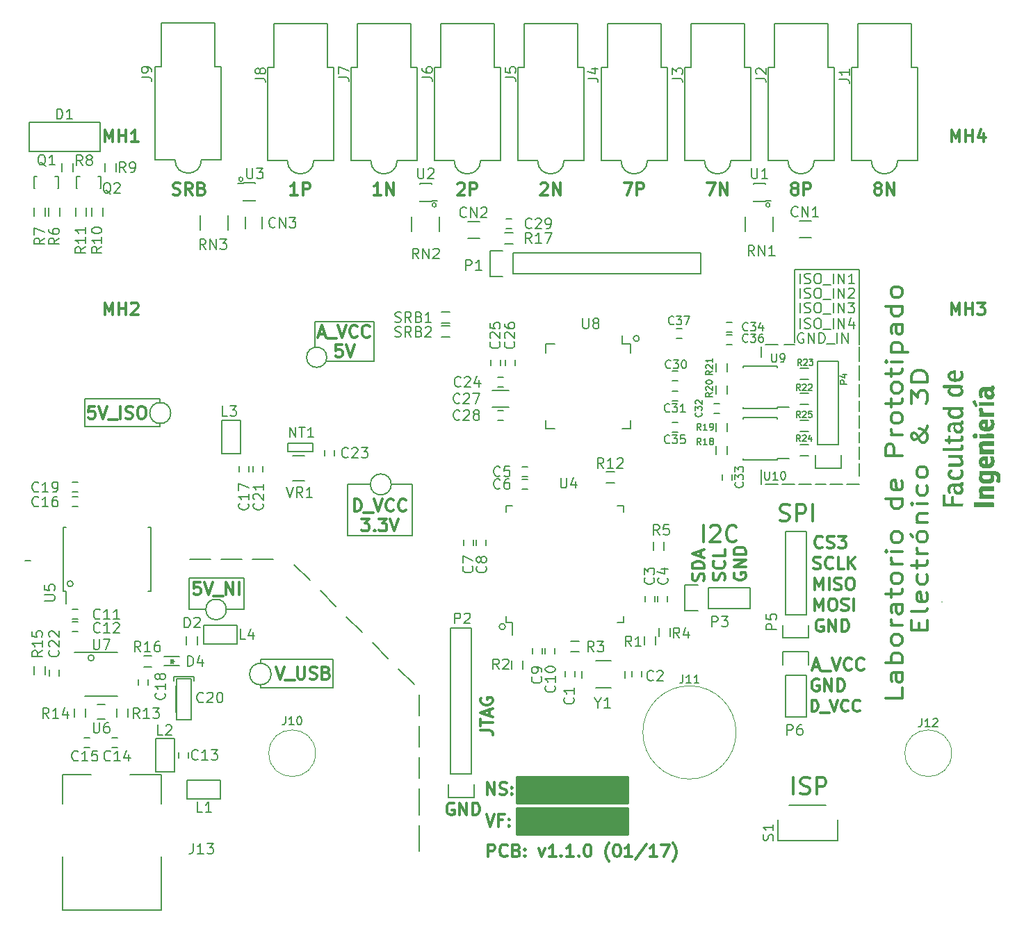
<source format=gbr>
G04 #@! TF.FileFunction,Legend,Top*
%FSLAX46Y46*%
G04 Gerber Fmt 4.6, Leading zero omitted, Abs format (unit mm)*
G04 Created by KiCad (PCBNEW 4.0.2-stable) date 19/05/2017 15:30:42*
%MOMM*%
G01*
G04 APERTURE LIST*
%ADD10C,0.100000*%
%ADD11C,0.300000*%
%ADD12C,0.200000*%
%ADD13C,0.150000*%
%ADD14C,0.180000*%
%ADD15C,0.127000*%
%ADD16C,0.010000*%
%ADD17C,0.400000*%
G04 APERTURE END LIST*
D10*
D11*
X145312000Y-137735571D02*
X145812000Y-139235571D01*
X146312000Y-137735571D01*
X147312000Y-138449857D02*
X146812000Y-138449857D01*
X146812000Y-139235571D02*
X146812000Y-137735571D01*
X147526286Y-137735571D01*
X148097714Y-139092714D02*
X148169142Y-139164143D01*
X148097714Y-139235571D01*
X148026285Y-139164143D01*
X148097714Y-139092714D01*
X148097714Y-139235571D01*
X148097714Y-138307000D02*
X148169142Y-138378429D01*
X148097714Y-138449857D01*
X148026285Y-138378429D01*
X148097714Y-138307000D01*
X148097714Y-138449857D01*
X145439000Y-135368571D02*
X145439000Y-133868571D01*
X146296143Y-135368571D01*
X146296143Y-133868571D01*
X146939000Y-135297143D02*
X147153286Y-135368571D01*
X147510429Y-135368571D01*
X147653286Y-135297143D01*
X147724715Y-135225714D01*
X147796143Y-135082857D01*
X147796143Y-134940000D01*
X147724715Y-134797143D01*
X147653286Y-134725714D01*
X147510429Y-134654286D01*
X147224715Y-134582857D01*
X147081857Y-134511429D01*
X147010429Y-134440000D01*
X146939000Y-134297143D01*
X146939000Y-134154286D01*
X147010429Y-134011429D01*
X147081857Y-133940000D01*
X147224715Y-133868571D01*
X147581857Y-133868571D01*
X147796143Y-133940000D01*
X148439000Y-135225714D02*
X148510428Y-135297143D01*
X148439000Y-135368571D01*
X148367571Y-135297143D01*
X148439000Y-135225714D01*
X148439000Y-135368571D01*
X148439000Y-134440000D02*
X148510428Y-134511429D01*
X148439000Y-134582857D01*
X148367571Y-134511429D01*
X148439000Y-134440000D01*
X148439000Y-134582857D01*
X182705619Y-135270762D02*
X182705619Y-133270762D01*
X183562762Y-135175524D02*
X183848477Y-135270762D01*
X184324667Y-135270762D01*
X184515143Y-135175524D01*
X184610381Y-135080286D01*
X184705620Y-134889810D01*
X184705620Y-134699333D01*
X184610381Y-134508857D01*
X184515143Y-134413619D01*
X184324667Y-134318381D01*
X183943715Y-134223143D01*
X183753239Y-134127905D01*
X183658000Y-134032667D01*
X183562762Y-133842190D01*
X183562762Y-133651714D01*
X183658000Y-133461238D01*
X183753239Y-133366000D01*
X183943715Y-133270762D01*
X184419905Y-133270762D01*
X184705620Y-133366000D01*
X185562762Y-135270762D02*
X185562762Y-133270762D01*
X186324667Y-133270762D01*
X186515143Y-133366000D01*
X186610382Y-133461238D01*
X186705620Y-133651714D01*
X186705620Y-133937429D01*
X186610382Y-134127905D01*
X186515143Y-134223143D01*
X186324667Y-134318381D01*
X185562762Y-134318381D01*
D12*
X182880000Y-71374000D02*
X182880000Y-80264000D01*
X190754000Y-71374000D02*
X182880000Y-71374000D01*
X190754000Y-80518000D02*
X190754000Y-71374000D01*
X180848000Y-97536000D02*
X179324000Y-97536000D01*
X182880000Y-97536000D02*
X181356000Y-97536000D01*
X184912000Y-97536000D02*
X183388000Y-97536000D01*
X186690000Y-97536000D02*
X185420000Y-97536000D01*
X188722000Y-97536000D02*
X187198000Y-97536000D01*
X190754000Y-97536000D02*
X189230000Y-97536000D01*
X190754000Y-94996000D02*
X190754000Y-96520000D01*
X190754000Y-92964000D02*
X190754000Y-94488000D01*
X190754000Y-91186000D02*
X190754000Y-92456000D01*
X190754000Y-89154000D02*
X190754000Y-90678000D01*
X190754000Y-87376000D02*
X190754000Y-88646000D01*
X190754000Y-85344000D02*
X190754000Y-86868000D01*
X190754000Y-83058000D02*
X190754000Y-84836000D01*
X190754000Y-80772000D02*
X190754000Y-82550000D01*
X181610000Y-80518000D02*
X182880000Y-80518000D01*
X179324000Y-80518000D02*
X180848000Y-80518000D01*
X178816000Y-82042000D02*
X178816000Y-80772000D01*
X137160000Y-139065000D02*
X137160000Y-142240000D01*
X137160000Y-134620000D02*
X137160000Y-137795000D01*
X137160000Y-130810000D02*
X137160000Y-133350000D01*
X137160000Y-127000000D02*
X137160000Y-129540000D01*
X137160000Y-123190000D02*
X137160000Y-125730000D01*
X134620000Y-120015000D02*
X136525000Y-121920000D01*
X131445000Y-116840000D02*
X133350000Y-118745000D01*
X128270000Y-113665000D02*
X130175000Y-115570000D01*
X121920000Y-107315000D02*
X123825000Y-109220000D01*
X125095000Y-110490000D02*
X127000000Y-112395000D01*
X116840000Y-106680000D02*
X119380000Y-106680000D01*
X113030000Y-106680000D02*
X115570000Y-106680000D01*
X109220000Y-106680000D02*
X111760000Y-106680000D01*
X89154000Y-106807000D02*
X89789000Y-106807000D01*
D11*
X192873429Y-61416429D02*
X192730571Y-61345000D01*
X192659143Y-61273571D01*
X192587714Y-61130714D01*
X192587714Y-61059286D01*
X192659143Y-60916429D01*
X192730571Y-60845000D01*
X192873429Y-60773571D01*
X193159143Y-60773571D01*
X193302000Y-60845000D01*
X193373429Y-60916429D01*
X193444857Y-61059286D01*
X193444857Y-61130714D01*
X193373429Y-61273571D01*
X193302000Y-61345000D01*
X193159143Y-61416429D01*
X192873429Y-61416429D01*
X192730571Y-61487857D01*
X192659143Y-61559286D01*
X192587714Y-61702143D01*
X192587714Y-61987857D01*
X192659143Y-62130714D01*
X192730571Y-62202143D01*
X192873429Y-62273571D01*
X193159143Y-62273571D01*
X193302000Y-62202143D01*
X193373429Y-62130714D01*
X193444857Y-61987857D01*
X193444857Y-61702143D01*
X193373429Y-61559286D01*
X193302000Y-61487857D01*
X193159143Y-61416429D01*
X194087714Y-62273571D02*
X194087714Y-60773571D01*
X194944857Y-62273571D01*
X194944857Y-60773571D01*
X182749144Y-61416429D02*
X182606286Y-61345000D01*
X182534858Y-61273571D01*
X182463429Y-61130714D01*
X182463429Y-61059286D01*
X182534858Y-60916429D01*
X182606286Y-60845000D01*
X182749144Y-60773571D01*
X183034858Y-60773571D01*
X183177715Y-60845000D01*
X183249144Y-60916429D01*
X183320572Y-61059286D01*
X183320572Y-61130714D01*
X183249144Y-61273571D01*
X183177715Y-61345000D01*
X183034858Y-61416429D01*
X182749144Y-61416429D01*
X182606286Y-61487857D01*
X182534858Y-61559286D01*
X182463429Y-61702143D01*
X182463429Y-61987857D01*
X182534858Y-62130714D01*
X182606286Y-62202143D01*
X182749144Y-62273571D01*
X183034858Y-62273571D01*
X183177715Y-62202143D01*
X183249144Y-62130714D01*
X183320572Y-61987857D01*
X183320572Y-61702143D01*
X183249144Y-61559286D01*
X183177715Y-61487857D01*
X183034858Y-61416429D01*
X183963429Y-62273571D02*
X183963429Y-60773571D01*
X184534857Y-60773571D01*
X184677715Y-60845000D01*
X184749143Y-60916429D01*
X184820572Y-61059286D01*
X184820572Y-61273571D01*
X184749143Y-61416429D01*
X184677715Y-61487857D01*
X184534857Y-61559286D01*
X183963429Y-61559286D01*
X172196286Y-60773571D02*
X173196286Y-60773571D01*
X172553429Y-62273571D01*
X173767714Y-62273571D02*
X173767714Y-60773571D01*
X174624857Y-62273571D01*
X174624857Y-60773571D01*
X162072001Y-60773571D02*
X163072001Y-60773571D01*
X162429144Y-62273571D01*
X163643429Y-62273571D02*
X163643429Y-60773571D01*
X164214857Y-60773571D01*
X164357715Y-60845000D01*
X164429143Y-60916429D01*
X164500572Y-61059286D01*
X164500572Y-61273571D01*
X164429143Y-61416429D01*
X164357715Y-61487857D01*
X164214857Y-61559286D01*
X163643429Y-61559286D01*
X151947714Y-60916429D02*
X152019143Y-60845000D01*
X152162000Y-60773571D01*
X152519143Y-60773571D01*
X152662000Y-60845000D01*
X152733429Y-60916429D01*
X152804857Y-61059286D01*
X152804857Y-61202143D01*
X152733429Y-61416429D01*
X151876286Y-62273571D01*
X152804857Y-62273571D01*
X153447714Y-62273571D02*
X153447714Y-60773571D01*
X154304857Y-62273571D01*
X154304857Y-60773571D01*
X141823429Y-60916429D02*
X141894858Y-60845000D01*
X142037715Y-60773571D01*
X142394858Y-60773571D01*
X142537715Y-60845000D01*
X142609144Y-60916429D01*
X142680572Y-61059286D01*
X142680572Y-61202143D01*
X142609144Y-61416429D01*
X141752001Y-62273571D01*
X142680572Y-62273571D01*
X143323429Y-62273571D02*
X143323429Y-60773571D01*
X143894857Y-60773571D01*
X144037715Y-60845000D01*
X144109143Y-60916429D01*
X144180572Y-61059286D01*
X144180572Y-61273571D01*
X144109143Y-61416429D01*
X144037715Y-61487857D01*
X143894857Y-61559286D01*
X143323429Y-61559286D01*
X132484857Y-62273571D02*
X131627714Y-62273571D01*
X132056286Y-62273571D02*
X132056286Y-60773571D01*
X131913429Y-60987857D01*
X131770571Y-61130714D01*
X131627714Y-61202143D01*
X133127714Y-62273571D02*
X133127714Y-60773571D01*
X133984857Y-62273571D01*
X133984857Y-60773571D01*
X122360572Y-62273571D02*
X121503429Y-62273571D01*
X121932001Y-62273571D02*
X121932001Y-60773571D01*
X121789144Y-60987857D01*
X121646286Y-61130714D01*
X121503429Y-61202143D01*
X123003429Y-62273571D02*
X123003429Y-60773571D01*
X123574857Y-60773571D01*
X123717715Y-60845000D01*
X123789143Y-60916429D01*
X123860572Y-61059286D01*
X123860572Y-61273571D01*
X123789143Y-61416429D01*
X123717715Y-61487857D01*
X123574857Y-61559286D01*
X123003429Y-61559286D01*
X107164429Y-62202143D02*
X107378715Y-62273571D01*
X107735858Y-62273571D01*
X107878715Y-62202143D01*
X107950144Y-62130714D01*
X108021572Y-61987857D01*
X108021572Y-61845000D01*
X107950144Y-61702143D01*
X107878715Y-61630714D01*
X107735858Y-61559286D01*
X107450144Y-61487857D01*
X107307286Y-61416429D01*
X107235858Y-61345000D01*
X107164429Y-61202143D01*
X107164429Y-61059286D01*
X107235858Y-60916429D01*
X107307286Y-60845000D01*
X107450144Y-60773571D01*
X107807286Y-60773571D01*
X108021572Y-60845000D01*
X109521572Y-62273571D02*
X109021572Y-61559286D01*
X108664429Y-62273571D02*
X108664429Y-60773571D01*
X109235857Y-60773571D01*
X109378715Y-60845000D01*
X109450143Y-60916429D01*
X109521572Y-61059286D01*
X109521572Y-61273571D01*
X109450143Y-61416429D01*
X109378715Y-61487857D01*
X109235857Y-61559286D01*
X108664429Y-61559286D01*
X110664429Y-61487857D02*
X110878715Y-61559286D01*
X110950143Y-61630714D01*
X111021572Y-61773571D01*
X111021572Y-61987857D01*
X110950143Y-62130714D01*
X110878715Y-62202143D01*
X110735857Y-62273571D01*
X110164429Y-62273571D01*
X110164429Y-60773571D01*
X110664429Y-60773571D01*
X110807286Y-60845000D01*
X110878715Y-60916429D01*
X110950143Y-61059286D01*
X110950143Y-61202143D01*
X110878715Y-61345000D01*
X110807286Y-61416429D01*
X110664429Y-61487857D01*
X110164429Y-61487857D01*
D12*
X136271000Y-97536000D02*
X133731000Y-97536000D01*
X136271000Y-103759000D02*
X136271000Y-97536000D01*
X136144000Y-103759000D02*
X136271000Y-103759000D01*
X128397000Y-103759000D02*
X136144000Y-103759000D01*
X128397000Y-97536000D02*
X128397000Y-103759000D01*
X131191000Y-97536000D02*
X128397000Y-97536000D01*
X133731000Y-97536000D02*
G75*
G03X133731000Y-97536000I-1270000J0D01*
G01*
X178816000Y-97536000D02*
X178816000Y-95758000D01*
D11*
X129226858Y-100824571D02*
X129226858Y-99324571D01*
X129584001Y-99324571D01*
X129798286Y-99396000D01*
X129941144Y-99538857D01*
X130012572Y-99681714D01*
X130084001Y-99967429D01*
X130084001Y-100181714D01*
X130012572Y-100467429D01*
X129941144Y-100610286D01*
X129798286Y-100753143D01*
X129584001Y-100824571D01*
X129226858Y-100824571D01*
X130369715Y-100967429D02*
X131512572Y-100967429D01*
X131655429Y-99324571D02*
X132155429Y-100824571D01*
X132655429Y-99324571D01*
X134012572Y-100681714D02*
X133941143Y-100753143D01*
X133726857Y-100824571D01*
X133584000Y-100824571D01*
X133369715Y-100753143D01*
X133226857Y-100610286D01*
X133155429Y-100467429D01*
X133084000Y-100181714D01*
X133084000Y-99967429D01*
X133155429Y-99681714D01*
X133226857Y-99538857D01*
X133369715Y-99396000D01*
X133584000Y-99324571D01*
X133726857Y-99324571D01*
X133941143Y-99396000D01*
X134012572Y-99467429D01*
X135512572Y-100681714D02*
X135441143Y-100753143D01*
X135226857Y-100824571D01*
X135084000Y-100824571D01*
X134869715Y-100753143D01*
X134726857Y-100610286D01*
X134655429Y-100467429D01*
X134584000Y-100181714D01*
X134584000Y-99967429D01*
X134655429Y-99681714D01*
X134726857Y-99538857D01*
X134869715Y-99396000D01*
X135084000Y-99324571D01*
X135226857Y-99324571D01*
X135441143Y-99396000D01*
X135512572Y-99467429D01*
X130119715Y-101724571D02*
X131048286Y-101724571D01*
X130548286Y-102296000D01*
X130762572Y-102296000D01*
X130905429Y-102367429D01*
X130976858Y-102438857D01*
X131048286Y-102581714D01*
X131048286Y-102938857D01*
X130976858Y-103081714D01*
X130905429Y-103153143D01*
X130762572Y-103224571D01*
X130334000Y-103224571D01*
X130191143Y-103153143D01*
X130119715Y-103081714D01*
X131691143Y-103081714D02*
X131762571Y-103153143D01*
X131691143Y-103224571D01*
X131619714Y-103153143D01*
X131691143Y-103081714D01*
X131691143Y-103224571D01*
X132262572Y-101724571D02*
X133191143Y-101724571D01*
X132691143Y-102296000D01*
X132905429Y-102296000D01*
X133048286Y-102367429D01*
X133119715Y-102438857D01*
X133191143Y-102581714D01*
X133191143Y-102938857D01*
X133119715Y-103081714D01*
X133048286Y-103153143D01*
X132905429Y-103224571D01*
X132476857Y-103224571D01*
X132334000Y-103153143D01*
X132262572Y-103081714D01*
X133619714Y-101724571D02*
X134119714Y-103224571D01*
X134619714Y-101724571D01*
D12*
X115824000Y-112776000D02*
X113601500Y-112776000D01*
X115824000Y-108966000D02*
X115824000Y-112776000D01*
X115633500Y-108966000D02*
X115824000Y-108966000D01*
X109093000Y-108966000D02*
X115633500Y-108966000D01*
X109093000Y-112776000D02*
X109093000Y-108966000D01*
X111061500Y-112776000D02*
X109093000Y-112776000D01*
X113647416Y-112776000D02*
G75*
G03X113647416Y-112776000I-1252416J0D01*
G01*
X117792500Y-121920000D02*
X117729000Y-121920000D01*
X117792500Y-122301000D02*
X117792500Y-121920000D01*
X126619000Y-122301000D02*
X117792500Y-122301000D01*
X126619000Y-118872000D02*
X126619000Y-122301000D01*
X117792500Y-118872000D02*
X126619000Y-118872000D01*
X117792500Y-119316500D02*
X117792500Y-118872000D01*
X119101586Y-120650000D02*
G75*
G03X119101586Y-120650000I-1309086J0D01*
G01*
X124396500Y-80835500D02*
X124269500Y-80835500D01*
X124396500Y-77724000D02*
X124396500Y-80835500D01*
X131635500Y-77724000D02*
X124396500Y-77724000D01*
X131635500Y-82550000D02*
X131635500Y-77724000D01*
X125793500Y-82550000D02*
X131635500Y-82550000D01*
X125876889Y-82042000D02*
G75*
G03X125876889Y-82042000I-1226389J0D01*
G01*
X105537000Y-90487500D02*
X105537000Y-90106500D01*
X96393000Y-90487500D02*
X105537000Y-90487500D01*
X96393000Y-87122000D02*
X96393000Y-90487500D01*
X105537000Y-87122000D02*
X96393000Y-87122000D01*
X105537000Y-87566500D02*
X105537000Y-87122000D01*
X106878413Y-88836500D02*
G75*
G03X106878413Y-88836500I-1277913J0D01*
G01*
D11*
X145507716Y-142918571D02*
X145507716Y-141418571D01*
X146079144Y-141418571D01*
X146222002Y-141490000D01*
X146293430Y-141561429D01*
X146364859Y-141704286D01*
X146364859Y-141918571D01*
X146293430Y-142061429D01*
X146222002Y-142132857D01*
X146079144Y-142204286D01*
X145507716Y-142204286D01*
X147864859Y-142775714D02*
X147793430Y-142847143D01*
X147579144Y-142918571D01*
X147436287Y-142918571D01*
X147222002Y-142847143D01*
X147079144Y-142704286D01*
X147007716Y-142561429D01*
X146936287Y-142275714D01*
X146936287Y-142061429D01*
X147007716Y-141775714D01*
X147079144Y-141632857D01*
X147222002Y-141490000D01*
X147436287Y-141418571D01*
X147579144Y-141418571D01*
X147793430Y-141490000D01*
X147864859Y-141561429D01*
X149007716Y-142132857D02*
X149222002Y-142204286D01*
X149293430Y-142275714D01*
X149364859Y-142418571D01*
X149364859Y-142632857D01*
X149293430Y-142775714D01*
X149222002Y-142847143D01*
X149079144Y-142918571D01*
X148507716Y-142918571D01*
X148507716Y-141418571D01*
X149007716Y-141418571D01*
X149150573Y-141490000D01*
X149222002Y-141561429D01*
X149293430Y-141704286D01*
X149293430Y-141847143D01*
X149222002Y-141990000D01*
X149150573Y-142061429D01*
X149007716Y-142132857D01*
X148507716Y-142132857D01*
X150007716Y-142775714D02*
X150079144Y-142847143D01*
X150007716Y-142918571D01*
X149936287Y-142847143D01*
X150007716Y-142775714D01*
X150007716Y-142918571D01*
X150007716Y-141990000D02*
X150079144Y-142061429D01*
X150007716Y-142132857D01*
X149936287Y-142061429D01*
X150007716Y-141990000D01*
X150007716Y-142132857D01*
X151722002Y-141918571D02*
X152079145Y-142918571D01*
X152436287Y-141918571D01*
X153793430Y-142918571D02*
X152936287Y-142918571D01*
X153364859Y-142918571D02*
X153364859Y-141418571D01*
X153222002Y-141632857D01*
X153079144Y-141775714D01*
X152936287Y-141847143D01*
X154436287Y-142775714D02*
X154507715Y-142847143D01*
X154436287Y-142918571D01*
X154364858Y-142847143D01*
X154436287Y-142775714D01*
X154436287Y-142918571D01*
X155936287Y-142918571D02*
X155079144Y-142918571D01*
X155507716Y-142918571D02*
X155507716Y-141418571D01*
X155364859Y-141632857D01*
X155222001Y-141775714D01*
X155079144Y-141847143D01*
X156579144Y-142775714D02*
X156650572Y-142847143D01*
X156579144Y-142918571D01*
X156507715Y-142847143D01*
X156579144Y-142775714D01*
X156579144Y-142918571D01*
X157579144Y-141418571D02*
X157722001Y-141418571D01*
X157864858Y-141490000D01*
X157936287Y-141561429D01*
X158007716Y-141704286D01*
X158079144Y-141990000D01*
X158079144Y-142347143D01*
X158007716Y-142632857D01*
X157936287Y-142775714D01*
X157864858Y-142847143D01*
X157722001Y-142918571D01*
X157579144Y-142918571D01*
X157436287Y-142847143D01*
X157364858Y-142775714D01*
X157293430Y-142632857D01*
X157222001Y-142347143D01*
X157222001Y-141990000D01*
X157293430Y-141704286D01*
X157364858Y-141561429D01*
X157436287Y-141490000D01*
X157579144Y-141418571D01*
X160293429Y-143490000D02*
X160222001Y-143418571D01*
X160079144Y-143204286D01*
X160007715Y-143061429D01*
X159936286Y-142847143D01*
X159864858Y-142490000D01*
X159864858Y-142204286D01*
X159936286Y-141847143D01*
X160007715Y-141632857D01*
X160079144Y-141490000D01*
X160222001Y-141275714D01*
X160293429Y-141204286D01*
X161150572Y-141418571D02*
X161293429Y-141418571D01*
X161436286Y-141490000D01*
X161507715Y-141561429D01*
X161579144Y-141704286D01*
X161650572Y-141990000D01*
X161650572Y-142347143D01*
X161579144Y-142632857D01*
X161507715Y-142775714D01*
X161436286Y-142847143D01*
X161293429Y-142918571D01*
X161150572Y-142918571D01*
X161007715Y-142847143D01*
X160936286Y-142775714D01*
X160864858Y-142632857D01*
X160793429Y-142347143D01*
X160793429Y-141990000D01*
X160864858Y-141704286D01*
X160936286Y-141561429D01*
X161007715Y-141490000D01*
X161150572Y-141418571D01*
X163079143Y-142918571D02*
X162222000Y-142918571D01*
X162650572Y-142918571D02*
X162650572Y-141418571D01*
X162507715Y-141632857D01*
X162364857Y-141775714D01*
X162222000Y-141847143D01*
X164793428Y-141347143D02*
X163507714Y-143275714D01*
X166079143Y-142918571D02*
X165222000Y-142918571D01*
X165650572Y-142918571D02*
X165650572Y-141418571D01*
X165507715Y-141632857D01*
X165364857Y-141775714D01*
X165222000Y-141847143D01*
X166579143Y-141418571D02*
X167579143Y-141418571D01*
X166936286Y-142918571D01*
X168007714Y-143490000D02*
X168079142Y-143418571D01*
X168221999Y-143204286D01*
X168293428Y-143061429D01*
X168364857Y-142847143D01*
X168436285Y-142490000D01*
X168436285Y-142204286D01*
X168364857Y-141847143D01*
X168293428Y-141632857D01*
X168221999Y-141490000D01*
X168079142Y-141275714D01*
X168007714Y-141204286D01*
X141351143Y-136410000D02*
X141208286Y-136338571D01*
X140994000Y-136338571D01*
X140779715Y-136410000D01*
X140636857Y-136552857D01*
X140565429Y-136695714D01*
X140494000Y-136981429D01*
X140494000Y-137195714D01*
X140565429Y-137481429D01*
X140636857Y-137624286D01*
X140779715Y-137767143D01*
X140994000Y-137838571D01*
X141136857Y-137838571D01*
X141351143Y-137767143D01*
X141422572Y-137695714D01*
X141422572Y-137195714D01*
X141136857Y-137195714D01*
X142065429Y-137838571D02*
X142065429Y-136338571D01*
X142922572Y-137838571D01*
X142922572Y-136338571D01*
X143636858Y-137838571D02*
X143636858Y-136338571D01*
X143994001Y-136338571D01*
X144208286Y-136410000D01*
X144351144Y-136552857D01*
X144422572Y-136695714D01*
X144494001Y-136981429D01*
X144494001Y-137195714D01*
X144422572Y-137481429D01*
X144351144Y-137624286D01*
X144208286Y-137767143D01*
X143994001Y-137838571D01*
X143636858Y-137838571D01*
X195950762Y-122361525D02*
X195950762Y-123552001D01*
X193950762Y-123552001D01*
X195950762Y-120456762D02*
X194903143Y-120456762D01*
X194712667Y-120575810D01*
X194617429Y-120813905D01*
X194617429Y-121290096D01*
X194712667Y-121528191D01*
X195855524Y-120456762D02*
X195950762Y-120694858D01*
X195950762Y-121290096D01*
X195855524Y-121528191D01*
X195665048Y-121647239D01*
X195474571Y-121647239D01*
X195284095Y-121528191D01*
X195188857Y-121290096D01*
X195188857Y-120694858D01*
X195093619Y-120456762D01*
X195950762Y-119266286D02*
X193950762Y-119266286D01*
X194712667Y-119266286D02*
X194617429Y-119028191D01*
X194617429Y-118552000D01*
X194712667Y-118313905D01*
X194807905Y-118194857D01*
X194998381Y-118075810D01*
X195569810Y-118075810D01*
X195760286Y-118194857D01*
X195855524Y-118313905D01*
X195950762Y-118552000D01*
X195950762Y-119028191D01*
X195855524Y-119266286D01*
X195950762Y-116647238D02*
X195855524Y-116885333D01*
X195760286Y-117004381D01*
X195569810Y-117123429D01*
X194998381Y-117123429D01*
X194807905Y-117004381D01*
X194712667Y-116885333D01*
X194617429Y-116647238D01*
X194617429Y-116290095D01*
X194712667Y-116052000D01*
X194807905Y-115932952D01*
X194998381Y-115813905D01*
X195569810Y-115813905D01*
X195760286Y-115932952D01*
X195855524Y-116052000D01*
X195950762Y-116290095D01*
X195950762Y-116647238D01*
X195950762Y-114742476D02*
X194617429Y-114742476D01*
X194998381Y-114742476D02*
X194807905Y-114623428D01*
X194712667Y-114504381D01*
X194617429Y-114266285D01*
X194617429Y-114028190D01*
X195950762Y-112123428D02*
X194903143Y-112123428D01*
X194712667Y-112242476D01*
X194617429Y-112480571D01*
X194617429Y-112956762D01*
X194712667Y-113194857D01*
X195855524Y-112123428D02*
X195950762Y-112361524D01*
X195950762Y-112956762D01*
X195855524Y-113194857D01*
X195665048Y-113313905D01*
X195474571Y-113313905D01*
X195284095Y-113194857D01*
X195188857Y-112956762D01*
X195188857Y-112361524D01*
X195093619Y-112123428D01*
X194617429Y-111290095D02*
X194617429Y-110337714D01*
X193950762Y-110932952D02*
X195665048Y-110932952D01*
X195855524Y-110813904D01*
X195950762Y-110575809D01*
X195950762Y-110337714D01*
X195950762Y-109147238D02*
X195855524Y-109385333D01*
X195760286Y-109504381D01*
X195569810Y-109623429D01*
X194998381Y-109623429D01*
X194807905Y-109504381D01*
X194712667Y-109385333D01*
X194617429Y-109147238D01*
X194617429Y-108790095D01*
X194712667Y-108552000D01*
X194807905Y-108432952D01*
X194998381Y-108313905D01*
X195569810Y-108313905D01*
X195760286Y-108432952D01*
X195855524Y-108552000D01*
X195950762Y-108790095D01*
X195950762Y-109147238D01*
X195950762Y-107242476D02*
X194617429Y-107242476D01*
X194998381Y-107242476D02*
X194807905Y-107123428D01*
X194712667Y-107004381D01*
X194617429Y-106766285D01*
X194617429Y-106528190D01*
X195950762Y-105694857D02*
X194617429Y-105694857D01*
X193950762Y-105694857D02*
X194046000Y-105813905D01*
X194141238Y-105694857D01*
X194046000Y-105575809D01*
X193950762Y-105694857D01*
X194141238Y-105694857D01*
X195950762Y-104147238D02*
X195855524Y-104385333D01*
X195760286Y-104504381D01*
X195569810Y-104623429D01*
X194998381Y-104623429D01*
X194807905Y-104504381D01*
X194712667Y-104385333D01*
X194617429Y-104147238D01*
X194617429Y-103790095D01*
X194712667Y-103552000D01*
X194807905Y-103432952D01*
X194998381Y-103313905D01*
X195569810Y-103313905D01*
X195760286Y-103432952D01*
X195855524Y-103552000D01*
X195950762Y-103790095D01*
X195950762Y-104147238D01*
X195950762Y-99266285D02*
X193950762Y-99266285D01*
X195855524Y-99266285D02*
X195950762Y-99504381D01*
X195950762Y-99980571D01*
X195855524Y-100218666D01*
X195760286Y-100337714D01*
X195569810Y-100456762D01*
X194998381Y-100456762D01*
X194807905Y-100337714D01*
X194712667Y-100218666D01*
X194617429Y-99980571D01*
X194617429Y-99504381D01*
X194712667Y-99266285D01*
X195855524Y-97123428D02*
X195950762Y-97361523D01*
X195950762Y-97837714D01*
X195855524Y-98075809D01*
X195665048Y-98194857D01*
X194903143Y-98194857D01*
X194712667Y-98075809D01*
X194617429Y-97837714D01*
X194617429Y-97361523D01*
X194712667Y-97123428D01*
X194903143Y-97004380D01*
X195093619Y-97004380D01*
X195284095Y-98194857D01*
X195950762Y-94028190D02*
X193950762Y-94028190D01*
X193950762Y-93075809D01*
X194046000Y-92837714D01*
X194141238Y-92718666D01*
X194331714Y-92599618D01*
X194617429Y-92599618D01*
X194807905Y-92718666D01*
X194903143Y-92837714D01*
X194998381Y-93075809D01*
X194998381Y-94028190D01*
X195950762Y-91528190D02*
X194617429Y-91528190D01*
X194998381Y-91528190D02*
X194807905Y-91409142D01*
X194712667Y-91290095D01*
X194617429Y-91051999D01*
X194617429Y-90813904D01*
X195950762Y-89623428D02*
X195855524Y-89861523D01*
X195760286Y-89980571D01*
X195569810Y-90099619D01*
X194998381Y-90099619D01*
X194807905Y-89980571D01*
X194712667Y-89861523D01*
X194617429Y-89623428D01*
X194617429Y-89266285D01*
X194712667Y-89028190D01*
X194807905Y-88909142D01*
X194998381Y-88790095D01*
X195569810Y-88790095D01*
X195760286Y-88909142D01*
X195855524Y-89028190D01*
X195950762Y-89266285D01*
X195950762Y-89623428D01*
X194617429Y-88075809D02*
X194617429Y-87123428D01*
X193950762Y-87718666D02*
X195665048Y-87718666D01*
X195855524Y-87599618D01*
X195950762Y-87361523D01*
X195950762Y-87123428D01*
X195950762Y-85932952D02*
X195855524Y-86171047D01*
X195760286Y-86290095D01*
X195569810Y-86409143D01*
X194998381Y-86409143D01*
X194807905Y-86290095D01*
X194712667Y-86171047D01*
X194617429Y-85932952D01*
X194617429Y-85575809D01*
X194712667Y-85337714D01*
X194807905Y-85218666D01*
X194998381Y-85099619D01*
X195569810Y-85099619D01*
X195760286Y-85218666D01*
X195855524Y-85337714D01*
X195950762Y-85575809D01*
X195950762Y-85932952D01*
X194617429Y-84385333D02*
X194617429Y-83432952D01*
X193950762Y-84028190D02*
X195665048Y-84028190D01*
X195855524Y-83909142D01*
X195950762Y-83671047D01*
X195950762Y-83432952D01*
X195950762Y-82599619D02*
X194617429Y-82599619D01*
X193950762Y-82599619D02*
X194046000Y-82718667D01*
X194141238Y-82599619D01*
X194046000Y-82480571D01*
X193950762Y-82599619D01*
X194141238Y-82599619D01*
X194617429Y-81409143D02*
X196617429Y-81409143D01*
X194712667Y-81409143D02*
X194617429Y-81171048D01*
X194617429Y-80694857D01*
X194712667Y-80456762D01*
X194807905Y-80337714D01*
X194998381Y-80218667D01*
X195569810Y-80218667D01*
X195760286Y-80337714D01*
X195855524Y-80456762D01*
X195950762Y-80694857D01*
X195950762Y-81171048D01*
X195855524Y-81409143D01*
X195950762Y-78075809D02*
X194903143Y-78075809D01*
X194712667Y-78194857D01*
X194617429Y-78432952D01*
X194617429Y-78909143D01*
X194712667Y-79147238D01*
X195855524Y-78075809D02*
X195950762Y-78313905D01*
X195950762Y-78909143D01*
X195855524Y-79147238D01*
X195665048Y-79266286D01*
X195474571Y-79266286D01*
X195284095Y-79147238D01*
X195188857Y-78909143D01*
X195188857Y-78313905D01*
X195093619Y-78075809D01*
X195950762Y-75813904D02*
X193950762Y-75813904D01*
X195855524Y-75813904D02*
X195950762Y-76052000D01*
X195950762Y-76528190D01*
X195855524Y-76766285D01*
X195760286Y-76885333D01*
X195569810Y-77004381D01*
X194998381Y-77004381D01*
X194807905Y-76885333D01*
X194712667Y-76766285D01*
X194617429Y-76528190D01*
X194617429Y-76052000D01*
X194712667Y-75813904D01*
X195950762Y-74266285D02*
X195855524Y-74504380D01*
X195760286Y-74623428D01*
X195569810Y-74742476D01*
X194998381Y-74742476D01*
X194807905Y-74623428D01*
X194712667Y-74504380D01*
X194617429Y-74266285D01*
X194617429Y-73909142D01*
X194712667Y-73671047D01*
X194807905Y-73551999D01*
X194998381Y-73432952D01*
X195569810Y-73432952D01*
X195760286Y-73551999D01*
X195855524Y-73671047D01*
X195950762Y-73909142D01*
X195950762Y-74266285D01*
X198003143Y-115278190D02*
X198003143Y-114444857D01*
X199050762Y-114087714D02*
X199050762Y-115278190D01*
X197050762Y-115278190D01*
X197050762Y-114087714D01*
X199050762Y-112659142D02*
X198955524Y-112897237D01*
X198765048Y-113016285D01*
X197050762Y-113016285D01*
X198955524Y-110754380D02*
X199050762Y-110992475D01*
X199050762Y-111468666D01*
X198955524Y-111706761D01*
X198765048Y-111825809D01*
X198003143Y-111825809D01*
X197812667Y-111706761D01*
X197717429Y-111468666D01*
X197717429Y-110992475D01*
X197812667Y-110754380D01*
X198003143Y-110635332D01*
X198193619Y-110635332D01*
X198384095Y-111825809D01*
X198955524Y-108492475D02*
X199050762Y-108730571D01*
X199050762Y-109206761D01*
X198955524Y-109444856D01*
X198860286Y-109563904D01*
X198669810Y-109682952D01*
X198098381Y-109682952D01*
X197907905Y-109563904D01*
X197812667Y-109444856D01*
X197717429Y-109206761D01*
X197717429Y-108730571D01*
X197812667Y-108492475D01*
X197717429Y-107778190D02*
X197717429Y-106825809D01*
X197050762Y-107421047D02*
X198765048Y-107421047D01*
X198955524Y-107301999D01*
X199050762Y-107063904D01*
X199050762Y-106825809D01*
X199050762Y-105992476D02*
X197717429Y-105992476D01*
X198098381Y-105992476D02*
X197907905Y-105873428D01*
X197812667Y-105754381D01*
X197717429Y-105516285D01*
X197717429Y-105278190D01*
X199050762Y-104087714D02*
X198955524Y-104325809D01*
X198860286Y-104444857D01*
X198669810Y-104563905D01*
X198098381Y-104563905D01*
X197907905Y-104444857D01*
X197812667Y-104325809D01*
X197717429Y-104087714D01*
X197717429Y-103730571D01*
X197812667Y-103492476D01*
X197907905Y-103373428D01*
X198098381Y-103254381D01*
X198669810Y-103254381D01*
X198860286Y-103373428D01*
X198955524Y-103492476D01*
X199050762Y-103730571D01*
X199050762Y-104087714D01*
X196955524Y-103611524D02*
X197241238Y-103968666D01*
X197717429Y-102182952D02*
X199050762Y-102182952D01*
X197907905Y-102182952D02*
X197812667Y-102063904D01*
X197717429Y-101825809D01*
X197717429Y-101468666D01*
X197812667Y-101230571D01*
X198003143Y-101111523D01*
X199050762Y-101111523D01*
X199050762Y-99921047D02*
X197717429Y-99921047D01*
X197050762Y-99921047D02*
X197146000Y-100040095D01*
X197241238Y-99921047D01*
X197146000Y-99801999D01*
X197050762Y-99921047D01*
X197241238Y-99921047D01*
X198955524Y-97659142D02*
X199050762Y-97897238D01*
X199050762Y-98373428D01*
X198955524Y-98611523D01*
X198860286Y-98730571D01*
X198669810Y-98849619D01*
X198098381Y-98849619D01*
X197907905Y-98730571D01*
X197812667Y-98611523D01*
X197717429Y-98373428D01*
X197717429Y-97897238D01*
X197812667Y-97659142D01*
X199050762Y-96230571D02*
X198955524Y-96468666D01*
X198860286Y-96587714D01*
X198669810Y-96706762D01*
X198098381Y-96706762D01*
X197907905Y-96587714D01*
X197812667Y-96468666D01*
X197717429Y-96230571D01*
X197717429Y-95873428D01*
X197812667Y-95635333D01*
X197907905Y-95516285D01*
X198098381Y-95397238D01*
X198669810Y-95397238D01*
X198860286Y-95516285D01*
X198955524Y-95635333D01*
X199050762Y-95873428D01*
X199050762Y-96230571D01*
X199050762Y-90397237D02*
X199050762Y-90516285D01*
X198955524Y-90754380D01*
X198669810Y-91111523D01*
X198098381Y-91706761D01*
X197812667Y-91944856D01*
X197526952Y-92063904D01*
X197336476Y-92063904D01*
X197146000Y-91944856D01*
X197050762Y-91706761D01*
X197050762Y-91587714D01*
X197146000Y-91349618D01*
X197336476Y-91230571D01*
X197431714Y-91230571D01*
X197622190Y-91349618D01*
X197717429Y-91468666D01*
X198098381Y-92182952D01*
X198193619Y-92301999D01*
X198384095Y-92421047D01*
X198669810Y-92421047D01*
X198860286Y-92301999D01*
X198955524Y-92182952D01*
X199050762Y-91944856D01*
X199050762Y-91587714D01*
X198955524Y-91349618D01*
X198860286Y-91230571D01*
X198479333Y-90873428D01*
X198193619Y-90754380D01*
X198003143Y-90754380D01*
X197050762Y-87659142D02*
X197050762Y-86111523D01*
X197812667Y-86944856D01*
X197812667Y-86587714D01*
X197907905Y-86349618D01*
X198003143Y-86230571D01*
X198193619Y-86111523D01*
X198669810Y-86111523D01*
X198860286Y-86230571D01*
X198955524Y-86349618D01*
X199050762Y-86587714D01*
X199050762Y-87301999D01*
X198955524Y-87540095D01*
X198860286Y-87659142D01*
X199050762Y-85040095D02*
X197050762Y-85040095D01*
X197050762Y-84444857D01*
X197146000Y-84087714D01*
X197336476Y-83849619D01*
X197526952Y-83730571D01*
X197907905Y-83611523D01*
X198193619Y-83611523D01*
X198574571Y-83730571D01*
X198765048Y-83849619D01*
X198955524Y-84087714D01*
X199050762Y-84444857D01*
X199050762Y-85040095D01*
X124944572Y-79187000D02*
X125658858Y-79187000D01*
X124801715Y-79615571D02*
X125301715Y-78115571D01*
X125801715Y-79615571D01*
X125944572Y-79758429D02*
X127087429Y-79758429D01*
X127230286Y-78115571D02*
X127730286Y-79615571D01*
X128230286Y-78115571D01*
X129587429Y-79472714D02*
X129516000Y-79544143D01*
X129301714Y-79615571D01*
X129158857Y-79615571D01*
X128944572Y-79544143D01*
X128801714Y-79401286D01*
X128730286Y-79258429D01*
X128658857Y-78972714D01*
X128658857Y-78758429D01*
X128730286Y-78472714D01*
X128801714Y-78329857D01*
X128944572Y-78187000D01*
X129158857Y-78115571D01*
X129301714Y-78115571D01*
X129516000Y-78187000D01*
X129587429Y-78258429D01*
X131087429Y-79472714D02*
X131016000Y-79544143D01*
X130801714Y-79615571D01*
X130658857Y-79615571D01*
X130444572Y-79544143D01*
X130301714Y-79401286D01*
X130230286Y-79258429D01*
X130158857Y-78972714D01*
X130158857Y-78758429D01*
X130230286Y-78472714D01*
X130301714Y-78329857D01*
X130444572Y-78187000D01*
X130658857Y-78115571D01*
X130801714Y-78115571D01*
X131016000Y-78187000D01*
X131087429Y-78258429D01*
X127730287Y-80515571D02*
X127016001Y-80515571D01*
X126944572Y-81229857D01*
X127016001Y-81158429D01*
X127158858Y-81087000D01*
X127516001Y-81087000D01*
X127658858Y-81158429D01*
X127730287Y-81229857D01*
X127801715Y-81372714D01*
X127801715Y-81729857D01*
X127730287Y-81872714D01*
X127658858Y-81944143D01*
X127516001Y-82015571D01*
X127158858Y-82015571D01*
X127016001Y-81944143D01*
X126944572Y-81872714D01*
X128230286Y-80515571D02*
X128730286Y-82015571D01*
X129230286Y-80515571D01*
X97615715Y-88015071D02*
X96901429Y-88015071D01*
X96830000Y-88729357D01*
X96901429Y-88657929D01*
X97044286Y-88586500D01*
X97401429Y-88586500D01*
X97544286Y-88657929D01*
X97615715Y-88729357D01*
X97687143Y-88872214D01*
X97687143Y-89229357D01*
X97615715Y-89372214D01*
X97544286Y-89443643D01*
X97401429Y-89515071D01*
X97044286Y-89515071D01*
X96901429Y-89443643D01*
X96830000Y-89372214D01*
X98115714Y-88015071D02*
X98615714Y-89515071D01*
X99115714Y-88015071D01*
X99258571Y-89657929D02*
X100401428Y-89657929D01*
X100758571Y-89515071D02*
X100758571Y-88015071D01*
X101401428Y-89443643D02*
X101615714Y-89515071D01*
X101972857Y-89515071D01*
X102115714Y-89443643D01*
X102187143Y-89372214D01*
X102258571Y-89229357D01*
X102258571Y-89086500D01*
X102187143Y-88943643D01*
X102115714Y-88872214D01*
X101972857Y-88800786D01*
X101687143Y-88729357D01*
X101544285Y-88657929D01*
X101472857Y-88586500D01*
X101401428Y-88443643D01*
X101401428Y-88300786D01*
X101472857Y-88157929D01*
X101544285Y-88086500D01*
X101687143Y-88015071D01*
X102044285Y-88015071D01*
X102258571Y-88086500D01*
X103187142Y-88015071D02*
X103472856Y-88015071D01*
X103615714Y-88086500D01*
X103758571Y-88229357D01*
X103829999Y-88515071D01*
X103829999Y-89015071D01*
X103758571Y-89300786D01*
X103615714Y-89443643D01*
X103472856Y-89515071D01*
X103187142Y-89515071D01*
X103044285Y-89443643D01*
X102901428Y-89300786D01*
X102829999Y-89015071D01*
X102829999Y-88515071D01*
X102901428Y-88229357D01*
X103044285Y-88086500D01*
X103187142Y-88015071D01*
X110458501Y-109478071D02*
X109744215Y-109478071D01*
X109672786Y-110192357D01*
X109744215Y-110120929D01*
X109887072Y-110049500D01*
X110244215Y-110049500D01*
X110387072Y-110120929D01*
X110458501Y-110192357D01*
X110529929Y-110335214D01*
X110529929Y-110692357D01*
X110458501Y-110835214D01*
X110387072Y-110906643D01*
X110244215Y-110978071D01*
X109887072Y-110978071D01*
X109744215Y-110906643D01*
X109672786Y-110835214D01*
X110958500Y-109478071D02*
X111458500Y-110978071D01*
X111958500Y-109478071D01*
X112101357Y-111120929D02*
X113244214Y-111120929D01*
X113601357Y-110978071D02*
X113601357Y-109478071D01*
X114458500Y-110978071D01*
X114458500Y-109478071D01*
X115172786Y-110978071D02*
X115172786Y-109478071D01*
X119678072Y-119765071D02*
X120178072Y-121265071D01*
X120678072Y-119765071D01*
X120820929Y-121407929D02*
X121963786Y-121407929D01*
X122320929Y-119765071D02*
X122320929Y-120979357D01*
X122392357Y-121122214D01*
X122463786Y-121193643D01*
X122606643Y-121265071D01*
X122892357Y-121265071D01*
X123035215Y-121193643D01*
X123106643Y-121122214D01*
X123178072Y-120979357D01*
X123178072Y-119765071D01*
X123820929Y-121193643D02*
X124035215Y-121265071D01*
X124392358Y-121265071D01*
X124535215Y-121193643D01*
X124606644Y-121122214D01*
X124678072Y-120979357D01*
X124678072Y-120836500D01*
X124606644Y-120693643D01*
X124535215Y-120622214D01*
X124392358Y-120550786D01*
X124106644Y-120479357D01*
X123963786Y-120407929D01*
X123892358Y-120336500D01*
X123820929Y-120193643D01*
X123820929Y-120050786D01*
X123892358Y-119907929D01*
X123963786Y-119836500D01*
X124106644Y-119765071D01*
X124463786Y-119765071D01*
X124678072Y-119836500D01*
X125820929Y-120479357D02*
X126035215Y-120550786D01*
X126106643Y-120622214D01*
X126178072Y-120765071D01*
X126178072Y-120979357D01*
X126106643Y-121122214D01*
X126035215Y-121193643D01*
X125892357Y-121265071D01*
X125320929Y-121265071D01*
X125320929Y-119765071D01*
X125820929Y-119765071D01*
X125963786Y-119836500D01*
X126035215Y-119907929D01*
X126106643Y-120050786D01*
X126106643Y-120193643D01*
X126035215Y-120336500D01*
X125963786Y-120407929D01*
X125820929Y-120479357D01*
X125320929Y-120479357D01*
D12*
X183928048Y-79131000D02*
X183809000Y-79071476D01*
X183630429Y-79071476D01*
X183451857Y-79131000D01*
X183332810Y-79250048D01*
X183273286Y-79369095D01*
X183213762Y-79607190D01*
X183213762Y-79785762D01*
X183273286Y-80023857D01*
X183332810Y-80142905D01*
X183451857Y-80261952D01*
X183630429Y-80321476D01*
X183749477Y-80321476D01*
X183928048Y-80261952D01*
X183987572Y-80202429D01*
X183987572Y-79785762D01*
X183749477Y-79785762D01*
X184523286Y-80321476D02*
X184523286Y-79071476D01*
X185237572Y-80321476D01*
X185237572Y-79071476D01*
X185832810Y-80321476D02*
X185832810Y-79071476D01*
X186130429Y-79071476D01*
X186309001Y-79131000D01*
X186428048Y-79250048D01*
X186487572Y-79369095D01*
X186547096Y-79607190D01*
X186547096Y-79785762D01*
X186487572Y-80023857D01*
X186428048Y-80142905D01*
X186309001Y-80261952D01*
X186130429Y-80321476D01*
X185832810Y-80321476D01*
X186785191Y-80440524D02*
X187737572Y-80440524D01*
X188035191Y-80321476D02*
X188035191Y-79071476D01*
X188630429Y-80321476D02*
X188630429Y-79071476D01*
X189344715Y-80321476D01*
X189344715Y-79071476D01*
X183543191Y-78543476D02*
X183543191Y-77293476D01*
X184078905Y-78483952D02*
X184257477Y-78543476D01*
X184555096Y-78543476D01*
X184674143Y-78483952D01*
X184733667Y-78424429D01*
X184793191Y-78305381D01*
X184793191Y-78186333D01*
X184733667Y-78067286D01*
X184674143Y-78007762D01*
X184555096Y-77948238D01*
X184317000Y-77888714D01*
X184197953Y-77829190D01*
X184138429Y-77769667D01*
X184078905Y-77650619D01*
X184078905Y-77531571D01*
X184138429Y-77412524D01*
X184197953Y-77353000D01*
X184317000Y-77293476D01*
X184614620Y-77293476D01*
X184793191Y-77353000D01*
X185567000Y-77293476D02*
X185805096Y-77293476D01*
X185924143Y-77353000D01*
X186043191Y-77472048D01*
X186102715Y-77710143D01*
X186102715Y-78126810D01*
X186043191Y-78364905D01*
X185924143Y-78483952D01*
X185805096Y-78543476D01*
X185567000Y-78543476D01*
X185447953Y-78483952D01*
X185328905Y-78364905D01*
X185269381Y-78126810D01*
X185269381Y-77710143D01*
X185328905Y-77472048D01*
X185447953Y-77353000D01*
X185567000Y-77293476D01*
X186340810Y-78662524D02*
X187293191Y-78662524D01*
X187590810Y-78543476D02*
X187590810Y-77293476D01*
X188186048Y-78543476D02*
X188186048Y-77293476D01*
X188900334Y-78543476D01*
X188900334Y-77293476D01*
X190031286Y-77710143D02*
X190031286Y-78543476D01*
X189733667Y-77233952D02*
X189436048Y-78126810D01*
X190209858Y-78126810D01*
X183543191Y-76638476D02*
X183543191Y-75388476D01*
X184078905Y-76578952D02*
X184257477Y-76638476D01*
X184555096Y-76638476D01*
X184674143Y-76578952D01*
X184733667Y-76519429D01*
X184793191Y-76400381D01*
X184793191Y-76281333D01*
X184733667Y-76162286D01*
X184674143Y-76102762D01*
X184555096Y-76043238D01*
X184317000Y-75983714D01*
X184197953Y-75924190D01*
X184138429Y-75864667D01*
X184078905Y-75745619D01*
X184078905Y-75626571D01*
X184138429Y-75507524D01*
X184197953Y-75448000D01*
X184317000Y-75388476D01*
X184614620Y-75388476D01*
X184793191Y-75448000D01*
X185567000Y-75388476D02*
X185805096Y-75388476D01*
X185924143Y-75448000D01*
X186043191Y-75567048D01*
X186102715Y-75805143D01*
X186102715Y-76221810D01*
X186043191Y-76459905D01*
X185924143Y-76578952D01*
X185805096Y-76638476D01*
X185567000Y-76638476D01*
X185447953Y-76578952D01*
X185328905Y-76459905D01*
X185269381Y-76221810D01*
X185269381Y-75805143D01*
X185328905Y-75567048D01*
X185447953Y-75448000D01*
X185567000Y-75388476D01*
X186340810Y-76757524D02*
X187293191Y-76757524D01*
X187590810Y-76638476D02*
X187590810Y-75388476D01*
X188186048Y-76638476D02*
X188186048Y-75388476D01*
X188900334Y-76638476D01*
X188900334Y-75388476D01*
X189376524Y-75388476D02*
X190150334Y-75388476D01*
X189733667Y-75864667D01*
X189912239Y-75864667D01*
X190031286Y-75924190D01*
X190090810Y-75983714D01*
X190150334Y-76102762D01*
X190150334Y-76400381D01*
X190090810Y-76519429D01*
X190031286Y-76578952D01*
X189912239Y-76638476D01*
X189555096Y-76638476D01*
X189436048Y-76578952D01*
X189376524Y-76519429D01*
X183543191Y-74860476D02*
X183543191Y-73610476D01*
X184078905Y-74800952D02*
X184257477Y-74860476D01*
X184555096Y-74860476D01*
X184674143Y-74800952D01*
X184733667Y-74741429D01*
X184793191Y-74622381D01*
X184793191Y-74503333D01*
X184733667Y-74384286D01*
X184674143Y-74324762D01*
X184555096Y-74265238D01*
X184317000Y-74205714D01*
X184197953Y-74146190D01*
X184138429Y-74086667D01*
X184078905Y-73967619D01*
X184078905Y-73848571D01*
X184138429Y-73729524D01*
X184197953Y-73670000D01*
X184317000Y-73610476D01*
X184614620Y-73610476D01*
X184793191Y-73670000D01*
X185567000Y-73610476D02*
X185805096Y-73610476D01*
X185924143Y-73670000D01*
X186043191Y-73789048D01*
X186102715Y-74027143D01*
X186102715Y-74443810D01*
X186043191Y-74681905D01*
X185924143Y-74800952D01*
X185805096Y-74860476D01*
X185567000Y-74860476D01*
X185447953Y-74800952D01*
X185328905Y-74681905D01*
X185269381Y-74443810D01*
X185269381Y-74027143D01*
X185328905Y-73789048D01*
X185447953Y-73670000D01*
X185567000Y-73610476D01*
X186340810Y-74979524D02*
X187293191Y-74979524D01*
X187590810Y-74860476D02*
X187590810Y-73610476D01*
X188186048Y-74860476D02*
X188186048Y-73610476D01*
X188900334Y-74860476D01*
X188900334Y-73610476D01*
X189436048Y-73729524D02*
X189495572Y-73670000D01*
X189614620Y-73610476D01*
X189912239Y-73610476D01*
X190031286Y-73670000D01*
X190090810Y-73729524D01*
X190150334Y-73848571D01*
X190150334Y-73967619D01*
X190090810Y-74146190D01*
X189376524Y-74860476D01*
X190150334Y-74860476D01*
X183543191Y-73082476D02*
X183543191Y-71832476D01*
X184078905Y-73022952D02*
X184257477Y-73082476D01*
X184555096Y-73082476D01*
X184674143Y-73022952D01*
X184733667Y-72963429D01*
X184793191Y-72844381D01*
X184793191Y-72725333D01*
X184733667Y-72606286D01*
X184674143Y-72546762D01*
X184555096Y-72487238D01*
X184317000Y-72427714D01*
X184197953Y-72368190D01*
X184138429Y-72308667D01*
X184078905Y-72189619D01*
X184078905Y-72070571D01*
X184138429Y-71951524D01*
X184197953Y-71892000D01*
X184317000Y-71832476D01*
X184614620Y-71832476D01*
X184793191Y-71892000D01*
X185567000Y-71832476D02*
X185805096Y-71832476D01*
X185924143Y-71892000D01*
X186043191Y-72011048D01*
X186102715Y-72249143D01*
X186102715Y-72665810D01*
X186043191Y-72903905D01*
X185924143Y-73022952D01*
X185805096Y-73082476D01*
X185567000Y-73082476D01*
X185447953Y-73022952D01*
X185328905Y-72903905D01*
X185269381Y-72665810D01*
X185269381Y-72249143D01*
X185328905Y-72011048D01*
X185447953Y-71892000D01*
X185567000Y-71832476D01*
X186340810Y-73201524D02*
X187293191Y-73201524D01*
X187590810Y-73082476D02*
X187590810Y-71832476D01*
X188186048Y-73082476D02*
X188186048Y-71832476D01*
X188900334Y-73082476D01*
X188900334Y-71832476D01*
X190150334Y-73082476D02*
X189436048Y-73082476D01*
X189793191Y-73082476D02*
X189793191Y-71832476D01*
X189674143Y-72011048D01*
X189555096Y-72130095D01*
X189436048Y-72189619D01*
D11*
X184933000Y-125220333D02*
X184933000Y-123820333D01*
X185266334Y-123820333D01*
X185466334Y-123887000D01*
X185599667Y-124020333D01*
X185666334Y-124153667D01*
X185733000Y-124420333D01*
X185733000Y-124620333D01*
X185666334Y-124887000D01*
X185599667Y-125020333D01*
X185466334Y-125153667D01*
X185266334Y-125220333D01*
X184933000Y-125220333D01*
X185999667Y-125353667D02*
X187066334Y-125353667D01*
X187199667Y-123820333D02*
X187666334Y-125220333D01*
X188133001Y-123820333D01*
X189399667Y-125087000D02*
X189333001Y-125153667D01*
X189133001Y-125220333D01*
X188999667Y-125220333D01*
X188799667Y-125153667D01*
X188666334Y-125020333D01*
X188599667Y-124887000D01*
X188533001Y-124620333D01*
X188533001Y-124420333D01*
X188599667Y-124153667D01*
X188666334Y-124020333D01*
X188799667Y-123887000D01*
X188999667Y-123820333D01*
X189133001Y-123820333D01*
X189333001Y-123887000D01*
X189399667Y-123953667D01*
X190799667Y-125087000D02*
X190733001Y-125153667D01*
X190533001Y-125220333D01*
X190399667Y-125220333D01*
X190199667Y-125153667D01*
X190066334Y-125020333D01*
X189999667Y-124887000D01*
X189933001Y-124620333D01*
X189933001Y-124420333D01*
X189999667Y-124153667D01*
X190066334Y-124020333D01*
X190199667Y-123887000D01*
X190399667Y-123820333D01*
X190533001Y-123820333D01*
X190733001Y-123887000D01*
X190799667Y-123953667D01*
X185801143Y-121297000D02*
X185658286Y-121225571D01*
X185444000Y-121225571D01*
X185229715Y-121297000D01*
X185086857Y-121439857D01*
X185015429Y-121582714D01*
X184944000Y-121868429D01*
X184944000Y-122082714D01*
X185015429Y-122368429D01*
X185086857Y-122511286D01*
X185229715Y-122654143D01*
X185444000Y-122725571D01*
X185586857Y-122725571D01*
X185801143Y-122654143D01*
X185872572Y-122582714D01*
X185872572Y-122082714D01*
X185586857Y-122082714D01*
X186515429Y-122725571D02*
X186515429Y-121225571D01*
X187372572Y-122725571D01*
X187372572Y-121225571D01*
X188086858Y-122725571D02*
X188086858Y-121225571D01*
X188444001Y-121225571D01*
X188658286Y-121297000D01*
X188801144Y-121439857D01*
X188872572Y-121582714D01*
X188944001Y-121868429D01*
X188944001Y-122082714D01*
X188872572Y-122368429D01*
X188801144Y-122511286D01*
X188658286Y-122654143D01*
X188444001Y-122725571D01*
X188086858Y-122725571D01*
X185142572Y-119757000D02*
X185856858Y-119757000D01*
X184999715Y-120185571D02*
X185499715Y-118685571D01*
X185999715Y-120185571D01*
X186142572Y-120328429D02*
X187285429Y-120328429D01*
X187428286Y-118685571D02*
X187928286Y-120185571D01*
X188428286Y-118685571D01*
X189785429Y-120042714D02*
X189714000Y-120114143D01*
X189499714Y-120185571D01*
X189356857Y-120185571D01*
X189142572Y-120114143D01*
X188999714Y-119971286D01*
X188928286Y-119828429D01*
X188856857Y-119542714D01*
X188856857Y-119328429D01*
X188928286Y-119042714D01*
X188999714Y-118899857D01*
X189142572Y-118757000D01*
X189356857Y-118685571D01*
X189499714Y-118685571D01*
X189714000Y-118757000D01*
X189785429Y-118828429D01*
X191285429Y-120042714D02*
X191214000Y-120114143D01*
X190999714Y-120185571D01*
X190856857Y-120185571D01*
X190642572Y-120114143D01*
X190499714Y-119971286D01*
X190428286Y-119828429D01*
X190356857Y-119542714D01*
X190356857Y-119328429D01*
X190428286Y-119042714D01*
X190499714Y-118899857D01*
X190642572Y-118757000D01*
X190856857Y-118685571D01*
X190999714Y-118685571D01*
X191214000Y-118757000D01*
X191285429Y-118828429D01*
X181086381Y-101901524D02*
X181372096Y-101996762D01*
X181848286Y-101996762D01*
X182038762Y-101901524D01*
X182134000Y-101806286D01*
X182229239Y-101615810D01*
X182229239Y-101425333D01*
X182134000Y-101234857D01*
X182038762Y-101139619D01*
X181848286Y-101044381D01*
X181467334Y-100949143D01*
X181276858Y-100853905D01*
X181181619Y-100758667D01*
X181086381Y-100568190D01*
X181086381Y-100377714D01*
X181181619Y-100187238D01*
X181276858Y-100092000D01*
X181467334Y-99996762D01*
X181943524Y-99996762D01*
X182229239Y-100092000D01*
X183086381Y-101996762D02*
X183086381Y-99996762D01*
X183848286Y-99996762D01*
X184038762Y-100092000D01*
X184134001Y-100187238D01*
X184229239Y-100377714D01*
X184229239Y-100663429D01*
X184134001Y-100853905D01*
X184038762Y-100949143D01*
X183848286Y-101044381D01*
X183086381Y-101044381D01*
X185086381Y-101996762D02*
X185086381Y-99996762D01*
X186309143Y-114058000D02*
X186166286Y-113986571D01*
X185952000Y-113986571D01*
X185737715Y-114058000D01*
X185594857Y-114200857D01*
X185523429Y-114343714D01*
X185452000Y-114629429D01*
X185452000Y-114843714D01*
X185523429Y-115129429D01*
X185594857Y-115272286D01*
X185737715Y-115415143D01*
X185952000Y-115486571D01*
X186094857Y-115486571D01*
X186309143Y-115415143D01*
X186380572Y-115343714D01*
X186380572Y-114843714D01*
X186094857Y-114843714D01*
X187023429Y-115486571D02*
X187023429Y-113986571D01*
X187880572Y-115486571D01*
X187880572Y-113986571D01*
X188594858Y-115486571D02*
X188594858Y-113986571D01*
X188952001Y-113986571D01*
X189166286Y-114058000D01*
X189309144Y-114200857D01*
X189380572Y-114343714D01*
X189452001Y-114629429D01*
X189452001Y-114843714D01*
X189380572Y-115129429D01*
X189309144Y-115272286D01*
X189166286Y-115415143D01*
X188952001Y-115486571D01*
X188594858Y-115486571D01*
X186233715Y-105183714D02*
X186162286Y-105255143D01*
X185948000Y-105326571D01*
X185805143Y-105326571D01*
X185590858Y-105255143D01*
X185448000Y-105112286D01*
X185376572Y-104969429D01*
X185305143Y-104683714D01*
X185305143Y-104469429D01*
X185376572Y-104183714D01*
X185448000Y-104040857D01*
X185590858Y-103898000D01*
X185805143Y-103826571D01*
X185948000Y-103826571D01*
X186162286Y-103898000D01*
X186233715Y-103969429D01*
X186805143Y-105255143D02*
X187019429Y-105326571D01*
X187376572Y-105326571D01*
X187519429Y-105255143D01*
X187590858Y-105183714D01*
X187662286Y-105040857D01*
X187662286Y-104898000D01*
X187590858Y-104755143D01*
X187519429Y-104683714D01*
X187376572Y-104612286D01*
X187090858Y-104540857D01*
X186948000Y-104469429D01*
X186876572Y-104398000D01*
X186805143Y-104255143D01*
X186805143Y-104112286D01*
X186876572Y-103969429D01*
X186948000Y-103898000D01*
X187090858Y-103826571D01*
X187448000Y-103826571D01*
X187662286Y-103898000D01*
X188162286Y-103826571D02*
X189090857Y-103826571D01*
X188590857Y-104398000D01*
X188805143Y-104398000D01*
X188948000Y-104469429D01*
X189019429Y-104540857D01*
X189090857Y-104683714D01*
X189090857Y-105040857D01*
X189019429Y-105183714D01*
X188948000Y-105255143D01*
X188805143Y-105326571D01*
X188376571Y-105326571D01*
X188233714Y-105255143D01*
X188162286Y-105183714D01*
X185170286Y-107795143D02*
X185384572Y-107866571D01*
X185741715Y-107866571D01*
X185884572Y-107795143D01*
X185956001Y-107723714D01*
X186027429Y-107580857D01*
X186027429Y-107438000D01*
X185956001Y-107295143D01*
X185884572Y-107223714D01*
X185741715Y-107152286D01*
X185456001Y-107080857D01*
X185313143Y-107009429D01*
X185241715Y-106938000D01*
X185170286Y-106795143D01*
X185170286Y-106652286D01*
X185241715Y-106509429D01*
X185313143Y-106438000D01*
X185456001Y-106366571D01*
X185813143Y-106366571D01*
X186027429Y-106438000D01*
X187527429Y-107723714D02*
X187456000Y-107795143D01*
X187241714Y-107866571D01*
X187098857Y-107866571D01*
X186884572Y-107795143D01*
X186741714Y-107652286D01*
X186670286Y-107509429D01*
X186598857Y-107223714D01*
X186598857Y-107009429D01*
X186670286Y-106723714D01*
X186741714Y-106580857D01*
X186884572Y-106438000D01*
X187098857Y-106366571D01*
X187241714Y-106366571D01*
X187456000Y-106438000D01*
X187527429Y-106509429D01*
X188884572Y-107866571D02*
X188170286Y-107866571D01*
X188170286Y-106366571D01*
X189384572Y-107866571D02*
X189384572Y-106366571D01*
X190241715Y-107866571D02*
X189598858Y-107009429D01*
X190241715Y-106366571D02*
X189384572Y-107223714D01*
X185348857Y-110406571D02*
X185348857Y-108906571D01*
X185848857Y-109978000D01*
X186348857Y-108906571D01*
X186348857Y-110406571D01*
X187063143Y-110406571D02*
X187063143Y-108906571D01*
X187706000Y-110335143D02*
X187920286Y-110406571D01*
X188277429Y-110406571D01*
X188420286Y-110335143D01*
X188491715Y-110263714D01*
X188563143Y-110120857D01*
X188563143Y-109978000D01*
X188491715Y-109835143D01*
X188420286Y-109763714D01*
X188277429Y-109692286D01*
X187991715Y-109620857D01*
X187848857Y-109549429D01*
X187777429Y-109478000D01*
X187706000Y-109335143D01*
X187706000Y-109192286D01*
X187777429Y-109049429D01*
X187848857Y-108978000D01*
X187991715Y-108906571D01*
X188348857Y-108906571D01*
X188563143Y-108978000D01*
X189491714Y-108906571D02*
X189777428Y-108906571D01*
X189920286Y-108978000D01*
X190063143Y-109120857D01*
X190134571Y-109406571D01*
X190134571Y-109906571D01*
X190063143Y-110192286D01*
X189920286Y-110335143D01*
X189777428Y-110406571D01*
X189491714Y-110406571D01*
X189348857Y-110335143D01*
X189206000Y-110192286D01*
X189134571Y-109906571D01*
X189134571Y-109406571D01*
X189206000Y-109120857D01*
X189348857Y-108978000D01*
X189491714Y-108906571D01*
X185348857Y-112946571D02*
X185348857Y-111446571D01*
X185848857Y-112518000D01*
X186348857Y-111446571D01*
X186348857Y-112946571D01*
X187348857Y-111446571D02*
X187634571Y-111446571D01*
X187777429Y-111518000D01*
X187920286Y-111660857D01*
X187991714Y-111946571D01*
X187991714Y-112446571D01*
X187920286Y-112732286D01*
X187777429Y-112875143D01*
X187634571Y-112946571D01*
X187348857Y-112946571D01*
X187206000Y-112875143D01*
X187063143Y-112732286D01*
X186991714Y-112446571D01*
X186991714Y-111946571D01*
X187063143Y-111660857D01*
X187206000Y-111518000D01*
X187348857Y-111446571D01*
X188563143Y-112875143D02*
X188777429Y-112946571D01*
X189134572Y-112946571D01*
X189277429Y-112875143D01*
X189348858Y-112803714D01*
X189420286Y-112660857D01*
X189420286Y-112518000D01*
X189348858Y-112375143D01*
X189277429Y-112303714D01*
X189134572Y-112232286D01*
X188848858Y-112160857D01*
X188706000Y-112089429D01*
X188634572Y-112018000D01*
X188563143Y-111875143D01*
X188563143Y-111732286D01*
X188634572Y-111589429D01*
X188706000Y-111518000D01*
X188848858Y-111446571D01*
X189206000Y-111446571D01*
X189420286Y-111518000D01*
X190063143Y-112946571D02*
X190063143Y-111446571D01*
X175526000Y-108330857D02*
X175454571Y-108473714D01*
X175454571Y-108688000D01*
X175526000Y-108902285D01*
X175668857Y-109045143D01*
X175811714Y-109116571D01*
X176097429Y-109188000D01*
X176311714Y-109188000D01*
X176597429Y-109116571D01*
X176740286Y-109045143D01*
X176883143Y-108902285D01*
X176954571Y-108688000D01*
X176954571Y-108545143D01*
X176883143Y-108330857D01*
X176811714Y-108259428D01*
X176311714Y-108259428D01*
X176311714Y-108545143D01*
X176954571Y-107616571D02*
X175454571Y-107616571D01*
X176954571Y-106759428D01*
X175454571Y-106759428D01*
X176954571Y-106045142D02*
X175454571Y-106045142D01*
X175454571Y-105687999D01*
X175526000Y-105473714D01*
X175668857Y-105330856D01*
X175811714Y-105259428D01*
X176097429Y-105187999D01*
X176311714Y-105187999D01*
X176597429Y-105259428D01*
X176740286Y-105330856D01*
X176883143Y-105473714D01*
X176954571Y-105687999D01*
X176954571Y-106045142D01*
X171803143Y-109263428D02*
X171874571Y-109049142D01*
X171874571Y-108691999D01*
X171803143Y-108549142D01*
X171731714Y-108477713D01*
X171588857Y-108406285D01*
X171446000Y-108406285D01*
X171303143Y-108477713D01*
X171231714Y-108549142D01*
X171160286Y-108691999D01*
X171088857Y-108977713D01*
X171017429Y-109120571D01*
X170946000Y-109191999D01*
X170803143Y-109263428D01*
X170660286Y-109263428D01*
X170517429Y-109191999D01*
X170446000Y-109120571D01*
X170374571Y-108977713D01*
X170374571Y-108620571D01*
X170446000Y-108406285D01*
X171874571Y-107763428D02*
X170374571Y-107763428D01*
X170374571Y-107406285D01*
X170446000Y-107192000D01*
X170588857Y-107049142D01*
X170731714Y-106977714D01*
X171017429Y-106906285D01*
X171231714Y-106906285D01*
X171517429Y-106977714D01*
X171660286Y-107049142D01*
X171803143Y-107192000D01*
X171874571Y-107406285D01*
X171874571Y-107763428D01*
X171446000Y-106334857D02*
X171446000Y-105620571D01*
X171874571Y-106477714D02*
X170374571Y-105977714D01*
X171874571Y-105477714D01*
X174343143Y-109227714D02*
X174414571Y-109013428D01*
X174414571Y-108656285D01*
X174343143Y-108513428D01*
X174271714Y-108441999D01*
X174128857Y-108370571D01*
X173986000Y-108370571D01*
X173843143Y-108441999D01*
X173771714Y-108513428D01*
X173700286Y-108656285D01*
X173628857Y-108941999D01*
X173557429Y-109084857D01*
X173486000Y-109156285D01*
X173343143Y-109227714D01*
X173200286Y-109227714D01*
X173057429Y-109156285D01*
X172986000Y-109084857D01*
X172914571Y-108941999D01*
X172914571Y-108584857D01*
X172986000Y-108370571D01*
X174271714Y-106870571D02*
X174343143Y-106942000D01*
X174414571Y-107156286D01*
X174414571Y-107299143D01*
X174343143Y-107513428D01*
X174200286Y-107656286D01*
X174057429Y-107727714D01*
X173771714Y-107799143D01*
X173557429Y-107799143D01*
X173271714Y-107727714D01*
X173128857Y-107656286D01*
X172986000Y-107513428D01*
X172914571Y-107299143D01*
X172914571Y-107156286D01*
X172986000Y-106942000D01*
X173057429Y-106870571D01*
X174414571Y-105513428D02*
X174414571Y-106227714D01*
X172914571Y-106227714D01*
X171783619Y-104536762D02*
X171783619Y-102536762D01*
X172640762Y-102727238D02*
X172736000Y-102632000D01*
X172926477Y-102536762D01*
X173402667Y-102536762D01*
X173593143Y-102632000D01*
X173688381Y-102727238D01*
X173783620Y-102917714D01*
X173783620Y-103108190D01*
X173688381Y-103393905D01*
X172545524Y-104536762D01*
X173783620Y-104536762D01*
X175783620Y-104346286D02*
X175688382Y-104441524D01*
X175402667Y-104536762D01*
X175212191Y-104536762D01*
X174926477Y-104441524D01*
X174736001Y-104251048D01*
X174640762Y-104060571D01*
X174545524Y-103679619D01*
X174545524Y-103393905D01*
X174640762Y-103012952D01*
X174736001Y-102822476D01*
X174926477Y-102632000D01*
X175212191Y-102536762D01*
X175402667Y-102536762D01*
X175688382Y-102632000D01*
X175783620Y-102727238D01*
X144593571Y-127480000D02*
X145665000Y-127480000D01*
X145879286Y-127551428D01*
X146022143Y-127694285D01*
X146093571Y-127908571D01*
X146093571Y-128051428D01*
X144593571Y-126980000D02*
X144593571Y-126122857D01*
X146093571Y-126551428D02*
X144593571Y-126551428D01*
X145665000Y-125694286D02*
X145665000Y-124980000D01*
X146093571Y-125837143D02*
X144593571Y-125337143D01*
X146093571Y-124837143D01*
X144665000Y-123551429D02*
X144593571Y-123694286D01*
X144593571Y-123908572D01*
X144665000Y-124122857D01*
X144807857Y-124265715D01*
X144950714Y-124337143D01*
X145236429Y-124408572D01*
X145450714Y-124408572D01*
X145736429Y-124337143D01*
X145879286Y-124265715D01*
X146022143Y-124122857D01*
X146093571Y-123908572D01*
X146093571Y-123765715D01*
X146022143Y-123551429D01*
X145950714Y-123480000D01*
X145450714Y-123480000D01*
X145450714Y-123765715D01*
D13*
X149912000Y-46686000D02*
X149912000Y-41361000D01*
X149912000Y-41361000D02*
X156412000Y-41361000D01*
X156412000Y-46686000D02*
X156412000Y-41361000D01*
X157162000Y-58086000D02*
X154762000Y-58086000D01*
X149162000Y-58086000D02*
X151562000Y-58086000D01*
X149162000Y-46686000D02*
X149912000Y-46686000D01*
X157162000Y-58086000D02*
X157162000Y-46686000D01*
X149162000Y-46836000D02*
X149162000Y-46686000D01*
X149162000Y-58086000D02*
X149162000Y-46836000D01*
X156412000Y-46686000D02*
X157162000Y-46686000D01*
X151562000Y-58086000D02*
G75*
G03X154762000Y-58086000I1600000J0D01*
G01*
D12*
X147615710Y-114871500D02*
G75*
G03X147615710Y-114871500I-359210J0D01*
G01*
D13*
X147751500Y-114376500D02*
X148511500Y-114376500D01*
X147751500Y-100126500D02*
X148511500Y-100126500D01*
X162001500Y-100126500D02*
X161241500Y-100126500D01*
X162001500Y-114376500D02*
X161241500Y-114376500D01*
X147751500Y-114376500D02*
X147751500Y-113616500D01*
X162001500Y-114376500D02*
X162001500Y-113616500D01*
X162001500Y-100126500D02*
X162001500Y-100886500D01*
X147751500Y-100126500D02*
X147751500Y-100886500D01*
X148511500Y-114376500D02*
X148511500Y-115901500D01*
D12*
X163935210Y-79756000D02*
G75*
G03X163935210Y-79756000I-359210J0D01*
G01*
D13*
X162909000Y-80423000D02*
X161834000Y-80423000D01*
X162909000Y-90773000D02*
X161834000Y-90773000D01*
X152559000Y-90773000D02*
X153634000Y-90773000D01*
X152559000Y-80423000D02*
X153634000Y-80423000D01*
X162909000Y-80423000D02*
X162909000Y-81498000D01*
X152559000Y-80423000D02*
X152559000Y-81498000D01*
X152559000Y-90773000D02*
X152559000Y-89698000D01*
X162909000Y-90773000D02*
X162909000Y-89698000D01*
X161834000Y-80423000D02*
X161834000Y-79398000D01*
X174665000Y-82812000D02*
X174665000Y-83812000D01*
X173315000Y-83812000D02*
X173315000Y-82812000D01*
X143064000Y-67548000D02*
X144464000Y-67548000D01*
X144464000Y-65548000D02*
X143064000Y-65548000D01*
X94977053Y-109641000D02*
G75*
G03X94977053Y-109641000I-353553J0D01*
G01*
X93798500Y-110516000D02*
X94153500Y-110516000D01*
X93798500Y-102766000D02*
X94153500Y-102766000D01*
X104448500Y-102766000D02*
X104093500Y-102766000D01*
X104448500Y-110516000D02*
X104093500Y-110516000D01*
X93798500Y-110516000D02*
X93798500Y-102766000D01*
X104448500Y-110516000D02*
X104448500Y-102766000D01*
X94153500Y-110516000D02*
X94153500Y-112041000D01*
X97195000Y-132926000D02*
X93695000Y-132926000D01*
X93695000Y-132926000D02*
X93695000Y-136426000D01*
X105695000Y-136426000D02*
X105695000Y-133176000D01*
X105695000Y-133176000D02*
X105695000Y-132926000D01*
X105695000Y-132926000D02*
X101945000Y-132926000D01*
X93695000Y-142926000D02*
X93695000Y-149426000D01*
X93695000Y-149426000D02*
X105445000Y-149426000D01*
X105445000Y-149426000D02*
X105695000Y-149426000D01*
X105695000Y-149426000D02*
X105695000Y-142926000D01*
X150337000Y-96612000D02*
X149637000Y-96612000D01*
X149637000Y-95412000D02*
X150337000Y-95412000D01*
X146066000Y-88147000D02*
X148066000Y-88147000D01*
X148066000Y-86097000D02*
X146066000Y-86097000D01*
X147416000Y-85690000D02*
X146716000Y-85690000D01*
X146716000Y-84490000D02*
X147416000Y-84490000D01*
X145831000Y-83027000D02*
X145831000Y-82327000D01*
X147031000Y-82327000D02*
X147031000Y-83027000D01*
X140835000Y-77891000D02*
X139835000Y-77891000D01*
X139835000Y-76541000D02*
X140835000Y-76541000D01*
X140835000Y-79542000D02*
X139835000Y-79542000D01*
X139835000Y-78192000D02*
X140835000Y-78192000D01*
X147732000Y-65186000D02*
X148432000Y-65186000D01*
X148432000Y-66386000D02*
X147732000Y-66386000D01*
X148582000Y-68239000D02*
X147582000Y-68239000D01*
X147582000Y-66889000D02*
X148582000Y-66889000D01*
X167925000Y-86141000D02*
X168625000Y-86141000D01*
X168625000Y-87341000D02*
X167925000Y-87341000D01*
X147609000Y-83027000D02*
X147609000Y-82327000D01*
X148809000Y-82327000D02*
X148809000Y-83027000D01*
X147416000Y-89754000D02*
X146716000Y-89754000D01*
X146716000Y-88554000D02*
X147416000Y-88554000D01*
X167925000Y-83728000D02*
X168625000Y-83728000D01*
X168625000Y-84928000D02*
X167925000Y-84928000D01*
X154911500Y-121000000D02*
X154911500Y-120300000D01*
X156111500Y-120300000D02*
X156111500Y-121000000D01*
X164239500Y-120300000D02*
X164239500Y-121000000D01*
X163039500Y-121000000D02*
X163039500Y-120300000D01*
X164627000Y-111856000D02*
X164627000Y-111156000D01*
X165827000Y-111156000D02*
X165827000Y-111856000D01*
X166151000Y-111856000D02*
X166151000Y-111156000D01*
X167351000Y-111156000D02*
X167351000Y-111856000D01*
X150337000Y-98136000D02*
X149637000Y-98136000D01*
X149637000Y-96936000D02*
X150337000Y-96936000D01*
X142529000Y-104998000D02*
X142529000Y-104298000D01*
X143729000Y-104298000D02*
X143729000Y-104998000D01*
X144053000Y-104998000D02*
X144053000Y-104298000D01*
X145253000Y-104298000D02*
X145253000Y-104998000D01*
X152111000Y-117506000D02*
X152111000Y-118206000D01*
X150911000Y-118206000D02*
X150911000Y-117506000D01*
X153635000Y-117506000D02*
X153635000Y-118206000D01*
X152435000Y-118206000D02*
X152435000Y-117506000D01*
X94900000Y-112779000D02*
X95600000Y-112779000D01*
X95600000Y-113979000D02*
X94900000Y-113979000D01*
X94900000Y-114303000D02*
X95600000Y-114303000D01*
X95600000Y-115503000D02*
X94900000Y-115503000D01*
X107858000Y-130906000D02*
X107858000Y-130206000D01*
X109058000Y-130206000D02*
X109058000Y-130906000D01*
X99726000Y-128432000D02*
X100426000Y-128432000D01*
X100426000Y-129632000D02*
X99726000Y-129632000D01*
X96997000Y-129632000D02*
X96297000Y-129632000D01*
X96297000Y-128432000D02*
X96997000Y-128432000D01*
X94900000Y-99063000D02*
X95600000Y-99063000D01*
X95600000Y-100263000D02*
X94900000Y-100263000D01*
X115224000Y-95981000D02*
X115224000Y-95281000D01*
X116424000Y-95281000D02*
X116424000Y-95981000D01*
X102905000Y-121977000D02*
X102905000Y-121277000D01*
X104105000Y-121277000D02*
X104105000Y-121977000D01*
X94900000Y-97285000D02*
X95600000Y-97285000D01*
X95600000Y-98485000D02*
X94900000Y-98485000D01*
X116875000Y-95981000D02*
X116875000Y-95281000D01*
X118075000Y-95281000D02*
X118075000Y-95981000D01*
X93310000Y-120141000D02*
X93310000Y-120841000D01*
X92110000Y-120841000D02*
X92110000Y-120141000D01*
X125638000Y-94076000D02*
X125638000Y-93376000D01*
X126838000Y-93376000D02*
X126838000Y-94076000D01*
X89662000Y-53403500D02*
X89662000Y-56959500D01*
X89662000Y-56959500D02*
X98298000Y-56959500D01*
X98298000Y-56959500D02*
X98298000Y-53403500D01*
X98298000Y-53403500D02*
X89662000Y-53403500D01*
X106024500Y-119637000D02*
X107924500Y-119637000D01*
X106024500Y-118537000D02*
X107924500Y-118537000D01*
X106924500Y-119087000D02*
X107374500Y-119087000D01*
X106874500Y-118837000D02*
X106874500Y-119337000D01*
X106874500Y-119087000D02*
X107124500Y-118837000D01*
X107124500Y-118837000D02*
X107124500Y-119337000D01*
X107124500Y-119337000D02*
X106874500Y-119087000D01*
D14*
X108839000Y-135890000D02*
X112903000Y-135890000D01*
X112903000Y-135890000D02*
X112903000Y-133604000D01*
X112903000Y-133604000D02*
X108839000Y-133604000D01*
X108839000Y-133604000D02*
X108839000Y-135890000D01*
X105029000Y-128524000D02*
X105029000Y-132588000D01*
X105029000Y-132588000D02*
X107315000Y-132588000D01*
X107315000Y-132588000D02*
X107315000Y-128524000D01*
X107315000Y-128524000D02*
X105029000Y-128524000D01*
X115379500Y-93789500D02*
X115379500Y-89725500D01*
X115379500Y-89725500D02*
X113093500Y-89725500D01*
X113093500Y-89725500D02*
X113093500Y-93789500D01*
X113093500Y-93789500D02*
X115379500Y-93789500D01*
X110871000Y-116967000D02*
X114935000Y-116967000D01*
X114935000Y-116967000D02*
X114935000Y-114681000D01*
X114935000Y-114681000D02*
X110871000Y-114681000D01*
X110871000Y-114681000D02*
X110871000Y-116967000D01*
D13*
X121158000Y-92504000D02*
X121158000Y-93520000D01*
X121158000Y-93520000D02*
X124079000Y-93520000D01*
X124079000Y-93520000D02*
X124206000Y-93520000D01*
X124206000Y-93520000D02*
X124206000Y-92504000D01*
X124206000Y-92504000D02*
X121158000Y-92504000D01*
X140970000Y-132842000D02*
X140970000Y-115062000D01*
X140970000Y-115062000D02*
X143510000Y-115062000D01*
X143510000Y-115062000D02*
X143510000Y-132842000D01*
X140690000Y-135662000D02*
X140690000Y-134112000D01*
X140970000Y-132842000D02*
X143510000Y-132842000D01*
X143790000Y-134112000D02*
X143790000Y-135662000D01*
X143790000Y-135662000D02*
X140690000Y-135662000D01*
X172339000Y-112649000D02*
X177419000Y-112649000D01*
X177419000Y-112649000D02*
X177419000Y-110109000D01*
X177419000Y-110109000D02*
X172339000Y-110109000D01*
X169519000Y-109829000D02*
X171069000Y-109829000D01*
X172339000Y-110109000D02*
X172339000Y-112649000D01*
X171069000Y-112929000D02*
X169519000Y-112929000D01*
X169519000Y-112929000D02*
X169519000Y-109829000D01*
X188494000Y-93980000D02*
X188494000Y-95530000D01*
X188494000Y-95530000D02*
X185394000Y-95530000D01*
X185394000Y-95530000D02*
X185394000Y-93980000D01*
X185674000Y-92710000D02*
X185674000Y-82550000D01*
X185674000Y-82550000D02*
X188214000Y-82550000D01*
X188214000Y-82550000D02*
X188214000Y-92710000D01*
X185674000Y-92710000D02*
X188214000Y-92710000D01*
X181730000Y-120770000D02*
X181730000Y-125850000D01*
X181730000Y-125850000D02*
X184270000Y-125850000D01*
X184270000Y-125850000D02*
X184270000Y-120770000D01*
X184550000Y-117950000D02*
X184550000Y-119500000D01*
X184270000Y-120770000D02*
X181730000Y-120770000D01*
X181450000Y-119500000D02*
X181450000Y-117950000D01*
X181450000Y-117950000D02*
X184550000Y-117950000D01*
X184557000Y-114681000D02*
X184557000Y-116231000D01*
X184557000Y-116231000D02*
X181457000Y-116231000D01*
X181457000Y-116231000D02*
X181457000Y-114681000D01*
X181737000Y-113411000D02*
X181737000Y-103251000D01*
X181737000Y-103251000D02*
X184277000Y-103251000D01*
X184277000Y-103251000D02*
X184277000Y-113411000D01*
X181737000Y-113411000D02*
X184277000Y-113411000D01*
X164552000Y-117086000D02*
X164552000Y-116086000D01*
X165902000Y-116086000D02*
X165902000Y-117086000D01*
X148423000Y-120007000D02*
X148423000Y-119007000D01*
X149773000Y-119007000D02*
X149773000Y-120007000D01*
X155583000Y-116609500D02*
X156583000Y-116609500D01*
X156583000Y-117959500D02*
X155583000Y-117959500D01*
X167680000Y-115070000D02*
X167680000Y-116070000D01*
X166330000Y-116070000D02*
X166330000Y-115070000D01*
X166981500Y-104529000D02*
X166981500Y-105529000D01*
X165631500Y-105529000D02*
X165631500Y-104529000D01*
X93385000Y-63825500D02*
X93385000Y-64825500D01*
X92035000Y-64825500D02*
X92035000Y-63825500D01*
X91607000Y-63812800D02*
X91607000Y-64812800D01*
X90257000Y-64812800D02*
X90257000Y-63812800D01*
X93622500Y-59428000D02*
X93622500Y-58428000D01*
X94972500Y-58428000D02*
X94972500Y-59428000D01*
X98893000Y-59428000D02*
X98893000Y-58428000D01*
X100243000Y-58428000D02*
X100243000Y-59428000D01*
X98592000Y-63825500D02*
X98592000Y-64825500D01*
X97242000Y-64825500D02*
X97242000Y-63825500D01*
X96623500Y-63825500D02*
X96623500Y-64825500D01*
X95273500Y-64825500D02*
X95273500Y-63825500D01*
X160901000Y-97322000D02*
X159901000Y-97322000D01*
X159901000Y-95972000D02*
X160901000Y-95972000D01*
X100340800Y-125899800D02*
X100340800Y-124899800D01*
X101690800Y-124899800D02*
X101690800Y-125899800D01*
X95159200Y-125899800D02*
X95159200Y-124899800D01*
X96509200Y-124899800D02*
X96509200Y-125899800D01*
X90257000Y-120737000D02*
X90257000Y-119737000D01*
X91607000Y-119737000D02*
X91607000Y-120737000D01*
X103576500Y-118412000D02*
X104576500Y-118412000D01*
X104576500Y-119762000D02*
X103576500Y-119762000D01*
D12*
X156925500Y-120263500D02*
X156925500Y-121163500D01*
X162175500Y-120263500D02*
X162175500Y-121163500D01*
X160475500Y-119013500D02*
X158675500Y-119013500D01*
X160475500Y-122363500D02*
X158675500Y-122363500D01*
D13*
X148590000Y-69342000D02*
X171450000Y-69342000D01*
X171450000Y-69342000D02*
X171450000Y-71882000D01*
X171450000Y-71882000D02*
X148590000Y-71882000D01*
X145770000Y-69062000D02*
X147320000Y-69062000D01*
X148590000Y-69342000D02*
X148590000Y-71882000D01*
X147320000Y-72162000D02*
X145770000Y-72162000D01*
X145770000Y-72162000D02*
X145770000Y-69062000D01*
D15*
X176862740Y-66685160D02*
X176862740Y-64886840D01*
X180261260Y-66685160D02*
X180261260Y-64886840D01*
X136222740Y-66685160D02*
X136222740Y-64886840D01*
X139621260Y-66685160D02*
X139621260Y-64886840D01*
X110441740Y-66558160D02*
X110441740Y-64759840D01*
X113840260Y-66558160D02*
X113840260Y-64759840D01*
D13*
X188087000Y-140970000D02*
X180790000Y-140970000D01*
X180790000Y-140970000D02*
X180790000Y-138400000D01*
X186690000Y-136670000D02*
X182190000Y-136670000D01*
X188087000Y-140970000D02*
X188087000Y-138400000D01*
X107208000Y-121448000D02*
X107208000Y-120948000D01*
X107208000Y-120948000D02*
X109458000Y-120948000D01*
X109458000Y-120948000D02*
X109708000Y-120948000D01*
X109708000Y-120948000D02*
X109708000Y-121448000D01*
X109358000Y-125298000D02*
X109358000Y-126198000D01*
X109358000Y-126198000D02*
X107558000Y-126198000D01*
X107558000Y-126198000D02*
X107558000Y-121198000D01*
X107558000Y-121198000D02*
X109358000Y-121198000D01*
X109358000Y-121198000D02*
X109358000Y-126198000D01*
D15*
X107545200Y-122097800D02*
X107545200Y-125298200D01*
X109370800Y-125298200D02*
X109370800Y-122097800D01*
D13*
X93194000Y-61406000D02*
X93094000Y-61406000D01*
X90194000Y-61406000D02*
X90294000Y-61406000D01*
X90194000Y-60006000D02*
X90194000Y-61406000D01*
X90194000Y-60006000D02*
X90594000Y-60006000D01*
X93194000Y-60006000D02*
X93194000Y-61406000D01*
X93194000Y-60006000D02*
X92794000Y-60006000D01*
D15*
X93192600Y-60007500D02*
X93192600Y-61404500D01*
X90195400Y-61404500D02*
X90195400Y-60007500D01*
D13*
X98401000Y-61406000D02*
X98301000Y-61406000D01*
X95401000Y-61406000D02*
X95501000Y-61406000D01*
X95401000Y-60006000D02*
X95401000Y-61406000D01*
X95401000Y-60006000D02*
X95801000Y-60006000D01*
X98401000Y-60006000D02*
X98401000Y-61406000D01*
X98401000Y-60006000D02*
X98001000Y-60006000D01*
D15*
X98399600Y-60007500D02*
X98399600Y-61404500D01*
X95402400Y-61404500D02*
X95402400Y-60007500D01*
D13*
X108799000Y-117086000D02*
X108799000Y-116086000D01*
X110149000Y-116086000D02*
X110149000Y-117086000D01*
X139222000Y-63476000D02*
G75*
G03X139222000Y-63476000I-250000J0D01*
G01*
X138622000Y-63051000D02*
X137222000Y-63051000D01*
X138622000Y-60851000D02*
X137222000Y-60851000D01*
X138622000Y-63051000D02*
X138622000Y-62951000D01*
X137222000Y-63051000D02*
X137222000Y-62951000D01*
X138622000Y-60851000D02*
X138622000Y-60951000D01*
X137222000Y-60851000D02*
X137222000Y-60951000D01*
X138622000Y-62951000D02*
X139322000Y-62951000D01*
X138622000Y-62951000D02*
X139322000Y-62951000D01*
X137222000Y-60851000D02*
X137222000Y-60951000D01*
X138622000Y-60851000D02*
X138622000Y-60951000D01*
X137222000Y-63051000D02*
X137222000Y-62951000D01*
X138622000Y-63051000D02*
X138622000Y-62951000D01*
X138622000Y-60851000D02*
X137222000Y-60851000D01*
X138622000Y-63051000D02*
X137222000Y-63051000D01*
X179862000Y-63476000D02*
G75*
G03X179862000Y-63476000I-250000J0D01*
G01*
X179262000Y-63051000D02*
X177862000Y-63051000D01*
X179262000Y-60851000D02*
X177862000Y-60851000D01*
X179262000Y-63051000D02*
X179262000Y-62951000D01*
X177862000Y-63051000D02*
X177862000Y-62951000D01*
X179262000Y-60851000D02*
X179262000Y-60951000D01*
X177862000Y-60851000D02*
X177862000Y-60951000D01*
X179262000Y-62951000D02*
X179962000Y-62951000D01*
X179262000Y-62951000D02*
X179962000Y-62951000D01*
X177862000Y-60851000D02*
X177862000Y-60951000D01*
X179262000Y-60851000D02*
X179262000Y-60951000D01*
X177862000Y-63051000D02*
X177862000Y-62951000D01*
X179262000Y-63051000D02*
X179262000Y-62951000D01*
X179262000Y-60851000D02*
X177862000Y-60851000D01*
X179262000Y-63051000D02*
X177862000Y-63051000D01*
D16*
G36*
X205311436Y-96731334D02*
X205313079Y-96704418D01*
X205315445Y-96676636D01*
X205318381Y-96649577D01*
X205321731Y-96624833D01*
X205325342Y-96603992D01*
X205329060Y-96588644D01*
X205329160Y-96588320D01*
X205331745Y-96577710D01*
X205332401Y-96569625D01*
X205331841Y-96567279D01*
X205331341Y-96564751D01*
X205333269Y-96565570D01*
X205336843Y-96563807D01*
X205342414Y-96555804D01*
X205349646Y-96542054D01*
X205350493Y-96540286D01*
X205358252Y-96524645D01*
X205366587Y-96508902D01*
X205373864Y-96496131D01*
X205374740Y-96494700D01*
X205390634Y-96465432D01*
X205400624Y-96437612D01*
X205404973Y-96409566D01*
X205403944Y-96379620D01*
X205397972Y-96346818D01*
X205391771Y-96321139D01*
X205386660Y-96301078D01*
X205382198Y-96285293D01*
X205377950Y-96272441D01*
X205373475Y-96261179D01*
X205368336Y-96250164D01*
X205363077Y-96239916D01*
X205347131Y-96209627D01*
X205347686Y-96079562D01*
X205347812Y-96049247D01*
X205347927Y-96020728D01*
X205348026Y-95994902D01*
X205348107Y-95972665D01*
X205348165Y-95954916D01*
X205348198Y-95942552D01*
X205348204Y-95936634D01*
X205349917Y-95925823D01*
X205356026Y-95915716D01*
X205360004Y-95911219D01*
X205371171Y-95901061D01*
X205383617Y-95893532D01*
X205398491Y-95888347D01*
X205416940Y-95885219D01*
X205440113Y-95883864D01*
X205469157Y-95883994D01*
X205469323Y-95883998D01*
X205475959Y-95884082D01*
X205489396Y-95884184D01*
X205509309Y-95884301D01*
X205535372Y-95884433D01*
X205567260Y-95884578D01*
X205604647Y-95884736D01*
X205647208Y-95884905D01*
X205694616Y-95885085D01*
X205746547Y-95885273D01*
X205802676Y-95885468D01*
X205862675Y-95885670D01*
X205926221Y-95885878D01*
X205992987Y-95886090D01*
X206062648Y-95886305D01*
X206134878Y-95886522D01*
X206209352Y-95886740D01*
X206285744Y-95886957D01*
X206353050Y-95887143D01*
X206430457Y-95887363D01*
X206506024Y-95887592D01*
X206579441Y-95887829D01*
X206650393Y-95888073D01*
X206718569Y-95888322D01*
X206783656Y-95888575D01*
X206845343Y-95888829D01*
X206903315Y-95889084D01*
X206957262Y-95889338D01*
X207006871Y-95889590D01*
X207051829Y-95889837D01*
X207091824Y-95890079D01*
X207126544Y-95890314D01*
X207155676Y-95890540D01*
X207178908Y-95890757D01*
X207195927Y-95890961D01*
X207206422Y-95891152D01*
X207210050Y-95891317D01*
X207218625Y-95893471D01*
X207228758Y-95895941D01*
X207236592Y-95898497D01*
X207240295Y-95901036D01*
X207240339Y-95901270D01*
X207243512Y-95903345D01*
X207251737Y-95906111D01*
X207260651Y-95908367D01*
X207272721Y-95911336D01*
X207282455Y-95914204D01*
X207286486Y-95915766D01*
X207306626Y-95925866D01*
X207321890Y-95932853D01*
X207331787Y-95936510D01*
X207334704Y-95937026D01*
X207339491Y-95938733D01*
X207340115Y-95940215D01*
X207342829Y-95942520D01*
X207351272Y-95944748D01*
X207365892Y-95946984D01*
X207387136Y-95949312D01*
X207390002Y-95949588D01*
X207422630Y-95952820D01*
X207448962Y-95955777D01*
X207469816Y-95958612D01*
X207486010Y-95961478D01*
X207498361Y-95964531D01*
X207507687Y-95967924D01*
X207514807Y-95971811D01*
X207517254Y-95973565D01*
X207522115Y-95977835D01*
X207530687Y-95985856D01*
X207541624Y-95996357D01*
X207550200Y-96004731D01*
X207566517Y-96019825D01*
X207582653Y-96033051D01*
X207597363Y-96043508D01*
X207609403Y-96050289D01*
X207615815Y-96052402D01*
X207622165Y-96054773D01*
X207629107Y-96058696D01*
X207640848Y-96065750D01*
X207653242Y-96072203D01*
X207664566Y-96077276D01*
X207673093Y-96080192D01*
X207676994Y-96080293D01*
X207678263Y-96080194D01*
X207677568Y-96081668D01*
X207678610Y-96086159D01*
X207684086Y-96091992D01*
X207685015Y-96092705D01*
X207692586Y-96100300D01*
X207700297Y-96111022D01*
X207702886Y-96115543D01*
X207707789Y-96124712D01*
X207712589Y-96133082D01*
X207718310Y-96142296D01*
X207725974Y-96153998D01*
X207736602Y-96169832D01*
X207737312Y-96170883D01*
X207746437Y-96183970D01*
X207752788Y-96191813D01*
X207757241Y-96195290D01*
X207760670Y-96195277D01*
X207761318Y-96194928D01*
X207763628Y-96196328D01*
X207764161Y-96199919D01*
X207766592Y-96206448D01*
X207772531Y-96213803D01*
X207779950Y-96220143D01*
X207786819Y-96223630D01*
X207790117Y-96223445D01*
X207792575Y-96222726D01*
X207791871Y-96223809D01*
X207791844Y-96228400D01*
X207794802Y-96236266D01*
X207799553Y-96244907D01*
X207804905Y-96251824D01*
X207805487Y-96252379D01*
X207809094Y-96258378D01*
X207813322Y-96269328D01*
X207817586Y-96283156D01*
X207821299Y-96297790D01*
X207823875Y-96311156D01*
X207824739Y-96320480D01*
X207825383Y-96330028D01*
X207827122Y-96344378D01*
X207829666Y-96361342D01*
X207831811Y-96373831D01*
X207834845Y-96392633D01*
X207837274Y-96411674D01*
X207838773Y-96428195D01*
X207839093Y-96435904D01*
X207839800Y-96451227D01*
X207841402Y-96466442D01*
X207842901Y-96475101D01*
X207843917Y-96483038D01*
X207844838Y-96496760D01*
X207845657Y-96515324D01*
X207846365Y-96537788D01*
X207846956Y-96563212D01*
X207847424Y-96590651D01*
X207847760Y-96619165D01*
X207847957Y-96647811D01*
X207848009Y-96675648D01*
X207847908Y-96701733D01*
X207847647Y-96725124D01*
X207847219Y-96744879D01*
X207846616Y-96760056D01*
X207845832Y-96769714D01*
X207845168Y-96772691D01*
X207843556Y-96778677D01*
X207841838Y-96790264D01*
X207840192Y-96805932D01*
X207838798Y-96824162D01*
X207838473Y-96829597D01*
X207837079Y-96852618D01*
X207835392Y-96877715D01*
X207833632Y-96901756D01*
X207832113Y-96920528D01*
X207829491Y-96951309D01*
X207827367Y-96977779D01*
X207825560Y-97002505D01*
X207823885Y-97028051D01*
X207822161Y-97056983D01*
X207821310Y-97071973D01*
X207818994Y-97102900D01*
X207815880Y-97126989D01*
X207811920Y-97144486D01*
X207807063Y-97155640D01*
X207803849Y-97159276D01*
X207800469Y-97163549D01*
X207797663Y-97168185D01*
X207791432Y-97175323D01*
X207785191Y-97179603D01*
X207778198Y-97184356D01*
X207768974Y-97192225D01*
X207758996Y-97201724D01*
X207749743Y-97211371D01*
X207742692Y-97219680D01*
X207739320Y-97225168D01*
X207739217Y-97225786D01*
X207736425Y-97232181D01*
X207729252Y-97240405D01*
X207719504Y-97248750D01*
X207708986Y-97255506D01*
X207706608Y-97256673D01*
X207689321Y-97261478D01*
X207669572Y-97262211D01*
X207650819Y-97258765D01*
X207649772Y-97258413D01*
X207640614Y-97254413D01*
X207629293Y-97248356D01*
X207617686Y-97241398D01*
X207607670Y-97234698D01*
X207601122Y-97229410D01*
X207599684Y-97227538D01*
X207595458Y-97223553D01*
X207586371Y-97218253D01*
X207574342Y-97212516D01*
X207561290Y-97207217D01*
X207549135Y-97203234D01*
X207543676Y-97201949D01*
X207510629Y-97195319D01*
X207483999Y-97188895D01*
X207463090Y-97182411D01*
X207447209Y-97175604D01*
X207435661Y-97168209D01*
X207427751Y-97159960D01*
X207425832Y-97157026D01*
X207420410Y-97146951D01*
X207417342Y-97137965D01*
X207416649Y-97128407D01*
X207418350Y-97116616D01*
X207422466Y-97100930D01*
X207426690Y-97087081D01*
X207438802Y-97038266D01*
X207443505Y-97006049D01*
X207445323Y-96989060D01*
X207446997Y-96974166D01*
X207448326Y-96963105D01*
X207449048Y-96957943D01*
X207450309Y-96950640D01*
X207452258Y-96939162D01*
X207453894Y-96929436D01*
X207457200Y-96912599D01*
X207461366Y-96895592D01*
X207465973Y-96879683D01*
X207470602Y-96866140D01*
X207474833Y-96856229D01*
X207478246Y-96851218D01*
X207479790Y-96851149D01*
X207482302Y-96849738D01*
X207485567Y-96843521D01*
X207485691Y-96843205D01*
X207496316Y-96815632D01*
X207504615Y-96793588D01*
X207510875Y-96775970D01*
X207515385Y-96761678D01*
X207518432Y-96749609D01*
X207520306Y-96738663D01*
X207521293Y-96727739D01*
X207521683Y-96715734D01*
X207521756Y-96705355D01*
X207521436Y-96687686D01*
X207520501Y-96671077D01*
X207519110Y-96657799D01*
X207518003Y-96651903D01*
X207513047Y-96633705D01*
X207508657Y-96620467D01*
X207503764Y-96610211D01*
X207497302Y-96600962D01*
X207488203Y-96590741D01*
X207480902Y-96583185D01*
X207462842Y-96562035D01*
X207449621Y-96540808D01*
X207441826Y-96520605D01*
X207439890Y-96506215D01*
X207438902Y-96498171D01*
X207436342Y-96487268D01*
X207432821Y-96475352D01*
X207428946Y-96464269D01*
X207425327Y-96455864D01*
X207422573Y-96451985D01*
X207422001Y-96451983D01*
X207419886Y-96450787D01*
X207419803Y-96448661D01*
X207417691Y-96441776D01*
X207411352Y-96432161D01*
X207402248Y-96421375D01*
X207391845Y-96410976D01*
X207381605Y-96402525D01*
X207372994Y-96397579D01*
X207371379Y-96397097D01*
X207367246Y-96394494D01*
X207360563Y-96388888D01*
X207359652Y-96388053D01*
X207347245Y-96379053D01*
X207330397Y-96370147D01*
X207311700Y-96362554D01*
X207295572Y-96357883D01*
X207281910Y-96354798D01*
X207265665Y-96351050D01*
X207255196Y-96348594D01*
X207241626Y-96345755D01*
X207229366Y-96343818D01*
X207222445Y-96343255D01*
X207214380Y-96342205D01*
X207210198Y-96339932D01*
X207205472Y-96337541D01*
X207198407Y-96336818D01*
X207188896Y-96335948D01*
X207176776Y-96333517D01*
X207172634Y-96332414D01*
X207162309Y-96329474D01*
X207154776Y-96327384D01*
X207153036Y-96326928D01*
X207125307Y-96320553D01*
X207103182Y-96316513D01*
X207085559Y-96314725D01*
X207071338Y-96315108D01*
X207059418Y-96317580D01*
X207054036Y-96319548D01*
X207039695Y-96328741D01*
X207026382Y-96342975D01*
X207015767Y-96360194D01*
X207010867Y-96372804D01*
X207005926Y-96397044D01*
X207006285Y-96419404D01*
X207010418Y-96438010D01*
X207013396Y-96448097D01*
X207015280Y-96454859D01*
X207015632Y-96456433D01*
X207016538Y-96460540D01*
X207019020Y-96469669D01*
X207022568Y-96482028D01*
X207026666Y-96495827D01*
X207030370Y-96507890D01*
X207035120Y-96519905D01*
X207042082Y-96533736D01*
X207050214Y-96547705D01*
X207058477Y-96560131D01*
X207065832Y-96569338D01*
X207071030Y-96573570D01*
X207075539Y-96578202D01*
X207080928Y-96587971D01*
X207086439Y-96601079D01*
X207091312Y-96615726D01*
X207094701Y-96629644D01*
X207095785Y-96638997D01*
X207096761Y-96654281D01*
X207097614Y-96674301D01*
X207098330Y-96697861D01*
X207098894Y-96723768D01*
X207099291Y-96750824D01*
X207099508Y-96777836D01*
X207099528Y-96803608D01*
X207099339Y-96826945D01*
X207098925Y-96846652D01*
X207098272Y-96861534D01*
X207097610Y-96868858D01*
X207095614Y-96885424D01*
X207093808Y-96903453D01*
X207093134Y-96911619D01*
X207091978Y-96924027D01*
X207090615Y-96933998D01*
X207089644Y-96938345D01*
X207087984Y-96944230D01*
X207085325Y-96954968D01*
X207082186Y-96968450D01*
X207081542Y-96971306D01*
X207078083Y-96984526D01*
X207074581Y-96994199D01*
X207071626Y-96998760D01*
X207071115Y-96998923D01*
X207067500Y-97001993D01*
X207063457Y-97009705D01*
X207062084Y-97013433D01*
X207057758Y-97023533D01*
X207052845Y-97030919D01*
X207051508Y-97032141D01*
X207043381Y-97040408D01*
X207034428Y-97053162D01*
X207026034Y-97068118D01*
X207019580Y-97082986D01*
X207018191Y-97087217D01*
X207015569Y-97097439D01*
X207014617Y-97104244D01*
X207015145Y-97105933D01*
X207014662Y-97107447D01*
X207011390Y-97109674D01*
X207006174Y-97115929D01*
X207005154Y-97120400D01*
X207003105Y-97127122D01*
X206997850Y-97136683D01*
X206990729Y-97147236D01*
X206983080Y-97156935D01*
X206976243Y-97163934D01*
X206971781Y-97166403D01*
X206968022Y-97167811D01*
X206959456Y-97171557D01*
X206947717Y-97176919D01*
X206943787Y-97178751D01*
X206923367Y-97189992D01*
X206906346Y-97203644D01*
X206898036Y-97212128D01*
X206887159Y-97223079D01*
X206876373Y-97232542D01*
X206867804Y-97238669D01*
X206866955Y-97239129D01*
X206859788Y-97243627D01*
X206856799Y-97247228D01*
X206856909Y-97247774D01*
X206855440Y-97250190D01*
X206852068Y-97250935D01*
X206845804Y-97252647D01*
X206835302Y-97256710D01*
X206822699Y-97262288D01*
X206821135Y-97263025D01*
X206808494Y-97268799D01*
X206797793Y-97273281D01*
X206791130Y-97275597D01*
X206790691Y-97275690D01*
X206777674Y-97279565D01*
X206763262Y-97286351D01*
X206748710Y-97295110D01*
X206735269Y-97304905D01*
X206724194Y-97314797D01*
X206716739Y-97323848D01*
X206714156Y-97331122D01*
X206714474Y-97332704D01*
X206715421Y-97336766D01*
X206714436Y-97336553D01*
X206710179Y-97336682D01*
X206703187Y-97340336D01*
X206702666Y-97340699D01*
X206678271Y-97353998D01*
X206649892Y-97361932D01*
X206632777Y-97364061D01*
X206617356Y-97365347D01*
X206603054Y-97366662D01*
X206592688Y-97367747D01*
X206591798Y-97367854D01*
X206582486Y-97368758D01*
X206568581Y-97369813D01*
X206552607Y-97370833D01*
X206547255Y-97371133D01*
X206533803Y-97371909D01*
X206514889Y-97373070D01*
X206492160Y-97374511D01*
X206467263Y-97376128D01*
X206441847Y-97377815D01*
X206436790Y-97378155D01*
X206344692Y-97383292D01*
X206258287Y-97385840D01*
X206206457Y-97385812D01*
X206206457Y-96950457D01*
X206236764Y-96950354D01*
X206267849Y-96950008D01*
X206298556Y-96949434D01*
X206327732Y-96948651D01*
X206354223Y-96947673D01*
X206376873Y-96946518D01*
X206394530Y-96945202D01*
X206404719Y-96943974D01*
X206432041Y-96939284D01*
X206453165Y-96935163D01*
X206468974Y-96931362D01*
X206480350Y-96927634D01*
X206488175Y-96923732D01*
X206493332Y-96919407D01*
X206493681Y-96919005D01*
X206499804Y-96914862D01*
X206512572Y-96908919D01*
X206531759Y-96901267D01*
X206557138Y-96891999D01*
X206582890Y-96883094D01*
X206598693Y-96877573D01*
X206612068Y-96872592D01*
X206621523Y-96868728D01*
X206625472Y-96866660D01*
X206631852Y-96863796D01*
X206634479Y-96863513D01*
X206641357Y-96861564D01*
X206648887Y-96857359D01*
X206656580Y-96852706D01*
X206661931Y-96850580D01*
X206667653Y-96847544D01*
X206676060Y-96840708D01*
X206685353Y-96831809D01*
X206693732Y-96822586D01*
X206699400Y-96814779D01*
X206699872Y-96813901D01*
X206704806Y-96804309D01*
X206708352Y-96797590D01*
X206712857Y-96788599D01*
X206716108Y-96781555D01*
X206720397Y-96772735D01*
X206723497Y-96767301D01*
X206727329Y-96760010D01*
X206732801Y-96747831D01*
X206739129Y-96732577D01*
X206745025Y-96717413D01*
X206752063Y-96699687D01*
X206758245Y-96686037D01*
X206763115Y-96677390D01*
X206766040Y-96674652D01*
X206769121Y-96671718D01*
X206774003Y-96664114D01*
X206778377Y-96655944D01*
X206785772Y-96634253D01*
X206787760Y-96611204D01*
X206784234Y-96589212D01*
X206781600Y-96582028D01*
X206777274Y-96573347D01*
X206773658Y-96568283D01*
X206772692Y-96567750D01*
X206770026Y-96565036D01*
X206769969Y-96564345D01*
X206768113Y-96559491D01*
X206763469Y-96551457D01*
X206761479Y-96548430D01*
X206755210Y-96536716D01*
X206750850Y-96524214D01*
X206750470Y-96522437D01*
X206748148Y-96512746D01*
X206745641Y-96506080D01*
X206745197Y-96505390D01*
X206742438Y-96499553D01*
X206739896Y-96491136D01*
X206736450Y-96479680D01*
X206732634Y-96469756D01*
X206728747Y-96459614D01*
X206724585Y-96446840D01*
X206723222Y-96442140D01*
X206720140Y-96432394D01*
X206717478Y-96426276D01*
X206716468Y-96425213D01*
X206714917Y-96422068D01*
X206713702Y-96414298D01*
X206713537Y-96412235D01*
X206708977Y-96392749D01*
X206698428Y-96376892D01*
X206683562Y-96365960D01*
X206673288Y-96361959D01*
X206657631Y-96357931D01*
X206635884Y-96353706D01*
X206623869Y-96351687D01*
X206613597Y-96349403D01*
X206605702Y-96346620D01*
X206605395Y-96346461D01*
X206601016Y-96346001D01*
X206589911Y-96345565D01*
X206572484Y-96345157D01*
X206549136Y-96344781D01*
X206520269Y-96344439D01*
X206486285Y-96344135D01*
X206447586Y-96343872D01*
X206404574Y-96343654D01*
X206357652Y-96343483D01*
X206307220Y-96343363D01*
X206253681Y-96343297D01*
X206213420Y-96343284D01*
X206150091Y-96343304D01*
X206093483Y-96343356D01*
X206043193Y-96343445D01*
X205998815Y-96343576D01*
X205959945Y-96343754D01*
X205926177Y-96343984D01*
X205897108Y-96344271D01*
X205872331Y-96344619D01*
X205851443Y-96345034D01*
X205834038Y-96345521D01*
X205819712Y-96346085D01*
X205808060Y-96346730D01*
X205798677Y-96347461D01*
X205791159Y-96348283D01*
X205790030Y-96348433D01*
X205767230Y-96351809D01*
X205750079Y-96355023D01*
X205737118Y-96358421D01*
X205726890Y-96362352D01*
X205722583Y-96364498D01*
X205715785Y-96370305D01*
X205707975Y-96379984D01*
X205700692Y-96391199D01*
X205695476Y-96401613D01*
X205693818Y-96408142D01*
X205692189Y-96416980D01*
X205690650Y-96420807D01*
X205687048Y-96427982D01*
X205682151Y-96437891D01*
X205681045Y-96440147D01*
X205675540Y-96448866D01*
X205666592Y-96460430D01*
X205655871Y-96472720D01*
X205652641Y-96476146D01*
X205631925Y-96501267D01*
X205614465Y-96529492D01*
X205601901Y-96558140D01*
X205601094Y-96560564D01*
X205598318Y-96573067D01*
X205596666Y-96588897D01*
X205596056Y-96606681D01*
X205596406Y-96625050D01*
X205597634Y-96642632D01*
X205599659Y-96658055D01*
X205602399Y-96669949D01*
X205605772Y-96676942D01*
X205608109Y-96678216D01*
X205610200Y-96681194D01*
X205610840Y-96684806D01*
X205613957Y-96694272D01*
X205621802Y-96707577D01*
X205633756Y-96723850D01*
X205649202Y-96742218D01*
X205659658Y-96753639D01*
X205670597Y-96765669D01*
X205679412Y-96776176D01*
X205685090Y-96783899D01*
X205686692Y-96787279D01*
X205689568Y-96791625D01*
X205692247Y-96792245D01*
X205696055Y-96793803D01*
X205695834Y-96795430D01*
X205695610Y-96801779D01*
X205699290Y-96811572D01*
X205705916Y-96823042D01*
X205714528Y-96834423D01*
X205720350Y-96840571D01*
X205729194Y-96847514D01*
X205740826Y-96854679D01*
X205753553Y-96861271D01*
X205765678Y-96866498D01*
X205775507Y-96869566D01*
X205781344Y-96869681D01*
X205781820Y-96869347D01*
X205785942Y-96869418D01*
X205794348Y-96871602D01*
X205804787Y-96875172D01*
X205815007Y-96879401D01*
X205818990Y-96881355D01*
X205826234Y-96883977D01*
X205836605Y-96886506D01*
X205838589Y-96886882D01*
X205850156Y-96889894D01*
X205863845Y-96894727D01*
X205870207Y-96897406D01*
X205883862Y-96903495D01*
X205897801Y-96909590D01*
X205903001Y-96911821D01*
X205911545Y-96916088D01*
X205916133Y-96919646D01*
X205916384Y-96920766D01*
X205917660Y-96923901D01*
X205923789Y-96926512D01*
X205932512Y-96927653D01*
X205932858Y-96927654D01*
X205938492Y-96928995D01*
X205939694Y-96930733D01*
X205941927Y-96932841D01*
X205948946Y-96934795D01*
X205961230Y-96936655D01*
X205979257Y-96938480D01*
X206003507Y-96940330D01*
X206030561Y-96942037D01*
X206052771Y-96943413D01*
X206075076Y-96944913D01*
X206095344Y-96946388D01*
X206111446Y-96947685D01*
X206116083Y-96948105D01*
X206131739Y-96949141D01*
X206152790Y-96949867D01*
X206178081Y-96950301D01*
X206206457Y-96950457D01*
X206206457Y-97385812D01*
X206176630Y-97385795D01*
X206098772Y-97383153D01*
X206023767Y-97377911D01*
X206009180Y-97376565D01*
X205991898Y-97375149D01*
X205970102Y-97373720D01*
X205946400Y-97372431D01*
X205923405Y-97371437D01*
X205920095Y-97371320D01*
X205882068Y-97369407D01*
X205850907Y-97366503D01*
X205826672Y-97362616D01*
X205809424Y-97357755D01*
X205806394Y-97356474D01*
X205790179Y-97347318D01*
X205775064Y-97335894D01*
X205764784Y-97325399D01*
X205757227Y-97318167D01*
X205749849Y-97314008D01*
X205741680Y-97310015D01*
X205732521Y-97303658D01*
X205731852Y-97303107D01*
X205723800Y-97297497D01*
X205717213Y-97294743D01*
X205716530Y-97294686D01*
X205709888Y-97293124D01*
X205700948Y-97289339D01*
X205700420Y-97289069D01*
X205690505Y-97284677D01*
X205681900Y-97281995D01*
X205681889Y-97281993D01*
X205660892Y-97277735D01*
X205645137Y-97273796D01*
X205632798Y-97269590D01*
X205622046Y-97264535D01*
X205615421Y-97260745D01*
X205597742Y-97247271D01*
X205585580Y-97232724D01*
X205577712Y-97221655D01*
X205568185Y-97210219D01*
X205558375Y-97199845D01*
X205549658Y-97191961D01*
X205543409Y-97187997D01*
X205542303Y-97187783D01*
X205536463Y-97185979D01*
X205526684Y-97181302D01*
X205514940Y-97174863D01*
X205503205Y-97167769D01*
X205493451Y-97161127D01*
X205490145Y-97158503D01*
X205481006Y-97151117D01*
X205472641Y-97145023D01*
X205465677Y-97139361D01*
X205456056Y-97130289D01*
X205445457Y-97119547D01*
X205435562Y-97108875D01*
X205428050Y-97100013D01*
X205425066Y-97095742D01*
X205419721Y-97088542D01*
X205415318Y-97084072D01*
X205407920Y-97075446D01*
X205399146Y-97062076D01*
X205390096Y-97045898D01*
X205381871Y-97028852D01*
X205376647Y-97015955D01*
X205370753Y-97000816D01*
X205363335Y-96983300D01*
X205356574Y-96968432D01*
X205350848Y-96955689D01*
X205346614Y-96944906D01*
X205344655Y-96938106D01*
X205344604Y-96937463D01*
X205342568Y-96931029D01*
X205340852Y-96929320D01*
X205338318Y-96924427D01*
X205338606Y-96922874D01*
X205337858Y-96916946D01*
X205335735Y-96913401D01*
X205332389Y-96906353D01*
X205328617Y-96893570D01*
X205324663Y-96876411D01*
X205320775Y-96856239D01*
X205317198Y-96834411D01*
X205314177Y-96812288D01*
X205311960Y-96791231D01*
X205310936Y-96776209D01*
X205310670Y-96755795D01*
X205311436Y-96731334D01*
X205311436Y-96731334D01*
G37*
X205311436Y-96731334D02*
X205313079Y-96704418D01*
X205315445Y-96676636D01*
X205318381Y-96649577D01*
X205321731Y-96624833D01*
X205325342Y-96603992D01*
X205329060Y-96588644D01*
X205329160Y-96588320D01*
X205331745Y-96577710D01*
X205332401Y-96569625D01*
X205331841Y-96567279D01*
X205331341Y-96564751D01*
X205333269Y-96565570D01*
X205336843Y-96563807D01*
X205342414Y-96555804D01*
X205349646Y-96542054D01*
X205350493Y-96540286D01*
X205358252Y-96524645D01*
X205366587Y-96508902D01*
X205373864Y-96496131D01*
X205374740Y-96494700D01*
X205390634Y-96465432D01*
X205400624Y-96437612D01*
X205404973Y-96409566D01*
X205403944Y-96379620D01*
X205397972Y-96346818D01*
X205391771Y-96321139D01*
X205386660Y-96301078D01*
X205382198Y-96285293D01*
X205377950Y-96272441D01*
X205373475Y-96261179D01*
X205368336Y-96250164D01*
X205363077Y-96239916D01*
X205347131Y-96209627D01*
X205347686Y-96079562D01*
X205347812Y-96049247D01*
X205347927Y-96020728D01*
X205348026Y-95994902D01*
X205348107Y-95972665D01*
X205348165Y-95954916D01*
X205348198Y-95942552D01*
X205348204Y-95936634D01*
X205349917Y-95925823D01*
X205356026Y-95915716D01*
X205360004Y-95911219D01*
X205371171Y-95901061D01*
X205383617Y-95893532D01*
X205398491Y-95888347D01*
X205416940Y-95885219D01*
X205440113Y-95883864D01*
X205469157Y-95883994D01*
X205469323Y-95883998D01*
X205475959Y-95884082D01*
X205489396Y-95884184D01*
X205509309Y-95884301D01*
X205535372Y-95884433D01*
X205567260Y-95884578D01*
X205604647Y-95884736D01*
X205647208Y-95884905D01*
X205694616Y-95885085D01*
X205746547Y-95885273D01*
X205802676Y-95885468D01*
X205862675Y-95885670D01*
X205926221Y-95885878D01*
X205992987Y-95886090D01*
X206062648Y-95886305D01*
X206134878Y-95886522D01*
X206209352Y-95886740D01*
X206285744Y-95886957D01*
X206353050Y-95887143D01*
X206430457Y-95887363D01*
X206506024Y-95887592D01*
X206579441Y-95887829D01*
X206650393Y-95888073D01*
X206718569Y-95888322D01*
X206783656Y-95888575D01*
X206845343Y-95888829D01*
X206903315Y-95889084D01*
X206957262Y-95889338D01*
X207006871Y-95889590D01*
X207051829Y-95889837D01*
X207091824Y-95890079D01*
X207126544Y-95890314D01*
X207155676Y-95890540D01*
X207178908Y-95890757D01*
X207195927Y-95890961D01*
X207206422Y-95891152D01*
X207210050Y-95891317D01*
X207218625Y-95893471D01*
X207228758Y-95895941D01*
X207236592Y-95898497D01*
X207240295Y-95901036D01*
X207240339Y-95901270D01*
X207243512Y-95903345D01*
X207251737Y-95906111D01*
X207260651Y-95908367D01*
X207272721Y-95911336D01*
X207282455Y-95914204D01*
X207286486Y-95915766D01*
X207306626Y-95925866D01*
X207321890Y-95932853D01*
X207331787Y-95936510D01*
X207334704Y-95937026D01*
X207339491Y-95938733D01*
X207340115Y-95940215D01*
X207342829Y-95942520D01*
X207351272Y-95944748D01*
X207365892Y-95946984D01*
X207387136Y-95949312D01*
X207390002Y-95949588D01*
X207422630Y-95952820D01*
X207448962Y-95955777D01*
X207469816Y-95958612D01*
X207486010Y-95961478D01*
X207498361Y-95964531D01*
X207507687Y-95967924D01*
X207514807Y-95971811D01*
X207517254Y-95973565D01*
X207522115Y-95977835D01*
X207530687Y-95985856D01*
X207541624Y-95996357D01*
X207550200Y-96004731D01*
X207566517Y-96019825D01*
X207582653Y-96033051D01*
X207597363Y-96043508D01*
X207609403Y-96050289D01*
X207615815Y-96052402D01*
X207622165Y-96054773D01*
X207629107Y-96058696D01*
X207640848Y-96065750D01*
X207653242Y-96072203D01*
X207664566Y-96077276D01*
X207673093Y-96080192D01*
X207676994Y-96080293D01*
X207678263Y-96080194D01*
X207677568Y-96081668D01*
X207678610Y-96086159D01*
X207684086Y-96091992D01*
X207685015Y-96092705D01*
X207692586Y-96100300D01*
X207700297Y-96111022D01*
X207702886Y-96115543D01*
X207707789Y-96124712D01*
X207712589Y-96133082D01*
X207718310Y-96142296D01*
X207725974Y-96153998D01*
X207736602Y-96169832D01*
X207737312Y-96170883D01*
X207746437Y-96183970D01*
X207752788Y-96191813D01*
X207757241Y-96195290D01*
X207760670Y-96195277D01*
X207761318Y-96194928D01*
X207763628Y-96196328D01*
X207764161Y-96199919D01*
X207766592Y-96206448D01*
X207772531Y-96213803D01*
X207779950Y-96220143D01*
X207786819Y-96223630D01*
X207790117Y-96223445D01*
X207792575Y-96222726D01*
X207791871Y-96223809D01*
X207791844Y-96228400D01*
X207794802Y-96236266D01*
X207799553Y-96244907D01*
X207804905Y-96251824D01*
X207805487Y-96252379D01*
X207809094Y-96258378D01*
X207813322Y-96269328D01*
X207817586Y-96283156D01*
X207821299Y-96297790D01*
X207823875Y-96311156D01*
X207824739Y-96320480D01*
X207825383Y-96330028D01*
X207827122Y-96344378D01*
X207829666Y-96361342D01*
X207831811Y-96373831D01*
X207834845Y-96392633D01*
X207837274Y-96411674D01*
X207838773Y-96428195D01*
X207839093Y-96435904D01*
X207839800Y-96451227D01*
X207841402Y-96466442D01*
X207842901Y-96475101D01*
X207843917Y-96483038D01*
X207844838Y-96496760D01*
X207845657Y-96515324D01*
X207846365Y-96537788D01*
X207846956Y-96563212D01*
X207847424Y-96590651D01*
X207847760Y-96619165D01*
X207847957Y-96647811D01*
X207848009Y-96675648D01*
X207847908Y-96701733D01*
X207847647Y-96725124D01*
X207847219Y-96744879D01*
X207846616Y-96760056D01*
X207845832Y-96769714D01*
X207845168Y-96772691D01*
X207843556Y-96778677D01*
X207841838Y-96790264D01*
X207840192Y-96805932D01*
X207838798Y-96824162D01*
X207838473Y-96829597D01*
X207837079Y-96852618D01*
X207835392Y-96877715D01*
X207833632Y-96901756D01*
X207832113Y-96920528D01*
X207829491Y-96951309D01*
X207827367Y-96977779D01*
X207825560Y-97002505D01*
X207823885Y-97028051D01*
X207822161Y-97056983D01*
X207821310Y-97071973D01*
X207818994Y-97102900D01*
X207815880Y-97126989D01*
X207811920Y-97144486D01*
X207807063Y-97155640D01*
X207803849Y-97159276D01*
X207800469Y-97163549D01*
X207797663Y-97168185D01*
X207791432Y-97175323D01*
X207785191Y-97179603D01*
X207778198Y-97184356D01*
X207768974Y-97192225D01*
X207758996Y-97201724D01*
X207749743Y-97211371D01*
X207742692Y-97219680D01*
X207739320Y-97225168D01*
X207739217Y-97225786D01*
X207736425Y-97232181D01*
X207729252Y-97240405D01*
X207719504Y-97248750D01*
X207708986Y-97255506D01*
X207706608Y-97256673D01*
X207689321Y-97261478D01*
X207669572Y-97262211D01*
X207650819Y-97258765D01*
X207649772Y-97258413D01*
X207640614Y-97254413D01*
X207629293Y-97248356D01*
X207617686Y-97241398D01*
X207607670Y-97234698D01*
X207601122Y-97229410D01*
X207599684Y-97227538D01*
X207595458Y-97223553D01*
X207586371Y-97218253D01*
X207574342Y-97212516D01*
X207561290Y-97207217D01*
X207549135Y-97203234D01*
X207543676Y-97201949D01*
X207510629Y-97195319D01*
X207483999Y-97188895D01*
X207463090Y-97182411D01*
X207447209Y-97175604D01*
X207435661Y-97168209D01*
X207427751Y-97159960D01*
X207425832Y-97157026D01*
X207420410Y-97146951D01*
X207417342Y-97137965D01*
X207416649Y-97128407D01*
X207418350Y-97116616D01*
X207422466Y-97100930D01*
X207426690Y-97087081D01*
X207438802Y-97038266D01*
X207443505Y-97006049D01*
X207445323Y-96989060D01*
X207446997Y-96974166D01*
X207448326Y-96963105D01*
X207449048Y-96957943D01*
X207450309Y-96950640D01*
X207452258Y-96939162D01*
X207453894Y-96929436D01*
X207457200Y-96912599D01*
X207461366Y-96895592D01*
X207465973Y-96879683D01*
X207470602Y-96866140D01*
X207474833Y-96856229D01*
X207478246Y-96851218D01*
X207479790Y-96851149D01*
X207482302Y-96849738D01*
X207485567Y-96843521D01*
X207485691Y-96843205D01*
X207496316Y-96815632D01*
X207504615Y-96793588D01*
X207510875Y-96775970D01*
X207515385Y-96761678D01*
X207518432Y-96749609D01*
X207520306Y-96738663D01*
X207521293Y-96727739D01*
X207521683Y-96715734D01*
X207521756Y-96705355D01*
X207521436Y-96687686D01*
X207520501Y-96671077D01*
X207519110Y-96657799D01*
X207518003Y-96651903D01*
X207513047Y-96633705D01*
X207508657Y-96620467D01*
X207503764Y-96610211D01*
X207497302Y-96600962D01*
X207488203Y-96590741D01*
X207480902Y-96583185D01*
X207462842Y-96562035D01*
X207449621Y-96540808D01*
X207441826Y-96520605D01*
X207439890Y-96506215D01*
X207438902Y-96498171D01*
X207436342Y-96487268D01*
X207432821Y-96475352D01*
X207428946Y-96464269D01*
X207425327Y-96455864D01*
X207422573Y-96451985D01*
X207422001Y-96451983D01*
X207419886Y-96450787D01*
X207419803Y-96448661D01*
X207417691Y-96441776D01*
X207411352Y-96432161D01*
X207402248Y-96421375D01*
X207391845Y-96410976D01*
X207381605Y-96402525D01*
X207372994Y-96397579D01*
X207371379Y-96397097D01*
X207367246Y-96394494D01*
X207360563Y-96388888D01*
X207359652Y-96388053D01*
X207347245Y-96379053D01*
X207330397Y-96370147D01*
X207311700Y-96362554D01*
X207295572Y-96357883D01*
X207281910Y-96354798D01*
X207265665Y-96351050D01*
X207255196Y-96348594D01*
X207241626Y-96345755D01*
X207229366Y-96343818D01*
X207222445Y-96343255D01*
X207214380Y-96342205D01*
X207210198Y-96339932D01*
X207205472Y-96337541D01*
X207198407Y-96336818D01*
X207188896Y-96335948D01*
X207176776Y-96333517D01*
X207172634Y-96332414D01*
X207162309Y-96329474D01*
X207154776Y-96327384D01*
X207153036Y-96326928D01*
X207125307Y-96320553D01*
X207103182Y-96316513D01*
X207085559Y-96314725D01*
X207071338Y-96315108D01*
X207059418Y-96317580D01*
X207054036Y-96319548D01*
X207039695Y-96328741D01*
X207026382Y-96342975D01*
X207015767Y-96360194D01*
X207010867Y-96372804D01*
X207005926Y-96397044D01*
X207006285Y-96419404D01*
X207010418Y-96438010D01*
X207013396Y-96448097D01*
X207015280Y-96454859D01*
X207015632Y-96456433D01*
X207016538Y-96460540D01*
X207019020Y-96469669D01*
X207022568Y-96482028D01*
X207026666Y-96495827D01*
X207030370Y-96507890D01*
X207035120Y-96519905D01*
X207042082Y-96533736D01*
X207050214Y-96547705D01*
X207058477Y-96560131D01*
X207065832Y-96569338D01*
X207071030Y-96573570D01*
X207075539Y-96578202D01*
X207080928Y-96587971D01*
X207086439Y-96601079D01*
X207091312Y-96615726D01*
X207094701Y-96629644D01*
X207095785Y-96638997D01*
X207096761Y-96654281D01*
X207097614Y-96674301D01*
X207098330Y-96697861D01*
X207098894Y-96723768D01*
X207099291Y-96750824D01*
X207099508Y-96777836D01*
X207099528Y-96803608D01*
X207099339Y-96826945D01*
X207098925Y-96846652D01*
X207098272Y-96861534D01*
X207097610Y-96868858D01*
X207095614Y-96885424D01*
X207093808Y-96903453D01*
X207093134Y-96911619D01*
X207091978Y-96924027D01*
X207090615Y-96933998D01*
X207089644Y-96938345D01*
X207087984Y-96944230D01*
X207085325Y-96954968D01*
X207082186Y-96968450D01*
X207081542Y-96971306D01*
X207078083Y-96984526D01*
X207074581Y-96994199D01*
X207071626Y-96998760D01*
X207071115Y-96998923D01*
X207067500Y-97001993D01*
X207063457Y-97009705D01*
X207062084Y-97013433D01*
X207057758Y-97023533D01*
X207052845Y-97030919D01*
X207051508Y-97032141D01*
X207043381Y-97040408D01*
X207034428Y-97053162D01*
X207026034Y-97068118D01*
X207019580Y-97082986D01*
X207018191Y-97087217D01*
X207015569Y-97097439D01*
X207014617Y-97104244D01*
X207015145Y-97105933D01*
X207014662Y-97107447D01*
X207011390Y-97109674D01*
X207006174Y-97115929D01*
X207005154Y-97120400D01*
X207003105Y-97127122D01*
X206997850Y-97136683D01*
X206990729Y-97147236D01*
X206983080Y-97156935D01*
X206976243Y-97163934D01*
X206971781Y-97166403D01*
X206968022Y-97167811D01*
X206959456Y-97171557D01*
X206947717Y-97176919D01*
X206943787Y-97178751D01*
X206923367Y-97189992D01*
X206906346Y-97203644D01*
X206898036Y-97212128D01*
X206887159Y-97223079D01*
X206876373Y-97232542D01*
X206867804Y-97238669D01*
X206866955Y-97239129D01*
X206859788Y-97243627D01*
X206856799Y-97247228D01*
X206856909Y-97247774D01*
X206855440Y-97250190D01*
X206852068Y-97250935D01*
X206845804Y-97252647D01*
X206835302Y-97256710D01*
X206822699Y-97262288D01*
X206821135Y-97263025D01*
X206808494Y-97268799D01*
X206797793Y-97273281D01*
X206791130Y-97275597D01*
X206790691Y-97275690D01*
X206777674Y-97279565D01*
X206763262Y-97286351D01*
X206748710Y-97295110D01*
X206735269Y-97304905D01*
X206724194Y-97314797D01*
X206716739Y-97323848D01*
X206714156Y-97331122D01*
X206714474Y-97332704D01*
X206715421Y-97336766D01*
X206714436Y-97336553D01*
X206710179Y-97336682D01*
X206703187Y-97340336D01*
X206702666Y-97340699D01*
X206678271Y-97353998D01*
X206649892Y-97361932D01*
X206632777Y-97364061D01*
X206617356Y-97365347D01*
X206603054Y-97366662D01*
X206592688Y-97367747D01*
X206591798Y-97367854D01*
X206582486Y-97368758D01*
X206568581Y-97369813D01*
X206552607Y-97370833D01*
X206547255Y-97371133D01*
X206533803Y-97371909D01*
X206514889Y-97373070D01*
X206492160Y-97374511D01*
X206467263Y-97376128D01*
X206441847Y-97377815D01*
X206436790Y-97378155D01*
X206344692Y-97383292D01*
X206258287Y-97385840D01*
X206206457Y-97385812D01*
X206206457Y-96950457D01*
X206236764Y-96950354D01*
X206267849Y-96950008D01*
X206298556Y-96949434D01*
X206327732Y-96948651D01*
X206354223Y-96947673D01*
X206376873Y-96946518D01*
X206394530Y-96945202D01*
X206404719Y-96943974D01*
X206432041Y-96939284D01*
X206453165Y-96935163D01*
X206468974Y-96931362D01*
X206480350Y-96927634D01*
X206488175Y-96923732D01*
X206493332Y-96919407D01*
X206493681Y-96919005D01*
X206499804Y-96914862D01*
X206512572Y-96908919D01*
X206531759Y-96901267D01*
X206557138Y-96891999D01*
X206582890Y-96883094D01*
X206598693Y-96877573D01*
X206612068Y-96872592D01*
X206621523Y-96868728D01*
X206625472Y-96866660D01*
X206631852Y-96863796D01*
X206634479Y-96863513D01*
X206641357Y-96861564D01*
X206648887Y-96857359D01*
X206656580Y-96852706D01*
X206661931Y-96850580D01*
X206667653Y-96847544D01*
X206676060Y-96840708D01*
X206685353Y-96831809D01*
X206693732Y-96822586D01*
X206699400Y-96814779D01*
X206699872Y-96813901D01*
X206704806Y-96804309D01*
X206708352Y-96797590D01*
X206712857Y-96788599D01*
X206716108Y-96781555D01*
X206720397Y-96772735D01*
X206723497Y-96767301D01*
X206727329Y-96760010D01*
X206732801Y-96747831D01*
X206739129Y-96732577D01*
X206745025Y-96717413D01*
X206752063Y-96699687D01*
X206758245Y-96686037D01*
X206763115Y-96677390D01*
X206766040Y-96674652D01*
X206769121Y-96671718D01*
X206774003Y-96664114D01*
X206778377Y-96655944D01*
X206785772Y-96634253D01*
X206787760Y-96611204D01*
X206784234Y-96589212D01*
X206781600Y-96582028D01*
X206777274Y-96573347D01*
X206773658Y-96568283D01*
X206772692Y-96567750D01*
X206770026Y-96565036D01*
X206769969Y-96564345D01*
X206768113Y-96559491D01*
X206763469Y-96551457D01*
X206761479Y-96548430D01*
X206755210Y-96536716D01*
X206750850Y-96524214D01*
X206750470Y-96522437D01*
X206748148Y-96512746D01*
X206745641Y-96506080D01*
X206745197Y-96505390D01*
X206742438Y-96499553D01*
X206739896Y-96491136D01*
X206736450Y-96479680D01*
X206732634Y-96469756D01*
X206728747Y-96459614D01*
X206724585Y-96446840D01*
X206723222Y-96442140D01*
X206720140Y-96432394D01*
X206717478Y-96426276D01*
X206716468Y-96425213D01*
X206714917Y-96422068D01*
X206713702Y-96414298D01*
X206713537Y-96412235D01*
X206708977Y-96392749D01*
X206698428Y-96376892D01*
X206683562Y-96365960D01*
X206673288Y-96361959D01*
X206657631Y-96357931D01*
X206635884Y-96353706D01*
X206623869Y-96351687D01*
X206613597Y-96349403D01*
X206605702Y-96346620D01*
X206605395Y-96346461D01*
X206601016Y-96346001D01*
X206589911Y-96345565D01*
X206572484Y-96345157D01*
X206549136Y-96344781D01*
X206520269Y-96344439D01*
X206486285Y-96344135D01*
X206447586Y-96343872D01*
X206404574Y-96343654D01*
X206357652Y-96343483D01*
X206307220Y-96343363D01*
X206253681Y-96343297D01*
X206213420Y-96343284D01*
X206150091Y-96343304D01*
X206093483Y-96343356D01*
X206043193Y-96343445D01*
X205998815Y-96343576D01*
X205959945Y-96343754D01*
X205926177Y-96343984D01*
X205897108Y-96344271D01*
X205872331Y-96344619D01*
X205851443Y-96345034D01*
X205834038Y-96345521D01*
X205819712Y-96346085D01*
X205808060Y-96346730D01*
X205798677Y-96347461D01*
X205791159Y-96348283D01*
X205790030Y-96348433D01*
X205767230Y-96351809D01*
X205750079Y-96355023D01*
X205737118Y-96358421D01*
X205726890Y-96362352D01*
X205722583Y-96364498D01*
X205715785Y-96370305D01*
X205707975Y-96379984D01*
X205700692Y-96391199D01*
X205695476Y-96401613D01*
X205693818Y-96408142D01*
X205692189Y-96416980D01*
X205690650Y-96420807D01*
X205687048Y-96427982D01*
X205682151Y-96437891D01*
X205681045Y-96440147D01*
X205675540Y-96448866D01*
X205666592Y-96460430D01*
X205655871Y-96472720D01*
X205652641Y-96476146D01*
X205631925Y-96501267D01*
X205614465Y-96529492D01*
X205601901Y-96558140D01*
X205601094Y-96560564D01*
X205598318Y-96573067D01*
X205596666Y-96588897D01*
X205596056Y-96606681D01*
X205596406Y-96625050D01*
X205597634Y-96642632D01*
X205599659Y-96658055D01*
X205602399Y-96669949D01*
X205605772Y-96676942D01*
X205608109Y-96678216D01*
X205610200Y-96681194D01*
X205610840Y-96684806D01*
X205613957Y-96694272D01*
X205621802Y-96707577D01*
X205633756Y-96723850D01*
X205649202Y-96742218D01*
X205659658Y-96753639D01*
X205670597Y-96765669D01*
X205679412Y-96776176D01*
X205685090Y-96783899D01*
X205686692Y-96787279D01*
X205689568Y-96791625D01*
X205692247Y-96792245D01*
X205696055Y-96793803D01*
X205695834Y-96795430D01*
X205695610Y-96801779D01*
X205699290Y-96811572D01*
X205705916Y-96823042D01*
X205714528Y-96834423D01*
X205720350Y-96840571D01*
X205729194Y-96847514D01*
X205740826Y-96854679D01*
X205753553Y-96861271D01*
X205765678Y-96866498D01*
X205775507Y-96869566D01*
X205781344Y-96869681D01*
X205781820Y-96869347D01*
X205785942Y-96869418D01*
X205794348Y-96871602D01*
X205804787Y-96875172D01*
X205815007Y-96879401D01*
X205818990Y-96881355D01*
X205826234Y-96883977D01*
X205836605Y-96886506D01*
X205838589Y-96886882D01*
X205850156Y-96889894D01*
X205863845Y-96894727D01*
X205870207Y-96897406D01*
X205883862Y-96903495D01*
X205897801Y-96909590D01*
X205903001Y-96911821D01*
X205911545Y-96916088D01*
X205916133Y-96919646D01*
X205916384Y-96920766D01*
X205917660Y-96923901D01*
X205923789Y-96926512D01*
X205932512Y-96927653D01*
X205932858Y-96927654D01*
X205938492Y-96928995D01*
X205939694Y-96930733D01*
X205941927Y-96932841D01*
X205948946Y-96934795D01*
X205961230Y-96936655D01*
X205979257Y-96938480D01*
X206003507Y-96940330D01*
X206030561Y-96942037D01*
X206052771Y-96943413D01*
X206075076Y-96944913D01*
X206095344Y-96946388D01*
X206111446Y-96947685D01*
X206116083Y-96948105D01*
X206131739Y-96949141D01*
X206152790Y-96949867D01*
X206178081Y-96950301D01*
X206206457Y-96950457D01*
X206206457Y-97385812D01*
X206176630Y-97385795D01*
X206098772Y-97383153D01*
X206023767Y-97377911D01*
X206009180Y-97376565D01*
X205991898Y-97375149D01*
X205970102Y-97373720D01*
X205946400Y-97372431D01*
X205923405Y-97371437D01*
X205920095Y-97371320D01*
X205882068Y-97369407D01*
X205850907Y-97366503D01*
X205826672Y-97362616D01*
X205809424Y-97357755D01*
X205806394Y-97356474D01*
X205790179Y-97347318D01*
X205775064Y-97335894D01*
X205764784Y-97325399D01*
X205757227Y-97318167D01*
X205749849Y-97314008D01*
X205741680Y-97310015D01*
X205732521Y-97303658D01*
X205731852Y-97303107D01*
X205723800Y-97297497D01*
X205717213Y-97294743D01*
X205716530Y-97294686D01*
X205709888Y-97293124D01*
X205700948Y-97289339D01*
X205700420Y-97289069D01*
X205690505Y-97284677D01*
X205681900Y-97281995D01*
X205681889Y-97281993D01*
X205660892Y-97277735D01*
X205645137Y-97273796D01*
X205632798Y-97269590D01*
X205622046Y-97264535D01*
X205615421Y-97260745D01*
X205597742Y-97247271D01*
X205585580Y-97232724D01*
X205577712Y-97221655D01*
X205568185Y-97210219D01*
X205558375Y-97199845D01*
X205549658Y-97191961D01*
X205543409Y-97187997D01*
X205542303Y-97187783D01*
X205536463Y-97185979D01*
X205526684Y-97181302D01*
X205514940Y-97174863D01*
X205503205Y-97167769D01*
X205493451Y-97161127D01*
X205490145Y-97158503D01*
X205481006Y-97151117D01*
X205472641Y-97145023D01*
X205465677Y-97139361D01*
X205456056Y-97130289D01*
X205445457Y-97119547D01*
X205435562Y-97108875D01*
X205428050Y-97100013D01*
X205425066Y-97095742D01*
X205419721Y-97088542D01*
X205415318Y-97084072D01*
X205407920Y-97075446D01*
X205399146Y-97062076D01*
X205390096Y-97045898D01*
X205381871Y-97028852D01*
X205376647Y-97015955D01*
X205370753Y-97000816D01*
X205363335Y-96983300D01*
X205356574Y-96968432D01*
X205350848Y-96955689D01*
X205346614Y-96944906D01*
X205344655Y-96938106D01*
X205344604Y-96937463D01*
X205342568Y-96931029D01*
X205340852Y-96929320D01*
X205338318Y-96924427D01*
X205338606Y-96922874D01*
X205337858Y-96916946D01*
X205335735Y-96913401D01*
X205332389Y-96906353D01*
X205328617Y-96893570D01*
X205324663Y-96876411D01*
X205320775Y-96856239D01*
X205317198Y-96834411D01*
X205314177Y-96812288D01*
X205311960Y-96791231D01*
X205310936Y-96776209D01*
X205310670Y-96755795D01*
X205311436Y-96731334D01*
G36*
X207847901Y-96478665D02*
X207849683Y-96480446D01*
X207847901Y-96482228D01*
X207846119Y-96480446D01*
X207847901Y-96478665D01*
X207847901Y-96478665D01*
G37*
X207847901Y-96478665D02*
X207849683Y-96480446D01*
X207847901Y-96482228D01*
X207846119Y-96480446D01*
X207847901Y-96478665D01*
G36*
X207477306Y-97191347D02*
X207479088Y-97193129D01*
X207477306Y-97194910D01*
X207475524Y-97193129D01*
X207477306Y-97191347D01*
X207477306Y-97191347D01*
G37*
X207477306Y-97191347D02*
X207479088Y-97193129D01*
X207477306Y-97194910D01*
X207475524Y-97193129D01*
X207477306Y-97191347D01*
G36*
X207395348Y-96421650D02*
X207397129Y-96423432D01*
X207395348Y-96425213D01*
X207393566Y-96423432D01*
X207395348Y-96421650D01*
X207395348Y-96421650D01*
G37*
X207395348Y-96421650D02*
X207397129Y-96423432D01*
X207395348Y-96425213D01*
X207393566Y-96423432D01*
X207395348Y-96421650D01*
G36*
X207128092Y-95880011D02*
X207129873Y-95881793D01*
X207128092Y-95883575D01*
X207126310Y-95881793D01*
X207128092Y-95880011D01*
X207128092Y-95880011D01*
G37*
X207128092Y-95880011D02*
X207129873Y-95881793D01*
X207128092Y-95883575D01*
X207126310Y-95881793D01*
X207128092Y-95880011D01*
G36*
X205314702Y-94736745D02*
X205315917Y-94702293D01*
X205318042Y-94672630D01*
X205321160Y-94646605D01*
X205325270Y-94623462D01*
X205328131Y-94609606D01*
X205330449Y-94598103D01*
X205331808Y-94591028D01*
X205331940Y-94590249D01*
X205335148Y-94584721D01*
X205336898Y-94583716D01*
X205340164Y-94579503D01*
X205341041Y-94574256D01*
X205342786Y-94562294D01*
X205347612Y-94546319D01*
X205353865Y-94530721D01*
X205357261Y-94522287D01*
X205358862Y-94516746D01*
X205358880Y-94516468D01*
X205360407Y-94511343D01*
X205363549Y-94504534D01*
X205366699Y-94497414D01*
X205371034Y-94485735D01*
X205376725Y-94468985D01*
X205383944Y-94446652D01*
X205392861Y-94418225D01*
X205397848Y-94402094D01*
X205405415Y-94380113D01*
X205413413Y-94363623D01*
X205423118Y-94351037D01*
X205435810Y-94340769D01*
X205452766Y-94331233D01*
X205456369Y-94329473D01*
X205469170Y-94322854D01*
X205478493Y-94316392D01*
X205486484Y-94308161D01*
X205495291Y-94296235D01*
X205498239Y-94291907D01*
X205506059Y-94280068D01*
X205512060Y-94270511D01*
X205515318Y-94264724D01*
X205515648Y-94263787D01*
X205518724Y-94259003D01*
X205526750Y-94252882D01*
X205537921Y-94246361D01*
X205550432Y-94240377D01*
X205562479Y-94235866D01*
X205572257Y-94233768D01*
X205573553Y-94233718D01*
X205578856Y-94232450D01*
X205579805Y-94231042D01*
X205582959Y-94229125D01*
X205590707Y-94227836D01*
X205592518Y-94227716D01*
X205602235Y-94226379D01*
X205609020Y-94223992D01*
X205609428Y-94223701D01*
X205615136Y-94221426D01*
X205625320Y-94219161D01*
X205633443Y-94217949D01*
X205657460Y-94212414D01*
X205680036Y-94201431D01*
X205702547Y-94184300D01*
X205706297Y-94180883D01*
X205722161Y-94167267D01*
X205736148Y-94158314D01*
X205750492Y-94152864D01*
X205766046Y-94149933D01*
X205775465Y-94148092D01*
X205780700Y-94145826D01*
X205781096Y-94144587D01*
X205782290Y-94142613D01*
X205786093Y-94142776D01*
X205792933Y-94143129D01*
X205805780Y-94142896D01*
X205823543Y-94142146D01*
X205845134Y-94140947D01*
X205869461Y-94139368D01*
X205895435Y-94137477D01*
X205921966Y-94135343D01*
X205947965Y-94133034D01*
X205961074Y-94131771D01*
X205985208Y-94129702D01*
X206012553Y-94127913D01*
X206042021Y-94126423D01*
X206072526Y-94125254D01*
X206102978Y-94124426D01*
X206132290Y-94123959D01*
X206159375Y-94123874D01*
X206183144Y-94124192D01*
X206202509Y-94124933D01*
X206216384Y-94126117D01*
X206220841Y-94126864D01*
X206241806Y-94133356D01*
X206257149Y-94142614D01*
X206268079Y-94155373D01*
X206268319Y-94155764D01*
X206269499Y-94157819D01*
X206270541Y-94160153D01*
X206271454Y-94163194D01*
X206272245Y-94167366D01*
X206272921Y-94173097D01*
X206273490Y-94180812D01*
X206273961Y-94190940D01*
X206274339Y-94203904D01*
X206274634Y-94220133D01*
X206274852Y-94240053D01*
X206275001Y-94264089D01*
X206275089Y-94292669D01*
X206275124Y-94326218D01*
X206275113Y-94365164D01*
X206275064Y-94409931D01*
X206274984Y-94460948D01*
X206274881Y-94518640D01*
X206274875Y-94522261D01*
X206274751Y-94572507D01*
X206274569Y-94621128D01*
X206274336Y-94667602D01*
X206274055Y-94711405D01*
X206273733Y-94752011D01*
X206273374Y-94788897D01*
X206272985Y-94821538D01*
X206272570Y-94849412D01*
X206272135Y-94871993D01*
X206271685Y-94888758D01*
X206271225Y-94899183D01*
X206270993Y-94901855D01*
X206268093Y-94932477D01*
X206267663Y-94959634D01*
X206269662Y-94982278D01*
X206274052Y-94999361D01*
X206274697Y-95000896D01*
X206286802Y-95019755D01*
X206304287Y-95034899D01*
X206317415Y-95041940D01*
X206328666Y-95044896D01*
X206345439Y-95046895D01*
X206366196Y-95047950D01*
X206389401Y-95048072D01*
X206413515Y-95047274D01*
X206437001Y-95045567D01*
X206458319Y-95042965D01*
X206470642Y-95040723D01*
X206479841Y-95038808D01*
X206491764Y-95036406D01*
X206495143Y-95035738D01*
X206505099Y-95033195D01*
X206511791Y-95030405D01*
X206512960Y-95029421D01*
X206517563Y-95025944D01*
X206525717Y-95021917D01*
X206526347Y-95021659D01*
X206536427Y-95015925D01*
X206546397Y-95007832D01*
X206547504Y-95006716D01*
X206554590Y-95000120D01*
X206559954Y-94996514D01*
X206560876Y-94996285D01*
X206565367Y-94993895D01*
X206571871Y-94988051D01*
X206572703Y-94987170D01*
X206589801Y-94971038D01*
X206610877Y-94954593D01*
X206633167Y-94939839D01*
X206652376Y-94929475D01*
X206669200Y-94920370D01*
X206684178Y-94909879D01*
X206696079Y-94899092D01*
X206703675Y-94889097D01*
X206705827Y-94882167D01*
X206707534Y-94875471D01*
X206709391Y-94873347D01*
X206712377Y-94868325D01*
X206712954Y-94864180D01*
X206714592Y-94854855D01*
X206716102Y-94851028D01*
X206721750Y-94838402D01*
X206727880Y-94822346D01*
X206733610Y-94805441D01*
X206738055Y-94790271D01*
X206740160Y-94780699D01*
X206742891Y-94769049D01*
X206747503Y-94755017D01*
X206753069Y-94740958D01*
X206758660Y-94729231D01*
X206763107Y-94722439D01*
X206773549Y-94706626D01*
X206781199Y-94685169D01*
X206785974Y-94659018D01*
X206787786Y-94629123D01*
X206786551Y-94596434D01*
X206782183Y-94561900D01*
X206779067Y-94545514D01*
X206776394Y-94533936D01*
X206773335Y-94523967D01*
X206768944Y-94512936D01*
X206762402Y-94498447D01*
X206757150Y-94486028D01*
X206753454Y-94475215D01*
X206752152Y-94468696D01*
X206750672Y-94460145D01*
X206747103Y-94450084D01*
X206746992Y-94449840D01*
X206740291Y-94433434D01*
X206734354Y-94415621D01*
X206729847Y-94398715D01*
X206727436Y-94385034D01*
X206727208Y-94381033D01*
X206726519Y-94369971D01*
X206724734Y-94355777D01*
X206722274Y-94340969D01*
X206719560Y-94328063D01*
X206717014Y-94319576D01*
X206716864Y-94319237D01*
X206715028Y-94312335D01*
X206713593Y-94302045D01*
X206713392Y-94299638D01*
X206711973Y-94289717D01*
X206709726Y-94282881D01*
X206709098Y-94281999D01*
X206706248Y-94275751D01*
X206705827Y-94272161D01*
X206703677Y-94262373D01*
X206697995Y-94249414D01*
X206689934Y-94235487D01*
X206680647Y-94222792D01*
X206678918Y-94220789D01*
X206671899Y-94212120D01*
X206667452Y-94205121D01*
X206666633Y-94202647D01*
X206664126Y-94199740D01*
X206662049Y-94200062D01*
X206658749Y-94198335D01*
X206656738Y-94191470D01*
X206656278Y-94181385D01*
X206657634Y-94169993D01*
X206657800Y-94169217D01*
X206662079Y-94161271D01*
X206671148Y-94156040D01*
X206685504Y-94153427D01*
X206705642Y-94153338D01*
X206729417Y-94155369D01*
X206753409Y-94157027D01*
X206781118Y-94157220D01*
X206810411Y-94156079D01*
X206839154Y-94153735D01*
X206865214Y-94150319D01*
X206886457Y-94145961D01*
X206887561Y-94145664D01*
X206906337Y-94141642D01*
X206926720Y-94139080D01*
X206946521Y-94138097D01*
X206963549Y-94138814D01*
X206974371Y-94140903D01*
X206986003Y-94146143D01*
X206996838Y-94153340D01*
X207005015Y-94161009D01*
X207008671Y-94167662D01*
X207008717Y-94168319D01*
X207010739Y-94171694D01*
X207013172Y-94170994D01*
X207015836Y-94170102D01*
X207015248Y-94171083D01*
X207014813Y-94176259D01*
X207017261Y-94186091D01*
X207021922Y-94199054D01*
X207028131Y-94213623D01*
X207035219Y-94228274D01*
X207042519Y-94241482D01*
X207049364Y-94251722D01*
X207051833Y-94254656D01*
X207056889Y-94261861D01*
X207058605Y-94267208D01*
X207060719Y-94273339D01*
X207062169Y-94274694D01*
X207065219Y-94279747D01*
X207065732Y-94283432D01*
X207068028Y-94289874D01*
X207070552Y-94291817D01*
X207073959Y-94296472D01*
X207077535Y-94307340D01*
X207081060Y-94323520D01*
X207084314Y-94344109D01*
X207085457Y-94353089D01*
X207086959Y-94364554D01*
X207088376Y-94373560D01*
X207088925Y-94376252D01*
X207090037Y-94382660D01*
X207091441Y-94393339D01*
X207092324Y-94401195D01*
X207094017Y-94416599D01*
X207095899Y-94432698D01*
X207096627Y-94438611D01*
X207098186Y-94451558D01*
X207099493Y-94463408D01*
X207099859Y-94467119D01*
X207104373Y-94501159D01*
X207110288Y-94531260D01*
X207113349Y-94546116D01*
X207115969Y-94561067D01*
X207117053Y-94568676D01*
X207118272Y-94582967D01*
X207119271Y-94602860D01*
X207120035Y-94626834D01*
X207120547Y-94653366D01*
X207120794Y-94680936D01*
X207120759Y-94708021D01*
X207120428Y-94733100D01*
X207119785Y-94754651D01*
X207119044Y-94768227D01*
X207117384Y-94789063D01*
X207115388Y-94810845D01*
X207113334Y-94830683D01*
X207111856Y-94843058D01*
X207109722Y-94860478D01*
X207107772Y-94878393D01*
X207106390Y-94893252D01*
X207106275Y-94894728D01*
X207104787Y-94908042D01*
X207102648Y-94919764D01*
X207101043Y-94925329D01*
X207098642Y-94933229D01*
X207098279Y-94937801D01*
X207098335Y-94944727D01*
X207096656Y-94956491D01*
X207093644Y-94971536D01*
X207089702Y-94988307D01*
X207085230Y-95005249D01*
X207080632Y-95020804D01*
X207076309Y-95033418D01*
X207072662Y-95041534D01*
X207070942Y-95043611D01*
X207066370Y-95048124D01*
X207065732Y-95050269D01*
X207064064Y-95054707D01*
X207059535Y-95063914D01*
X207052862Y-95076494D01*
X207045699Y-95089393D01*
X207034759Y-95110634D01*
X207025327Y-95132613D01*
X207018030Y-95153570D01*
X207013497Y-95171744D01*
X207012281Y-95183187D01*
X207010155Y-95190771D01*
X207004768Y-95201249D01*
X206997601Y-95212199D01*
X206990137Y-95221198D01*
X206987560Y-95223578D01*
X206981792Y-95227256D01*
X206971565Y-95232846D01*
X206958883Y-95239261D01*
X206956203Y-95240560D01*
X206940442Y-95248853D01*
X206929841Y-95256737D01*
X206922767Y-95265965D01*
X206917589Y-95278289D01*
X206915848Y-95283911D01*
X206910326Y-95296308D01*
X206902136Y-95308250D01*
X206899969Y-95310637D01*
X206892349Y-95318302D01*
X206886060Y-95323988D01*
X206879594Y-95328598D01*
X206871444Y-95333036D01*
X206860101Y-95338206D01*
X206844058Y-95345012D01*
X206839316Y-95347000D01*
X206831126Y-95352112D01*
X206821424Y-95360521D01*
X206811797Y-95370511D01*
X206803832Y-95380370D01*
X206799114Y-95388384D01*
X206798469Y-95391113D01*
X206795380Y-95395499D01*
X206787173Y-95401520D01*
X206775409Y-95408326D01*
X206761650Y-95415068D01*
X206747457Y-95420898D01*
X206737898Y-95424040D01*
X206718171Y-95429374D01*
X206697605Y-95434451D01*
X206677831Y-95438916D01*
X206660478Y-95442413D01*
X206647176Y-95444587D01*
X206641005Y-95445135D01*
X206633227Y-95446274D01*
X206629503Y-95448370D01*
X206625058Y-95450842D01*
X206616326Y-95453204D01*
X206613259Y-95453758D01*
X206600145Y-95456491D01*
X206586172Y-95460296D01*
X206583781Y-95461061D01*
X206573696Y-95464107D01*
X206563108Y-95466565D01*
X206550594Y-95468648D01*
X206534736Y-95470568D01*
X206514113Y-95472535D01*
X206497368Y-95473949D01*
X206468824Y-95476461D01*
X206441142Y-95479225D01*
X206415201Y-95482124D01*
X206391880Y-95485039D01*
X206372059Y-95487853D01*
X206356617Y-95490449D01*
X206346435Y-95492709D01*
X206342392Y-95494516D01*
X206342359Y-95494662D01*
X206339149Y-95496148D01*
X206330932Y-95497470D01*
X206324255Y-95498033D01*
X206311544Y-95499419D01*
X206300276Y-95501671D01*
X206296639Y-95502816D01*
X206291058Y-95503646D01*
X206279565Y-95504374D01*
X206263237Y-95504993D01*
X206243156Y-95505498D01*
X206220398Y-95505885D01*
X206196044Y-95506146D01*
X206171173Y-95506278D01*
X206146862Y-95506274D01*
X206124193Y-95506129D01*
X206104242Y-95505837D01*
X206088090Y-95505394D01*
X206076815Y-95504793D01*
X206071496Y-95504029D01*
X206071356Y-95503958D01*
X206066445Y-95502614D01*
X206056473Y-95500914D01*
X206043475Y-95499200D01*
X206041667Y-95498993D01*
X206026766Y-95496700D01*
X206013050Y-95493531D01*
X206003468Y-95490168D01*
X206003412Y-95490141D01*
X205992327Y-95486154D01*
X205976097Y-95482245D01*
X205956702Y-95478736D01*
X205936119Y-95475952D01*
X205916327Y-95474217D01*
X205903441Y-95473797D01*
X205896933Y-95473475D01*
X205896933Y-95044391D01*
X205926643Y-95044161D01*
X205950376Y-95043362D01*
X205969271Y-95041837D01*
X205984467Y-95039425D01*
X205997101Y-95035968D01*
X206008313Y-95031306D01*
X206014769Y-95027899D01*
X206025108Y-95021016D01*
X206034437Y-95013057D01*
X206040982Y-95005699D01*
X206043033Y-95001141D01*
X206045759Y-94995552D01*
X206047981Y-94993790D01*
X206052456Y-94989362D01*
X206055074Y-94981573D01*
X206056051Y-94969207D01*
X206055602Y-94951044D01*
X206055593Y-94950874D01*
X206053996Y-94934516D01*
X206051259Y-94923526D01*
X206049085Y-94919870D01*
X206047649Y-94917416D01*
X206046479Y-94912758D01*
X206045545Y-94905213D01*
X206044815Y-94894097D01*
X206044257Y-94878725D01*
X206043841Y-94858414D01*
X206043534Y-94832481D01*
X206043306Y-94800241D01*
X206043267Y-94792993D01*
X206042974Y-94753175D01*
X206042503Y-94719696D01*
X206041795Y-94691766D01*
X206040792Y-94668598D01*
X206039436Y-94649404D01*
X206037669Y-94633395D01*
X206035434Y-94619784D01*
X206032671Y-94607782D01*
X206029324Y-94596602D01*
X206028647Y-94594594D01*
X206020143Y-94573453D01*
X206010620Y-94557895D01*
X205998969Y-94546378D01*
X205989444Y-94540168D01*
X205983094Y-94536816D01*
X205977039Y-94534432D01*
X205969940Y-94532855D01*
X205960456Y-94531923D01*
X205947249Y-94531474D01*
X205928979Y-94531346D01*
X205916532Y-94531354D01*
X205887470Y-94531812D01*
X205864709Y-94533161D01*
X205847463Y-94535522D01*
X205834946Y-94539016D01*
X205826374Y-94543766D01*
X205824298Y-94545608D01*
X205819105Y-94549889D01*
X205816890Y-94550859D01*
X205812895Y-94553315D01*
X205806560Y-94559241D01*
X205799908Y-94566472D01*
X205794964Y-94572843D01*
X205793594Y-94575775D01*
X205790396Y-94580379D01*
X205781737Y-94586254D01*
X205769019Y-94592752D01*
X205753646Y-94599227D01*
X205737020Y-94605029D01*
X205720544Y-94609511D01*
X205711248Y-94612486D01*
X205698857Y-94617597D01*
X205685033Y-94624010D01*
X205671433Y-94630891D01*
X205659720Y-94637406D01*
X205651551Y-94642722D01*
X205648653Y-94645627D01*
X205645487Y-94649093D01*
X205643954Y-94648867D01*
X205639858Y-94650211D01*
X205633623Y-94656894D01*
X205625985Y-94667730D01*
X205617678Y-94681537D01*
X205609437Y-94697131D01*
X205601995Y-94713326D01*
X205598465Y-94722181D01*
X205593055Y-94742913D01*
X205590017Y-94768531D01*
X205589316Y-94797213D01*
X205590916Y-94827136D01*
X205594785Y-94856479D01*
X205600886Y-94883418D01*
X205601562Y-94885723D01*
X205606467Y-94895840D01*
X205614731Y-94907111D01*
X205624765Y-94917908D01*
X205634981Y-94926602D01*
X205643789Y-94931563D01*
X205646844Y-94932144D01*
X205653890Y-94934073D01*
X205663392Y-94938907D01*
X205666754Y-94941052D01*
X205675238Y-94946459D01*
X205681207Y-94949624D01*
X205682395Y-94949965D01*
X205687206Y-94952405D01*
X205696440Y-94959383D01*
X205709475Y-94970406D01*
X205722326Y-94981894D01*
X205737273Y-94994818D01*
X205752140Y-95006456D01*
X205765660Y-95015921D01*
X205776561Y-95022328D01*
X205783576Y-95024789D01*
X205783758Y-95024792D01*
X205788295Y-95026234D01*
X205788313Y-95028251D01*
X205789733Y-95031342D01*
X205796121Y-95033894D01*
X205805435Y-95036234D01*
X205811411Y-95038110D01*
X205818406Y-95040373D01*
X205826538Y-95042034D01*
X205836977Y-95043180D01*
X205850897Y-95043898D01*
X205869470Y-95044272D01*
X205893867Y-95044390D01*
X205896933Y-95044391D01*
X205896933Y-95473475D01*
X205883787Y-95472823D01*
X205863491Y-95470219D01*
X205845349Y-95466424D01*
X205834573Y-95462953D01*
X205827292Y-95460271D01*
X205816309Y-95456532D01*
X205804078Y-95452533D01*
X205793051Y-95449073D01*
X205785681Y-95446950D01*
X205784685Y-95446719D01*
X205779787Y-95445782D01*
X205769670Y-95443874D01*
X205756124Y-95441333D01*
X205749051Y-95440010D01*
X205714866Y-95433363D01*
X205686991Y-95427272D01*
X205664660Y-95421429D01*
X205647109Y-95415527D01*
X205633572Y-95409260D01*
X205623285Y-95402319D01*
X205615483Y-95394399D01*
X205609400Y-95385192D01*
X205608557Y-95383622D01*
X205602405Y-95374408D01*
X205593519Y-95364040D01*
X205583531Y-95354102D01*
X205574072Y-95346179D01*
X205566772Y-95341854D01*
X205565183Y-95341491D01*
X205558908Y-95340938D01*
X205553729Y-95339738D01*
X205547195Y-95337067D01*
X205536854Y-95332106D01*
X205536147Y-95331760D01*
X205525192Y-95324986D01*
X205513957Y-95315781D01*
X205504012Y-95305727D01*
X205496926Y-95296410D01*
X205494267Y-95289483D01*
X205491998Y-95280612D01*
X205486271Y-95269406D01*
X205478713Y-95258531D01*
X205470948Y-95250649D01*
X205470295Y-95250178D01*
X205460590Y-95244515D01*
X205448462Y-95238747D01*
X205444869Y-95237274D01*
X205430363Y-95229242D01*
X205416931Y-95217681D01*
X205406319Y-95204462D01*
X205400273Y-95191455D01*
X205399742Y-95188899D01*
X205392727Y-95150859D01*
X205383351Y-95111750D01*
X205372263Y-95073879D01*
X205360109Y-95039555D01*
X205353198Y-95023011D01*
X205348044Y-95009994D01*
X205343975Y-94997127D01*
X205342766Y-94991958D01*
X205339869Y-94982136D01*
X205335964Y-94975216D01*
X205335323Y-94974595D01*
X205331337Y-94967937D01*
X205330350Y-94962170D01*
X205329463Y-94954189D01*
X205327179Y-94942404D01*
X205325037Y-94933474D01*
X205321156Y-94913524D01*
X205318116Y-94886903D01*
X205315945Y-94854022D01*
X205314672Y-94815289D01*
X205314315Y-94777135D01*
X205314702Y-94736745D01*
X205314702Y-94736745D01*
G37*
X205314702Y-94736745D02*
X205315917Y-94702293D01*
X205318042Y-94672630D01*
X205321160Y-94646605D01*
X205325270Y-94623462D01*
X205328131Y-94609606D01*
X205330449Y-94598103D01*
X205331808Y-94591028D01*
X205331940Y-94590249D01*
X205335148Y-94584721D01*
X205336898Y-94583716D01*
X205340164Y-94579503D01*
X205341041Y-94574256D01*
X205342786Y-94562294D01*
X205347612Y-94546319D01*
X205353865Y-94530721D01*
X205357261Y-94522287D01*
X205358862Y-94516746D01*
X205358880Y-94516468D01*
X205360407Y-94511343D01*
X205363549Y-94504534D01*
X205366699Y-94497414D01*
X205371034Y-94485735D01*
X205376725Y-94468985D01*
X205383944Y-94446652D01*
X205392861Y-94418225D01*
X205397848Y-94402094D01*
X205405415Y-94380113D01*
X205413413Y-94363623D01*
X205423118Y-94351037D01*
X205435810Y-94340769D01*
X205452766Y-94331233D01*
X205456369Y-94329473D01*
X205469170Y-94322854D01*
X205478493Y-94316392D01*
X205486484Y-94308161D01*
X205495291Y-94296235D01*
X205498239Y-94291907D01*
X205506059Y-94280068D01*
X205512060Y-94270511D01*
X205515318Y-94264724D01*
X205515648Y-94263787D01*
X205518724Y-94259003D01*
X205526750Y-94252882D01*
X205537921Y-94246361D01*
X205550432Y-94240377D01*
X205562479Y-94235866D01*
X205572257Y-94233768D01*
X205573553Y-94233718D01*
X205578856Y-94232450D01*
X205579805Y-94231042D01*
X205582959Y-94229125D01*
X205590707Y-94227836D01*
X205592518Y-94227716D01*
X205602235Y-94226379D01*
X205609020Y-94223992D01*
X205609428Y-94223701D01*
X205615136Y-94221426D01*
X205625320Y-94219161D01*
X205633443Y-94217949D01*
X205657460Y-94212414D01*
X205680036Y-94201431D01*
X205702547Y-94184300D01*
X205706297Y-94180883D01*
X205722161Y-94167267D01*
X205736148Y-94158314D01*
X205750492Y-94152864D01*
X205766046Y-94149933D01*
X205775465Y-94148092D01*
X205780700Y-94145826D01*
X205781096Y-94144587D01*
X205782290Y-94142613D01*
X205786093Y-94142776D01*
X205792933Y-94143129D01*
X205805780Y-94142896D01*
X205823543Y-94142146D01*
X205845134Y-94140947D01*
X205869461Y-94139368D01*
X205895435Y-94137477D01*
X205921966Y-94135343D01*
X205947965Y-94133034D01*
X205961074Y-94131771D01*
X205985208Y-94129702D01*
X206012553Y-94127913D01*
X206042021Y-94126423D01*
X206072526Y-94125254D01*
X206102978Y-94124426D01*
X206132290Y-94123959D01*
X206159375Y-94123874D01*
X206183144Y-94124192D01*
X206202509Y-94124933D01*
X206216384Y-94126117D01*
X206220841Y-94126864D01*
X206241806Y-94133356D01*
X206257149Y-94142614D01*
X206268079Y-94155373D01*
X206268319Y-94155764D01*
X206269499Y-94157819D01*
X206270541Y-94160153D01*
X206271454Y-94163194D01*
X206272245Y-94167366D01*
X206272921Y-94173097D01*
X206273490Y-94180812D01*
X206273961Y-94190940D01*
X206274339Y-94203904D01*
X206274634Y-94220133D01*
X206274852Y-94240053D01*
X206275001Y-94264089D01*
X206275089Y-94292669D01*
X206275124Y-94326218D01*
X206275113Y-94365164D01*
X206275064Y-94409931D01*
X206274984Y-94460948D01*
X206274881Y-94518640D01*
X206274875Y-94522261D01*
X206274751Y-94572507D01*
X206274569Y-94621128D01*
X206274336Y-94667602D01*
X206274055Y-94711405D01*
X206273733Y-94752011D01*
X206273374Y-94788897D01*
X206272985Y-94821538D01*
X206272570Y-94849412D01*
X206272135Y-94871993D01*
X206271685Y-94888758D01*
X206271225Y-94899183D01*
X206270993Y-94901855D01*
X206268093Y-94932477D01*
X206267663Y-94959634D01*
X206269662Y-94982278D01*
X206274052Y-94999361D01*
X206274697Y-95000896D01*
X206286802Y-95019755D01*
X206304287Y-95034899D01*
X206317415Y-95041940D01*
X206328666Y-95044896D01*
X206345439Y-95046895D01*
X206366196Y-95047950D01*
X206389401Y-95048072D01*
X206413515Y-95047274D01*
X206437001Y-95045567D01*
X206458319Y-95042965D01*
X206470642Y-95040723D01*
X206479841Y-95038808D01*
X206491764Y-95036406D01*
X206495143Y-95035738D01*
X206505099Y-95033195D01*
X206511791Y-95030405D01*
X206512960Y-95029421D01*
X206517563Y-95025944D01*
X206525717Y-95021917D01*
X206526347Y-95021659D01*
X206536427Y-95015925D01*
X206546397Y-95007832D01*
X206547504Y-95006716D01*
X206554590Y-95000120D01*
X206559954Y-94996514D01*
X206560876Y-94996285D01*
X206565367Y-94993895D01*
X206571871Y-94988051D01*
X206572703Y-94987170D01*
X206589801Y-94971038D01*
X206610877Y-94954593D01*
X206633167Y-94939839D01*
X206652376Y-94929475D01*
X206669200Y-94920370D01*
X206684178Y-94909879D01*
X206696079Y-94899092D01*
X206703675Y-94889097D01*
X206705827Y-94882167D01*
X206707534Y-94875471D01*
X206709391Y-94873347D01*
X206712377Y-94868325D01*
X206712954Y-94864180D01*
X206714592Y-94854855D01*
X206716102Y-94851028D01*
X206721750Y-94838402D01*
X206727880Y-94822346D01*
X206733610Y-94805441D01*
X206738055Y-94790271D01*
X206740160Y-94780699D01*
X206742891Y-94769049D01*
X206747503Y-94755017D01*
X206753069Y-94740958D01*
X206758660Y-94729231D01*
X206763107Y-94722439D01*
X206773549Y-94706626D01*
X206781199Y-94685169D01*
X206785974Y-94659018D01*
X206787786Y-94629123D01*
X206786551Y-94596434D01*
X206782183Y-94561900D01*
X206779067Y-94545514D01*
X206776394Y-94533936D01*
X206773335Y-94523967D01*
X206768944Y-94512936D01*
X206762402Y-94498447D01*
X206757150Y-94486028D01*
X206753454Y-94475215D01*
X206752152Y-94468696D01*
X206750672Y-94460145D01*
X206747103Y-94450084D01*
X206746992Y-94449840D01*
X206740291Y-94433434D01*
X206734354Y-94415621D01*
X206729847Y-94398715D01*
X206727436Y-94385034D01*
X206727208Y-94381033D01*
X206726519Y-94369971D01*
X206724734Y-94355777D01*
X206722274Y-94340969D01*
X206719560Y-94328063D01*
X206717014Y-94319576D01*
X206716864Y-94319237D01*
X206715028Y-94312335D01*
X206713593Y-94302045D01*
X206713392Y-94299638D01*
X206711973Y-94289717D01*
X206709726Y-94282881D01*
X206709098Y-94281999D01*
X206706248Y-94275751D01*
X206705827Y-94272161D01*
X206703677Y-94262373D01*
X206697995Y-94249414D01*
X206689934Y-94235487D01*
X206680647Y-94222792D01*
X206678918Y-94220789D01*
X206671899Y-94212120D01*
X206667452Y-94205121D01*
X206666633Y-94202647D01*
X206664126Y-94199740D01*
X206662049Y-94200062D01*
X206658749Y-94198335D01*
X206656738Y-94191470D01*
X206656278Y-94181385D01*
X206657634Y-94169993D01*
X206657800Y-94169217D01*
X206662079Y-94161271D01*
X206671148Y-94156040D01*
X206685504Y-94153427D01*
X206705642Y-94153338D01*
X206729417Y-94155369D01*
X206753409Y-94157027D01*
X206781118Y-94157220D01*
X206810411Y-94156079D01*
X206839154Y-94153735D01*
X206865214Y-94150319D01*
X206886457Y-94145961D01*
X206887561Y-94145664D01*
X206906337Y-94141642D01*
X206926720Y-94139080D01*
X206946521Y-94138097D01*
X206963549Y-94138814D01*
X206974371Y-94140903D01*
X206986003Y-94146143D01*
X206996838Y-94153340D01*
X207005015Y-94161009D01*
X207008671Y-94167662D01*
X207008717Y-94168319D01*
X207010739Y-94171694D01*
X207013172Y-94170994D01*
X207015836Y-94170102D01*
X207015248Y-94171083D01*
X207014813Y-94176259D01*
X207017261Y-94186091D01*
X207021922Y-94199054D01*
X207028131Y-94213623D01*
X207035219Y-94228274D01*
X207042519Y-94241482D01*
X207049364Y-94251722D01*
X207051833Y-94254656D01*
X207056889Y-94261861D01*
X207058605Y-94267208D01*
X207060719Y-94273339D01*
X207062169Y-94274694D01*
X207065219Y-94279747D01*
X207065732Y-94283432D01*
X207068028Y-94289874D01*
X207070552Y-94291817D01*
X207073959Y-94296472D01*
X207077535Y-94307340D01*
X207081060Y-94323520D01*
X207084314Y-94344109D01*
X207085457Y-94353089D01*
X207086959Y-94364554D01*
X207088376Y-94373560D01*
X207088925Y-94376252D01*
X207090037Y-94382660D01*
X207091441Y-94393339D01*
X207092324Y-94401195D01*
X207094017Y-94416599D01*
X207095899Y-94432698D01*
X207096627Y-94438611D01*
X207098186Y-94451558D01*
X207099493Y-94463408D01*
X207099859Y-94467119D01*
X207104373Y-94501159D01*
X207110288Y-94531260D01*
X207113349Y-94546116D01*
X207115969Y-94561067D01*
X207117053Y-94568676D01*
X207118272Y-94582967D01*
X207119271Y-94602860D01*
X207120035Y-94626834D01*
X207120547Y-94653366D01*
X207120794Y-94680936D01*
X207120759Y-94708021D01*
X207120428Y-94733100D01*
X207119785Y-94754651D01*
X207119044Y-94768227D01*
X207117384Y-94789063D01*
X207115388Y-94810845D01*
X207113334Y-94830683D01*
X207111856Y-94843058D01*
X207109722Y-94860478D01*
X207107772Y-94878393D01*
X207106390Y-94893252D01*
X207106275Y-94894728D01*
X207104787Y-94908042D01*
X207102648Y-94919764D01*
X207101043Y-94925329D01*
X207098642Y-94933229D01*
X207098279Y-94937801D01*
X207098335Y-94944727D01*
X207096656Y-94956491D01*
X207093644Y-94971536D01*
X207089702Y-94988307D01*
X207085230Y-95005249D01*
X207080632Y-95020804D01*
X207076309Y-95033418D01*
X207072662Y-95041534D01*
X207070942Y-95043611D01*
X207066370Y-95048124D01*
X207065732Y-95050269D01*
X207064064Y-95054707D01*
X207059535Y-95063914D01*
X207052862Y-95076494D01*
X207045699Y-95089393D01*
X207034759Y-95110634D01*
X207025327Y-95132613D01*
X207018030Y-95153570D01*
X207013497Y-95171744D01*
X207012281Y-95183187D01*
X207010155Y-95190771D01*
X207004768Y-95201249D01*
X206997601Y-95212199D01*
X206990137Y-95221198D01*
X206987560Y-95223578D01*
X206981792Y-95227256D01*
X206971565Y-95232846D01*
X206958883Y-95239261D01*
X206956203Y-95240560D01*
X206940442Y-95248853D01*
X206929841Y-95256737D01*
X206922767Y-95265965D01*
X206917589Y-95278289D01*
X206915848Y-95283911D01*
X206910326Y-95296308D01*
X206902136Y-95308250D01*
X206899969Y-95310637D01*
X206892349Y-95318302D01*
X206886060Y-95323988D01*
X206879594Y-95328598D01*
X206871444Y-95333036D01*
X206860101Y-95338206D01*
X206844058Y-95345012D01*
X206839316Y-95347000D01*
X206831126Y-95352112D01*
X206821424Y-95360521D01*
X206811797Y-95370511D01*
X206803832Y-95380370D01*
X206799114Y-95388384D01*
X206798469Y-95391113D01*
X206795380Y-95395499D01*
X206787173Y-95401520D01*
X206775409Y-95408326D01*
X206761650Y-95415068D01*
X206747457Y-95420898D01*
X206737898Y-95424040D01*
X206718171Y-95429374D01*
X206697605Y-95434451D01*
X206677831Y-95438916D01*
X206660478Y-95442413D01*
X206647176Y-95444587D01*
X206641005Y-95445135D01*
X206633227Y-95446274D01*
X206629503Y-95448370D01*
X206625058Y-95450842D01*
X206616326Y-95453204D01*
X206613259Y-95453758D01*
X206600145Y-95456491D01*
X206586172Y-95460296D01*
X206583781Y-95461061D01*
X206573696Y-95464107D01*
X206563108Y-95466565D01*
X206550594Y-95468648D01*
X206534736Y-95470568D01*
X206514113Y-95472535D01*
X206497368Y-95473949D01*
X206468824Y-95476461D01*
X206441142Y-95479225D01*
X206415201Y-95482124D01*
X206391880Y-95485039D01*
X206372059Y-95487853D01*
X206356617Y-95490449D01*
X206346435Y-95492709D01*
X206342392Y-95494516D01*
X206342359Y-95494662D01*
X206339149Y-95496148D01*
X206330932Y-95497470D01*
X206324255Y-95498033D01*
X206311544Y-95499419D01*
X206300276Y-95501671D01*
X206296639Y-95502816D01*
X206291058Y-95503646D01*
X206279565Y-95504374D01*
X206263237Y-95504993D01*
X206243156Y-95505498D01*
X206220398Y-95505885D01*
X206196044Y-95506146D01*
X206171173Y-95506278D01*
X206146862Y-95506274D01*
X206124193Y-95506129D01*
X206104242Y-95505837D01*
X206088090Y-95505394D01*
X206076815Y-95504793D01*
X206071496Y-95504029D01*
X206071356Y-95503958D01*
X206066445Y-95502614D01*
X206056473Y-95500914D01*
X206043475Y-95499200D01*
X206041667Y-95498993D01*
X206026766Y-95496700D01*
X206013050Y-95493531D01*
X206003468Y-95490168D01*
X206003412Y-95490141D01*
X205992327Y-95486154D01*
X205976097Y-95482245D01*
X205956702Y-95478736D01*
X205936119Y-95475952D01*
X205916327Y-95474217D01*
X205903441Y-95473797D01*
X205896933Y-95473475D01*
X205896933Y-95044391D01*
X205926643Y-95044161D01*
X205950376Y-95043362D01*
X205969271Y-95041837D01*
X205984467Y-95039425D01*
X205997101Y-95035968D01*
X206008313Y-95031306D01*
X206014769Y-95027899D01*
X206025108Y-95021016D01*
X206034437Y-95013057D01*
X206040982Y-95005699D01*
X206043033Y-95001141D01*
X206045759Y-94995552D01*
X206047981Y-94993790D01*
X206052456Y-94989362D01*
X206055074Y-94981573D01*
X206056051Y-94969207D01*
X206055602Y-94951044D01*
X206055593Y-94950874D01*
X206053996Y-94934516D01*
X206051259Y-94923526D01*
X206049085Y-94919870D01*
X206047649Y-94917416D01*
X206046479Y-94912758D01*
X206045545Y-94905213D01*
X206044815Y-94894097D01*
X206044257Y-94878725D01*
X206043841Y-94858414D01*
X206043534Y-94832481D01*
X206043306Y-94800241D01*
X206043267Y-94792993D01*
X206042974Y-94753175D01*
X206042503Y-94719696D01*
X206041795Y-94691766D01*
X206040792Y-94668598D01*
X206039436Y-94649404D01*
X206037669Y-94633395D01*
X206035434Y-94619784D01*
X206032671Y-94607782D01*
X206029324Y-94596602D01*
X206028647Y-94594594D01*
X206020143Y-94573453D01*
X206010620Y-94557895D01*
X205998969Y-94546378D01*
X205989444Y-94540168D01*
X205983094Y-94536816D01*
X205977039Y-94534432D01*
X205969940Y-94532855D01*
X205960456Y-94531923D01*
X205947249Y-94531474D01*
X205928979Y-94531346D01*
X205916532Y-94531354D01*
X205887470Y-94531812D01*
X205864709Y-94533161D01*
X205847463Y-94535522D01*
X205834946Y-94539016D01*
X205826374Y-94543766D01*
X205824298Y-94545608D01*
X205819105Y-94549889D01*
X205816890Y-94550859D01*
X205812895Y-94553315D01*
X205806560Y-94559241D01*
X205799908Y-94566472D01*
X205794964Y-94572843D01*
X205793594Y-94575775D01*
X205790396Y-94580379D01*
X205781737Y-94586254D01*
X205769019Y-94592752D01*
X205753646Y-94599227D01*
X205737020Y-94605029D01*
X205720544Y-94609511D01*
X205711248Y-94612486D01*
X205698857Y-94617597D01*
X205685033Y-94624010D01*
X205671433Y-94630891D01*
X205659720Y-94637406D01*
X205651551Y-94642722D01*
X205648653Y-94645627D01*
X205645487Y-94649093D01*
X205643954Y-94648867D01*
X205639858Y-94650211D01*
X205633623Y-94656894D01*
X205625985Y-94667730D01*
X205617678Y-94681537D01*
X205609437Y-94697131D01*
X205601995Y-94713326D01*
X205598465Y-94722181D01*
X205593055Y-94742913D01*
X205590017Y-94768531D01*
X205589316Y-94797213D01*
X205590916Y-94827136D01*
X205594785Y-94856479D01*
X205600886Y-94883418D01*
X205601562Y-94885723D01*
X205606467Y-94895840D01*
X205614731Y-94907111D01*
X205624765Y-94917908D01*
X205634981Y-94926602D01*
X205643789Y-94931563D01*
X205646844Y-94932144D01*
X205653890Y-94934073D01*
X205663392Y-94938907D01*
X205666754Y-94941052D01*
X205675238Y-94946459D01*
X205681207Y-94949624D01*
X205682395Y-94949965D01*
X205687206Y-94952405D01*
X205696440Y-94959383D01*
X205709475Y-94970406D01*
X205722326Y-94981894D01*
X205737273Y-94994818D01*
X205752140Y-95006456D01*
X205765660Y-95015921D01*
X205776561Y-95022328D01*
X205783576Y-95024789D01*
X205783758Y-95024792D01*
X205788295Y-95026234D01*
X205788313Y-95028251D01*
X205789733Y-95031342D01*
X205796121Y-95033894D01*
X205805435Y-95036234D01*
X205811411Y-95038110D01*
X205818406Y-95040373D01*
X205826538Y-95042034D01*
X205836977Y-95043180D01*
X205850897Y-95043898D01*
X205869470Y-95044272D01*
X205893867Y-95044390D01*
X205896933Y-95044391D01*
X205896933Y-95473475D01*
X205883787Y-95472823D01*
X205863491Y-95470219D01*
X205845349Y-95466424D01*
X205834573Y-95462953D01*
X205827292Y-95460271D01*
X205816309Y-95456532D01*
X205804078Y-95452533D01*
X205793051Y-95449073D01*
X205785681Y-95446950D01*
X205784685Y-95446719D01*
X205779787Y-95445782D01*
X205769670Y-95443874D01*
X205756124Y-95441333D01*
X205749051Y-95440010D01*
X205714866Y-95433363D01*
X205686991Y-95427272D01*
X205664660Y-95421429D01*
X205647109Y-95415527D01*
X205633572Y-95409260D01*
X205623285Y-95402319D01*
X205615483Y-95394399D01*
X205609400Y-95385192D01*
X205608557Y-95383622D01*
X205602405Y-95374408D01*
X205593519Y-95364040D01*
X205583531Y-95354102D01*
X205574072Y-95346179D01*
X205566772Y-95341854D01*
X205565183Y-95341491D01*
X205558908Y-95340938D01*
X205553729Y-95339738D01*
X205547195Y-95337067D01*
X205536854Y-95332106D01*
X205536147Y-95331760D01*
X205525192Y-95324986D01*
X205513957Y-95315781D01*
X205504012Y-95305727D01*
X205496926Y-95296410D01*
X205494267Y-95289483D01*
X205491998Y-95280612D01*
X205486271Y-95269406D01*
X205478713Y-95258531D01*
X205470948Y-95250649D01*
X205470295Y-95250178D01*
X205460590Y-95244515D01*
X205448462Y-95238747D01*
X205444869Y-95237274D01*
X205430363Y-95229242D01*
X205416931Y-95217681D01*
X205406319Y-95204462D01*
X205400273Y-95191455D01*
X205399742Y-95188899D01*
X205392727Y-95150859D01*
X205383351Y-95111750D01*
X205372263Y-95073879D01*
X205360109Y-95039555D01*
X205353198Y-95023011D01*
X205348044Y-95009994D01*
X205343975Y-94997127D01*
X205342766Y-94991958D01*
X205339869Y-94982136D01*
X205335964Y-94975216D01*
X205335323Y-94974595D01*
X205331337Y-94967937D01*
X205330350Y-94962170D01*
X205329463Y-94954189D01*
X205327179Y-94942404D01*
X205325037Y-94933474D01*
X205321156Y-94913524D01*
X205318116Y-94886903D01*
X205315945Y-94854022D01*
X205314672Y-94815289D01*
X205314315Y-94777135D01*
X205314702Y-94736745D01*
G36*
X205312063Y-90199394D02*
X205314655Y-90175109D01*
X205318332Y-90150518D01*
X205321180Y-90132167D01*
X205323361Y-90116320D01*
X205324712Y-90104301D01*
X205325074Y-90097437D01*
X205324899Y-90096422D01*
X205325396Y-90092197D01*
X205325950Y-90091766D01*
X205328138Y-90087338D01*
X205329622Y-90078943D01*
X205329687Y-90078157D01*
X205332014Y-90066917D01*
X205336544Y-90054910D01*
X205337301Y-90053392D01*
X205342782Y-90041489D01*
X205347233Y-90029587D01*
X205347582Y-90028448D01*
X205355029Y-90005905D01*
X205364770Y-89980248D01*
X205375622Y-89954586D01*
X205376067Y-89953594D01*
X205382396Y-89936859D01*
X205387876Y-89917798D01*
X205390673Y-89904255D01*
X205393427Y-89889834D01*
X205396794Y-89876851D01*
X205400009Y-89868202D01*
X205411342Y-89852787D01*
X205428491Y-89838198D01*
X205447943Y-89826647D01*
X205460110Y-89819600D01*
X205465940Y-89813847D01*
X205466354Y-89811521D01*
X205466633Y-89808261D01*
X205467871Y-89808881D01*
X205472209Y-89809020D01*
X205478061Y-89804456D01*
X205483904Y-89796931D01*
X205488213Y-89788188D01*
X205489218Y-89784474D01*
X205495394Y-89770431D01*
X205508130Y-89757598D01*
X205526903Y-89746384D01*
X205548505Y-89738021D01*
X205566722Y-89732156D01*
X205580031Y-89727227D01*
X205590355Y-89722150D01*
X205599620Y-89715842D01*
X205609752Y-89707222D01*
X205619756Y-89697951D01*
X205630181Y-89688471D01*
X205638360Y-89681622D01*
X205643175Y-89678311D01*
X205643985Y-89678352D01*
X205645551Y-89679099D01*
X205646658Y-89677887D01*
X205652933Y-89672970D01*
X205663300Y-89668022D01*
X205674860Y-89664399D01*
X205676001Y-89664156D01*
X205685337Y-89661991D01*
X205696952Y-89658960D01*
X205699163Y-89658346D01*
X205710586Y-89655617D01*
X205725354Y-89652711D01*
X205736579Y-89650837D01*
X205751159Y-89648632D01*
X205765041Y-89646533D01*
X205773104Y-89645313D01*
X205781684Y-89643293D01*
X205786242Y-89640811D01*
X205786467Y-89640215D01*
X205789081Y-89638546D01*
X205791642Y-89639123D01*
X205799033Y-89639274D01*
X205801378Y-89638289D01*
X205809150Y-89635330D01*
X205811348Y-89634973D01*
X205818226Y-89634074D01*
X205828453Y-89632471D01*
X205831010Y-89632040D01*
X205844217Y-89630068D01*
X205858647Y-89628309D01*
X205861299Y-89628038D01*
X205873267Y-89626703D01*
X205888777Y-89624755D01*
X205903321Y-89622776D01*
X205912611Y-89621959D01*
X205927827Y-89621220D01*
X205948013Y-89620565D01*
X205972216Y-89620000D01*
X205999478Y-89619529D01*
X206028846Y-89619158D01*
X206059363Y-89618893D01*
X206090075Y-89618738D01*
X206120027Y-89618700D01*
X206148262Y-89618783D01*
X206173827Y-89618994D01*
X206195766Y-89619337D01*
X206213123Y-89619817D01*
X206224943Y-89620441D01*
X206229260Y-89620936D01*
X206238423Y-89623338D01*
X206244109Y-89626071D01*
X206244615Y-89626627D01*
X206249408Y-89629275D01*
X206253489Y-89629787D01*
X206258510Y-89631998D01*
X206264143Y-89639224D01*
X206271070Y-89652353D01*
X206271481Y-89653220D01*
X206278979Y-89673499D01*
X206282269Y-89694718D01*
X206281494Y-89718716D01*
X206278272Y-89739969D01*
X206277551Y-89747458D01*
X206276901Y-89761744D01*
X206276327Y-89782497D01*
X206275833Y-89809385D01*
X206275422Y-89842078D01*
X206275100Y-89880247D01*
X206274870Y-89923561D01*
X206274736Y-89971690D01*
X206274702Y-90019576D01*
X206274643Y-90082363D01*
X206274440Y-90138571D01*
X206274095Y-90188120D01*
X206273609Y-90230930D01*
X206272984Y-90266920D01*
X206272219Y-90296011D01*
X206271317Y-90318121D01*
X206270488Y-90330836D01*
X206268588Y-90361156D01*
X206268629Y-90387361D01*
X206270832Y-90412250D01*
X206275415Y-90438624D01*
X206280737Y-90461844D01*
X206283874Y-90474891D01*
X206286508Y-90486370D01*
X206287734Y-90492133D01*
X206293057Y-90505710D01*
X206302767Y-90519669D01*
X206314789Y-90531383D01*
X206322831Y-90536536D01*
X206341337Y-90542542D01*
X206363785Y-90544937D01*
X206387910Y-90543608D01*
X206403998Y-90540551D01*
X206432403Y-90532737D01*
X206458212Y-90524297D01*
X206480427Y-90515637D01*
X206498052Y-90507163D01*
X206510091Y-90499279D01*
X206513403Y-90496051D01*
X206520362Y-90490546D01*
X206530185Y-90485602D01*
X206531220Y-90485215D01*
X206541652Y-90481380D01*
X206550274Y-90478084D01*
X206550819Y-90477867D01*
X206557988Y-90475047D01*
X206569017Y-90470765D01*
X206577904Y-90467338D01*
X206596748Y-90458346D01*
X206616513Y-90445287D01*
X206638081Y-90427498D01*
X206662330Y-90404314D01*
X206664848Y-90401764D01*
X206684036Y-90381330D01*
X206698213Y-90363945D01*
X206708144Y-90348488D01*
X206714596Y-90333834D01*
X206717038Y-90325292D01*
X206720084Y-90313407D01*
X206723116Y-90303199D01*
X206724084Y-90300431D01*
X206726521Y-90290337D01*
X206727208Y-90282393D01*
X206728771Y-90273016D01*
X206732682Y-90261478D01*
X206734335Y-90257789D01*
X206738632Y-90248134D01*
X206741170Y-90240963D01*
X206741461Y-90239302D01*
X206744005Y-90235703D01*
X206744933Y-90235567D01*
X206748683Y-90232696D01*
X206753452Y-90225624D01*
X206754325Y-90223986D01*
X206759604Y-90215435D01*
X206764681Y-90209845D01*
X206765195Y-90209506D01*
X206770552Y-90203526D01*
X206776335Y-90192671D01*
X206781627Y-90179062D01*
X206785510Y-90164823D01*
X206786264Y-90160735D01*
X206787497Y-90148176D01*
X206788182Y-90130781D01*
X206788348Y-90110577D01*
X206788023Y-90089594D01*
X206787237Y-90069858D01*
X206786019Y-90053398D01*
X206784586Y-90043107D01*
X206780069Y-90022850D01*
X206775421Y-90004811D01*
X206771021Y-89990280D01*
X206767250Y-89980542D01*
X206765134Y-89977220D01*
X206761979Y-89973636D01*
X206758297Y-89967475D01*
X206753414Y-89957446D01*
X206746654Y-89942258D01*
X206745587Y-89939804D01*
X206738268Y-89921340D01*
X206733176Y-89904013D01*
X206729664Y-89885084D01*
X206727084Y-89861813D01*
X206727048Y-89861409D01*
X206724259Y-89831909D01*
X206721705Y-89809533D01*
X206719384Y-89794279D01*
X206717472Y-89786577D01*
X206715163Y-89779372D01*
X206713971Y-89771334D01*
X206713497Y-89764456D01*
X206710682Y-89757114D01*
X206703845Y-89747171D01*
X206694465Y-89736176D01*
X206684021Y-89725676D01*
X206673991Y-89717219D01*
X206665855Y-89712352D01*
X206663131Y-89711745D01*
X206658528Y-89708587D01*
X206654098Y-89700656D01*
X206650752Y-89690268D01*
X206649402Y-89679738D01*
X206649501Y-89677142D01*
X206653155Y-89664742D01*
X206660387Y-89657067D01*
X206663599Y-89654905D01*
X206667297Y-89653230D01*
X206672353Y-89651989D01*
X206679637Y-89651131D01*
X206690019Y-89650602D01*
X206704371Y-89650351D01*
X206723562Y-89650324D01*
X206748463Y-89650469D01*
X206767368Y-89650625D01*
X206796287Y-89650857D01*
X206819147Y-89650947D01*
X206837017Y-89650823D01*
X206850965Y-89650415D01*
X206862060Y-89649650D01*
X206871369Y-89648458D01*
X206879960Y-89646767D01*
X206888903Y-89644504D01*
X206898331Y-89641866D01*
X206925487Y-89634933D01*
X206947258Y-89631238D01*
X206964575Y-89630719D01*
X206978370Y-89633317D01*
X206985121Y-89636225D01*
X206997471Y-89644441D01*
X207008834Y-89654749D01*
X207017688Y-89665471D01*
X207022511Y-89674930D01*
X207022971Y-89677936D01*
X207024323Y-89685381D01*
X207026534Y-89688583D01*
X207029521Y-89693606D01*
X207030098Y-89697750D01*
X207031989Y-89706387D01*
X207036402Y-89716157D01*
X207041023Y-89722436D01*
X207043948Y-89726148D01*
X207049476Y-89733960D01*
X207054967Y-89742034D01*
X207062481Y-89752752D01*
X207069352Y-89761705D01*
X207072882Y-89765706D01*
X207076894Y-89773325D01*
X207080514Y-89787840D01*
X207083170Y-89804904D01*
X207085297Y-89821188D01*
X207087308Y-89836232D01*
X207088878Y-89847622D01*
X207089326Y-89850718D01*
X207090760Y-89862107D01*
X207092165Y-89875949D01*
X207092597Y-89881007D01*
X207093989Y-89894547D01*
X207095811Y-89907449D01*
X207096507Y-89911296D01*
X207097987Y-89920453D01*
X207098328Y-89926459D01*
X207098264Y-89926857D01*
X207098715Y-89932136D01*
X207100821Y-89940674D01*
X207100954Y-89941111D01*
X207103292Y-89951243D01*
X207105418Y-89964588D01*
X207106253Y-89971874D01*
X207107485Y-89983458D01*
X207109386Y-89999778D01*
X207111680Y-90018504D01*
X207113685Y-90034234D01*
X207116634Y-90062169D01*
X207118848Y-90093978D01*
X207120296Y-90127877D01*
X207120948Y-90162085D01*
X207120772Y-90194819D01*
X207119737Y-90224296D01*
X207117812Y-90248734D01*
X207117476Y-90251602D01*
X207114947Y-90272956D01*
X207112193Y-90297492D01*
X207109647Y-90321297D01*
X207108581Y-90331779D01*
X207106742Y-90349982D01*
X207104940Y-90367270D01*
X207103410Y-90381416D01*
X207102562Y-90388794D01*
X207101045Y-90402783D01*
X207099625Y-90418236D01*
X207099275Y-90422646D01*
X207095336Y-90459388D01*
X207089519Y-90489431D01*
X207081764Y-90512964D01*
X207072017Y-90530177D01*
X207064841Y-90537850D01*
X207058299Y-90544729D01*
X207055104Y-90550625D01*
X207055042Y-90551246D01*
X207053214Y-90555784D01*
X207051838Y-90556274D01*
X207047875Y-90559514D01*
X207042376Y-90568538D01*
X207035844Y-90582299D01*
X207028783Y-90599753D01*
X207022712Y-90616795D01*
X207013482Y-90644095D01*
X207006082Y-90665487D01*
X207000162Y-90681848D01*
X206995370Y-90694056D01*
X206991358Y-90702988D01*
X206987773Y-90709521D01*
X206984267Y-90714532D01*
X206983113Y-90715948D01*
X206976614Y-90723020D01*
X206971898Y-90726999D01*
X206971043Y-90727318D01*
X206964565Y-90729631D01*
X206954553Y-90735773D01*
X206942526Y-90744544D01*
X206930001Y-90754745D01*
X206918498Y-90765179D01*
X206909534Y-90774645D01*
X206907026Y-90777856D01*
X206897316Y-90790990D01*
X206888595Y-90801328D01*
X206879520Y-90809899D01*
X206868751Y-90817732D01*
X206854947Y-90825855D01*
X206836768Y-90835298D01*
X206823756Y-90841753D01*
X206806186Y-90850540D01*
X206791003Y-90858407D01*
X206779309Y-90864761D01*
X206772205Y-90869010D01*
X206770563Y-90870377D01*
X206766468Y-90873245D01*
X206764926Y-90873418D01*
X206760686Y-90875876D01*
X206752995Y-90882471D01*
X206743161Y-90892035D01*
X206737519Y-90897917D01*
X206725999Y-90909572D01*
X206714907Y-90919002D01*
X206703217Y-90926567D01*
X206689899Y-90932627D01*
X206673925Y-90937544D01*
X206654267Y-90941679D01*
X206629896Y-90945393D01*
X206599784Y-90949047D01*
X206588235Y-90950321D01*
X206577921Y-90951533D01*
X206562853Y-90953421D01*
X206545335Y-90955693D01*
X206533002Y-90957333D01*
X206478932Y-90963766D01*
X206421364Y-90969081D01*
X206369085Y-90972658D01*
X206351988Y-90973851D01*
X206337264Y-90975304D01*
X206326510Y-90976831D01*
X206321371Y-90978213D01*
X206316890Y-90978848D01*
X206306231Y-90979386D01*
X206290342Y-90979828D01*
X206270170Y-90980175D01*
X206246665Y-90980427D01*
X206220774Y-90980585D01*
X206193444Y-90980648D01*
X206165625Y-90980618D01*
X206138264Y-90980495D01*
X206112310Y-90980280D01*
X206088709Y-90979972D01*
X206068411Y-90979572D01*
X206052364Y-90979082D01*
X206041514Y-90978500D01*
X206037688Y-90978072D01*
X206028626Y-90976640D01*
X206015446Y-90974835D01*
X206002053Y-90973174D01*
X205983267Y-90970768D01*
X205961522Y-90967666D01*
X205938933Y-90964203D01*
X205919900Y-90961083D01*
X205919900Y-90538810D01*
X205948182Y-90538180D01*
X205970529Y-90535558D01*
X205988023Y-90530205D01*
X206001744Y-90521385D01*
X206012772Y-90508360D01*
X206022189Y-90490393D01*
X206031075Y-90466746D01*
X206032697Y-90461844D01*
X206034755Y-90455237D01*
X206036452Y-90448732D01*
X206037836Y-90441551D01*
X206038954Y-90432914D01*
X206039855Y-90422043D01*
X206040587Y-90408160D01*
X206041198Y-90390486D01*
X206041736Y-90368242D01*
X206042251Y-90340650D01*
X206042788Y-90306931D01*
X206042952Y-90296145D01*
X206043606Y-90251057D01*
X206044101Y-90212553D01*
X206044428Y-90180090D01*
X206044579Y-90153126D01*
X206044547Y-90131119D01*
X206044325Y-90113528D01*
X206043903Y-90099809D01*
X206043276Y-90089422D01*
X206042435Y-90081824D01*
X206041372Y-90076472D01*
X206040079Y-90072826D01*
X206039764Y-90072200D01*
X206031008Y-90058648D01*
X206020246Y-90047766D01*
X206006706Y-90039307D01*
X205989614Y-90033027D01*
X205968199Y-90028682D01*
X205941686Y-90026026D01*
X205909304Y-90024815D01*
X205889806Y-90024675D01*
X205865916Y-90024760D01*
X205847742Y-90025075D01*
X205833872Y-90025754D01*
X205822898Y-90026931D01*
X205813407Y-90028741D01*
X205803990Y-90031317D01*
X205797157Y-90033494D01*
X205777018Y-90041075D01*
X205757967Y-90049998D01*
X205741133Y-90059553D01*
X205727643Y-90069030D01*
X205718624Y-90077718D01*
X205715203Y-90084907D01*
X205715199Y-90085131D01*
X205712794Y-90089494D01*
X205706587Y-90096780D01*
X205700474Y-90102942D01*
X205690697Y-90111311D01*
X205679030Y-90119274D01*
X205664091Y-90127642D01*
X205644494Y-90137228D01*
X205633077Y-90142476D01*
X205619456Y-90149778D01*
X205608858Y-90158476D01*
X205600937Y-90169493D01*
X205595349Y-90183752D01*
X205591751Y-90202175D01*
X205589797Y-90225686D01*
X205589142Y-90255206D01*
X205589135Y-90260155D01*
X205589384Y-90286057D01*
X205590352Y-90306400D01*
X205592419Y-90322742D01*
X205595966Y-90336644D01*
X205601372Y-90349665D01*
X205609018Y-90363363D01*
X205617544Y-90376677D01*
X205638363Y-90404135D01*
X205662048Y-90427056D01*
X205683128Y-90442723D01*
X205697271Y-90452020D01*
X205708490Y-90458654D01*
X205719616Y-90464165D01*
X205733016Y-90469907D01*
X205740942Y-90473341D01*
X205752570Y-90478570D01*
X205763305Y-90483501D01*
X205774585Y-90488471D01*
X205783272Y-90491808D01*
X205787358Y-90492778D01*
X205789263Y-90494432D01*
X205789167Y-90494805D01*
X205790618Y-90500628D01*
X205796777Y-90508301D01*
X205806137Y-90516188D01*
X205812688Y-90520356D01*
X205831131Y-90528375D01*
X205854059Y-90534032D01*
X205882238Y-90537459D01*
X205916434Y-90538789D01*
X205919900Y-90538810D01*
X205919900Y-90961083D01*
X205917616Y-90960708D01*
X205899685Y-90957516D01*
X205889806Y-90955536D01*
X205878438Y-90953624D01*
X205862965Y-90951746D01*
X205846403Y-90950259D01*
X205843482Y-90950057D01*
X205807243Y-90947337D01*
X205777431Y-90944302D01*
X205753350Y-90940838D01*
X205734304Y-90936831D01*
X205719595Y-90932167D01*
X205711635Y-90928519D01*
X205703006Y-90924451D01*
X205697037Y-90922629D01*
X205696226Y-90922661D01*
X205694765Y-90921319D01*
X205695251Y-90920306D01*
X205694394Y-90915874D01*
X205690171Y-90910757D01*
X205684855Y-90904358D01*
X205683128Y-90899789D01*
X205680511Y-90895097D01*
X205673846Y-90887858D01*
X205664914Y-90879622D01*
X205655496Y-90871945D01*
X205647372Y-90866378D01*
X205642619Y-90864455D01*
X205635673Y-90862345D01*
X205632832Y-90860561D01*
X205627555Y-90857937D01*
X205617097Y-90853810D01*
X205603086Y-90848796D01*
X205590479Y-90844580D01*
X205575290Y-90839456D01*
X205562839Y-90834886D01*
X205554559Y-90831420D01*
X205551876Y-90829766D01*
X205547793Y-90827503D01*
X205544131Y-90827093D01*
X205535262Y-90824104D01*
X205525082Y-90816159D01*
X205515224Y-90804795D01*
X205508116Y-90793195D01*
X205503206Y-90784440D01*
X205499317Y-90779405D01*
X205498007Y-90778878D01*
X205495936Y-90777165D01*
X205495247Y-90773635D01*
X205492961Y-90765771D01*
X205489023Y-90758261D01*
X205483134Y-90751194D01*
X205473706Y-90741808D01*
X205462491Y-90731639D01*
X205451242Y-90722227D01*
X205441713Y-90715107D01*
X205436308Y-90712021D01*
X205432115Y-90708448D01*
X205427573Y-90702012D01*
X205424069Y-90695171D01*
X205422990Y-90690382D01*
X205423639Y-90689559D01*
X205422661Y-90686999D01*
X205420122Y-90683602D01*
X205415479Y-90676381D01*
X205409146Y-90664435D01*
X205402011Y-90649679D01*
X205394964Y-90634032D01*
X205388892Y-90619411D01*
X205384686Y-90607733D01*
X205384216Y-90606162D01*
X205380370Y-90593145D01*
X205375434Y-90577041D01*
X205369913Y-90559434D01*
X205364316Y-90541905D01*
X205359149Y-90526040D01*
X205354918Y-90513420D01*
X205352130Y-90505629D01*
X205351710Y-90504604D01*
X205349228Y-90497061D01*
X205346343Y-90485692D01*
X205344832Y-90478669D01*
X205341705Y-90466317D01*
X205337923Y-90455780D01*
X205335946Y-90451943D01*
X205332794Y-90443926D01*
X205329433Y-90429873D01*
X205325994Y-90410863D01*
X205322610Y-90387978D01*
X205319415Y-90362300D01*
X205316539Y-90334910D01*
X205314116Y-90306890D01*
X205312278Y-90279320D01*
X205311157Y-90253282D01*
X205311036Y-90248581D01*
X205310936Y-90222820D01*
X205312063Y-90199394D01*
X205312063Y-90199394D01*
G37*
X205312063Y-90199394D02*
X205314655Y-90175109D01*
X205318332Y-90150518D01*
X205321180Y-90132167D01*
X205323361Y-90116320D01*
X205324712Y-90104301D01*
X205325074Y-90097437D01*
X205324899Y-90096422D01*
X205325396Y-90092197D01*
X205325950Y-90091766D01*
X205328138Y-90087338D01*
X205329622Y-90078943D01*
X205329687Y-90078157D01*
X205332014Y-90066917D01*
X205336544Y-90054910D01*
X205337301Y-90053392D01*
X205342782Y-90041489D01*
X205347233Y-90029587D01*
X205347582Y-90028448D01*
X205355029Y-90005905D01*
X205364770Y-89980248D01*
X205375622Y-89954586D01*
X205376067Y-89953594D01*
X205382396Y-89936859D01*
X205387876Y-89917798D01*
X205390673Y-89904255D01*
X205393427Y-89889834D01*
X205396794Y-89876851D01*
X205400009Y-89868202D01*
X205411342Y-89852787D01*
X205428491Y-89838198D01*
X205447943Y-89826647D01*
X205460110Y-89819600D01*
X205465940Y-89813847D01*
X205466354Y-89811521D01*
X205466633Y-89808261D01*
X205467871Y-89808881D01*
X205472209Y-89809020D01*
X205478061Y-89804456D01*
X205483904Y-89796931D01*
X205488213Y-89788188D01*
X205489218Y-89784474D01*
X205495394Y-89770431D01*
X205508130Y-89757598D01*
X205526903Y-89746384D01*
X205548505Y-89738021D01*
X205566722Y-89732156D01*
X205580031Y-89727227D01*
X205590355Y-89722150D01*
X205599620Y-89715842D01*
X205609752Y-89707222D01*
X205619756Y-89697951D01*
X205630181Y-89688471D01*
X205638360Y-89681622D01*
X205643175Y-89678311D01*
X205643985Y-89678352D01*
X205645551Y-89679099D01*
X205646658Y-89677887D01*
X205652933Y-89672970D01*
X205663300Y-89668022D01*
X205674860Y-89664399D01*
X205676001Y-89664156D01*
X205685337Y-89661991D01*
X205696952Y-89658960D01*
X205699163Y-89658346D01*
X205710586Y-89655617D01*
X205725354Y-89652711D01*
X205736579Y-89650837D01*
X205751159Y-89648632D01*
X205765041Y-89646533D01*
X205773104Y-89645313D01*
X205781684Y-89643293D01*
X205786242Y-89640811D01*
X205786467Y-89640215D01*
X205789081Y-89638546D01*
X205791642Y-89639123D01*
X205799033Y-89639274D01*
X205801378Y-89638289D01*
X205809150Y-89635330D01*
X205811348Y-89634973D01*
X205818226Y-89634074D01*
X205828453Y-89632471D01*
X205831010Y-89632040D01*
X205844217Y-89630068D01*
X205858647Y-89628309D01*
X205861299Y-89628038D01*
X205873267Y-89626703D01*
X205888777Y-89624755D01*
X205903321Y-89622776D01*
X205912611Y-89621959D01*
X205927827Y-89621220D01*
X205948013Y-89620565D01*
X205972216Y-89620000D01*
X205999478Y-89619529D01*
X206028846Y-89619158D01*
X206059363Y-89618893D01*
X206090075Y-89618738D01*
X206120027Y-89618700D01*
X206148262Y-89618783D01*
X206173827Y-89618994D01*
X206195766Y-89619337D01*
X206213123Y-89619817D01*
X206224943Y-89620441D01*
X206229260Y-89620936D01*
X206238423Y-89623338D01*
X206244109Y-89626071D01*
X206244615Y-89626627D01*
X206249408Y-89629275D01*
X206253489Y-89629787D01*
X206258510Y-89631998D01*
X206264143Y-89639224D01*
X206271070Y-89652353D01*
X206271481Y-89653220D01*
X206278979Y-89673499D01*
X206282269Y-89694718D01*
X206281494Y-89718716D01*
X206278272Y-89739969D01*
X206277551Y-89747458D01*
X206276901Y-89761744D01*
X206276327Y-89782497D01*
X206275833Y-89809385D01*
X206275422Y-89842078D01*
X206275100Y-89880247D01*
X206274870Y-89923561D01*
X206274736Y-89971690D01*
X206274702Y-90019576D01*
X206274643Y-90082363D01*
X206274440Y-90138571D01*
X206274095Y-90188120D01*
X206273609Y-90230930D01*
X206272984Y-90266920D01*
X206272219Y-90296011D01*
X206271317Y-90318121D01*
X206270488Y-90330836D01*
X206268588Y-90361156D01*
X206268629Y-90387361D01*
X206270832Y-90412250D01*
X206275415Y-90438624D01*
X206280737Y-90461844D01*
X206283874Y-90474891D01*
X206286508Y-90486370D01*
X206287734Y-90492133D01*
X206293057Y-90505710D01*
X206302767Y-90519669D01*
X206314789Y-90531383D01*
X206322831Y-90536536D01*
X206341337Y-90542542D01*
X206363785Y-90544937D01*
X206387910Y-90543608D01*
X206403998Y-90540551D01*
X206432403Y-90532737D01*
X206458212Y-90524297D01*
X206480427Y-90515637D01*
X206498052Y-90507163D01*
X206510091Y-90499279D01*
X206513403Y-90496051D01*
X206520362Y-90490546D01*
X206530185Y-90485602D01*
X206531220Y-90485215D01*
X206541652Y-90481380D01*
X206550274Y-90478084D01*
X206550819Y-90477867D01*
X206557988Y-90475047D01*
X206569017Y-90470765D01*
X206577904Y-90467338D01*
X206596748Y-90458346D01*
X206616513Y-90445287D01*
X206638081Y-90427498D01*
X206662330Y-90404314D01*
X206664848Y-90401764D01*
X206684036Y-90381330D01*
X206698213Y-90363945D01*
X206708144Y-90348488D01*
X206714596Y-90333834D01*
X206717038Y-90325292D01*
X206720084Y-90313407D01*
X206723116Y-90303199D01*
X206724084Y-90300431D01*
X206726521Y-90290337D01*
X206727208Y-90282393D01*
X206728771Y-90273016D01*
X206732682Y-90261478D01*
X206734335Y-90257789D01*
X206738632Y-90248134D01*
X206741170Y-90240963D01*
X206741461Y-90239302D01*
X206744005Y-90235703D01*
X206744933Y-90235567D01*
X206748683Y-90232696D01*
X206753452Y-90225624D01*
X206754325Y-90223986D01*
X206759604Y-90215435D01*
X206764681Y-90209845D01*
X206765195Y-90209506D01*
X206770552Y-90203526D01*
X206776335Y-90192671D01*
X206781627Y-90179062D01*
X206785510Y-90164823D01*
X206786264Y-90160735D01*
X206787497Y-90148176D01*
X206788182Y-90130781D01*
X206788348Y-90110577D01*
X206788023Y-90089594D01*
X206787237Y-90069858D01*
X206786019Y-90053398D01*
X206784586Y-90043107D01*
X206780069Y-90022850D01*
X206775421Y-90004811D01*
X206771021Y-89990280D01*
X206767250Y-89980542D01*
X206765134Y-89977220D01*
X206761979Y-89973636D01*
X206758297Y-89967475D01*
X206753414Y-89957446D01*
X206746654Y-89942258D01*
X206745587Y-89939804D01*
X206738268Y-89921340D01*
X206733176Y-89904013D01*
X206729664Y-89885084D01*
X206727084Y-89861813D01*
X206727048Y-89861409D01*
X206724259Y-89831909D01*
X206721705Y-89809533D01*
X206719384Y-89794279D01*
X206717472Y-89786577D01*
X206715163Y-89779372D01*
X206713971Y-89771334D01*
X206713497Y-89764456D01*
X206710682Y-89757114D01*
X206703845Y-89747171D01*
X206694465Y-89736176D01*
X206684021Y-89725676D01*
X206673991Y-89717219D01*
X206665855Y-89712352D01*
X206663131Y-89711745D01*
X206658528Y-89708587D01*
X206654098Y-89700656D01*
X206650752Y-89690268D01*
X206649402Y-89679738D01*
X206649501Y-89677142D01*
X206653155Y-89664742D01*
X206660387Y-89657067D01*
X206663599Y-89654905D01*
X206667297Y-89653230D01*
X206672353Y-89651989D01*
X206679637Y-89651131D01*
X206690019Y-89650602D01*
X206704371Y-89650351D01*
X206723562Y-89650324D01*
X206748463Y-89650469D01*
X206767368Y-89650625D01*
X206796287Y-89650857D01*
X206819147Y-89650947D01*
X206837017Y-89650823D01*
X206850965Y-89650415D01*
X206862060Y-89649650D01*
X206871369Y-89648458D01*
X206879960Y-89646767D01*
X206888903Y-89644504D01*
X206898331Y-89641866D01*
X206925487Y-89634933D01*
X206947258Y-89631238D01*
X206964575Y-89630719D01*
X206978370Y-89633317D01*
X206985121Y-89636225D01*
X206997471Y-89644441D01*
X207008834Y-89654749D01*
X207017688Y-89665471D01*
X207022511Y-89674930D01*
X207022971Y-89677936D01*
X207024323Y-89685381D01*
X207026534Y-89688583D01*
X207029521Y-89693606D01*
X207030098Y-89697750D01*
X207031989Y-89706387D01*
X207036402Y-89716157D01*
X207041023Y-89722436D01*
X207043948Y-89726148D01*
X207049476Y-89733960D01*
X207054967Y-89742034D01*
X207062481Y-89752752D01*
X207069352Y-89761705D01*
X207072882Y-89765706D01*
X207076894Y-89773325D01*
X207080514Y-89787840D01*
X207083170Y-89804904D01*
X207085297Y-89821188D01*
X207087308Y-89836232D01*
X207088878Y-89847622D01*
X207089326Y-89850718D01*
X207090760Y-89862107D01*
X207092165Y-89875949D01*
X207092597Y-89881007D01*
X207093989Y-89894547D01*
X207095811Y-89907449D01*
X207096507Y-89911296D01*
X207097987Y-89920453D01*
X207098328Y-89926459D01*
X207098264Y-89926857D01*
X207098715Y-89932136D01*
X207100821Y-89940674D01*
X207100954Y-89941111D01*
X207103292Y-89951243D01*
X207105418Y-89964588D01*
X207106253Y-89971874D01*
X207107485Y-89983458D01*
X207109386Y-89999778D01*
X207111680Y-90018504D01*
X207113685Y-90034234D01*
X207116634Y-90062169D01*
X207118848Y-90093978D01*
X207120296Y-90127877D01*
X207120948Y-90162085D01*
X207120772Y-90194819D01*
X207119737Y-90224296D01*
X207117812Y-90248734D01*
X207117476Y-90251602D01*
X207114947Y-90272956D01*
X207112193Y-90297492D01*
X207109647Y-90321297D01*
X207108581Y-90331779D01*
X207106742Y-90349982D01*
X207104940Y-90367270D01*
X207103410Y-90381416D01*
X207102562Y-90388794D01*
X207101045Y-90402783D01*
X207099625Y-90418236D01*
X207099275Y-90422646D01*
X207095336Y-90459388D01*
X207089519Y-90489431D01*
X207081764Y-90512964D01*
X207072017Y-90530177D01*
X207064841Y-90537850D01*
X207058299Y-90544729D01*
X207055104Y-90550625D01*
X207055042Y-90551246D01*
X207053214Y-90555784D01*
X207051838Y-90556274D01*
X207047875Y-90559514D01*
X207042376Y-90568538D01*
X207035844Y-90582299D01*
X207028783Y-90599753D01*
X207022712Y-90616795D01*
X207013482Y-90644095D01*
X207006082Y-90665487D01*
X207000162Y-90681848D01*
X206995370Y-90694056D01*
X206991358Y-90702988D01*
X206987773Y-90709521D01*
X206984267Y-90714532D01*
X206983113Y-90715948D01*
X206976614Y-90723020D01*
X206971898Y-90726999D01*
X206971043Y-90727318D01*
X206964565Y-90729631D01*
X206954553Y-90735773D01*
X206942526Y-90744544D01*
X206930001Y-90754745D01*
X206918498Y-90765179D01*
X206909534Y-90774645D01*
X206907026Y-90777856D01*
X206897316Y-90790990D01*
X206888595Y-90801328D01*
X206879520Y-90809899D01*
X206868751Y-90817732D01*
X206854947Y-90825855D01*
X206836768Y-90835298D01*
X206823756Y-90841753D01*
X206806186Y-90850540D01*
X206791003Y-90858407D01*
X206779309Y-90864761D01*
X206772205Y-90869010D01*
X206770563Y-90870377D01*
X206766468Y-90873245D01*
X206764926Y-90873418D01*
X206760686Y-90875876D01*
X206752995Y-90882471D01*
X206743161Y-90892035D01*
X206737519Y-90897917D01*
X206725999Y-90909572D01*
X206714907Y-90919002D01*
X206703217Y-90926567D01*
X206689899Y-90932627D01*
X206673925Y-90937544D01*
X206654267Y-90941679D01*
X206629896Y-90945393D01*
X206599784Y-90949047D01*
X206588235Y-90950321D01*
X206577921Y-90951533D01*
X206562853Y-90953421D01*
X206545335Y-90955693D01*
X206533002Y-90957333D01*
X206478932Y-90963766D01*
X206421364Y-90969081D01*
X206369085Y-90972658D01*
X206351988Y-90973851D01*
X206337264Y-90975304D01*
X206326510Y-90976831D01*
X206321371Y-90978213D01*
X206316890Y-90978848D01*
X206306231Y-90979386D01*
X206290342Y-90979828D01*
X206270170Y-90980175D01*
X206246665Y-90980427D01*
X206220774Y-90980585D01*
X206193444Y-90980648D01*
X206165625Y-90980618D01*
X206138264Y-90980495D01*
X206112310Y-90980280D01*
X206088709Y-90979972D01*
X206068411Y-90979572D01*
X206052364Y-90979082D01*
X206041514Y-90978500D01*
X206037688Y-90978072D01*
X206028626Y-90976640D01*
X206015446Y-90974835D01*
X206002053Y-90973174D01*
X205983267Y-90970768D01*
X205961522Y-90967666D01*
X205938933Y-90964203D01*
X205919900Y-90961083D01*
X205919900Y-90538810D01*
X205948182Y-90538180D01*
X205970529Y-90535558D01*
X205988023Y-90530205D01*
X206001744Y-90521385D01*
X206012772Y-90508360D01*
X206022189Y-90490393D01*
X206031075Y-90466746D01*
X206032697Y-90461844D01*
X206034755Y-90455237D01*
X206036452Y-90448732D01*
X206037836Y-90441551D01*
X206038954Y-90432914D01*
X206039855Y-90422043D01*
X206040587Y-90408160D01*
X206041198Y-90390486D01*
X206041736Y-90368242D01*
X206042251Y-90340650D01*
X206042788Y-90306931D01*
X206042952Y-90296145D01*
X206043606Y-90251057D01*
X206044101Y-90212553D01*
X206044428Y-90180090D01*
X206044579Y-90153126D01*
X206044547Y-90131119D01*
X206044325Y-90113528D01*
X206043903Y-90099809D01*
X206043276Y-90089422D01*
X206042435Y-90081824D01*
X206041372Y-90076472D01*
X206040079Y-90072826D01*
X206039764Y-90072200D01*
X206031008Y-90058648D01*
X206020246Y-90047766D01*
X206006706Y-90039307D01*
X205989614Y-90033027D01*
X205968199Y-90028682D01*
X205941686Y-90026026D01*
X205909304Y-90024815D01*
X205889806Y-90024675D01*
X205865916Y-90024760D01*
X205847742Y-90025075D01*
X205833872Y-90025754D01*
X205822898Y-90026931D01*
X205813407Y-90028741D01*
X205803990Y-90031317D01*
X205797157Y-90033494D01*
X205777018Y-90041075D01*
X205757967Y-90049998D01*
X205741133Y-90059553D01*
X205727643Y-90069030D01*
X205718624Y-90077718D01*
X205715203Y-90084907D01*
X205715199Y-90085131D01*
X205712794Y-90089494D01*
X205706587Y-90096780D01*
X205700474Y-90102942D01*
X205690697Y-90111311D01*
X205679030Y-90119274D01*
X205664091Y-90127642D01*
X205644494Y-90137228D01*
X205633077Y-90142476D01*
X205619456Y-90149778D01*
X205608858Y-90158476D01*
X205600937Y-90169493D01*
X205595349Y-90183752D01*
X205591751Y-90202175D01*
X205589797Y-90225686D01*
X205589142Y-90255206D01*
X205589135Y-90260155D01*
X205589384Y-90286057D01*
X205590352Y-90306400D01*
X205592419Y-90322742D01*
X205595966Y-90336644D01*
X205601372Y-90349665D01*
X205609018Y-90363363D01*
X205617544Y-90376677D01*
X205638363Y-90404135D01*
X205662048Y-90427056D01*
X205683128Y-90442723D01*
X205697271Y-90452020D01*
X205708490Y-90458654D01*
X205719616Y-90464165D01*
X205733016Y-90469907D01*
X205740942Y-90473341D01*
X205752570Y-90478570D01*
X205763305Y-90483501D01*
X205774585Y-90488471D01*
X205783272Y-90491808D01*
X205787358Y-90492778D01*
X205789263Y-90494432D01*
X205789167Y-90494805D01*
X205790618Y-90500628D01*
X205796777Y-90508301D01*
X205806137Y-90516188D01*
X205812688Y-90520356D01*
X205831131Y-90528375D01*
X205854059Y-90534032D01*
X205882238Y-90537459D01*
X205916434Y-90538789D01*
X205919900Y-90538810D01*
X205919900Y-90961083D01*
X205917616Y-90960708D01*
X205899685Y-90957516D01*
X205889806Y-90955536D01*
X205878438Y-90953624D01*
X205862965Y-90951746D01*
X205846403Y-90950259D01*
X205843482Y-90950057D01*
X205807243Y-90947337D01*
X205777431Y-90944302D01*
X205753350Y-90940838D01*
X205734304Y-90936831D01*
X205719595Y-90932167D01*
X205711635Y-90928519D01*
X205703006Y-90924451D01*
X205697037Y-90922629D01*
X205696226Y-90922661D01*
X205694765Y-90921319D01*
X205695251Y-90920306D01*
X205694394Y-90915874D01*
X205690171Y-90910757D01*
X205684855Y-90904358D01*
X205683128Y-90899789D01*
X205680511Y-90895097D01*
X205673846Y-90887858D01*
X205664914Y-90879622D01*
X205655496Y-90871945D01*
X205647372Y-90866378D01*
X205642619Y-90864455D01*
X205635673Y-90862345D01*
X205632832Y-90860561D01*
X205627555Y-90857937D01*
X205617097Y-90853810D01*
X205603086Y-90848796D01*
X205590479Y-90844580D01*
X205575290Y-90839456D01*
X205562839Y-90834886D01*
X205554559Y-90831420D01*
X205551876Y-90829766D01*
X205547793Y-90827503D01*
X205544131Y-90827093D01*
X205535262Y-90824104D01*
X205525082Y-90816159D01*
X205515224Y-90804795D01*
X205508116Y-90793195D01*
X205503206Y-90784440D01*
X205499317Y-90779405D01*
X205498007Y-90778878D01*
X205495936Y-90777165D01*
X205495247Y-90773635D01*
X205492961Y-90765771D01*
X205489023Y-90758261D01*
X205483134Y-90751194D01*
X205473706Y-90741808D01*
X205462491Y-90731639D01*
X205451242Y-90722227D01*
X205441713Y-90715107D01*
X205436308Y-90712021D01*
X205432115Y-90708448D01*
X205427573Y-90702012D01*
X205424069Y-90695171D01*
X205422990Y-90690382D01*
X205423639Y-90689559D01*
X205422661Y-90686999D01*
X205420122Y-90683602D01*
X205415479Y-90676381D01*
X205409146Y-90664435D01*
X205402011Y-90649679D01*
X205394964Y-90634032D01*
X205388892Y-90619411D01*
X205384686Y-90607733D01*
X205384216Y-90606162D01*
X205380370Y-90593145D01*
X205375434Y-90577041D01*
X205369913Y-90559434D01*
X205364316Y-90541905D01*
X205359149Y-90526040D01*
X205354918Y-90513420D01*
X205352130Y-90505629D01*
X205351710Y-90504604D01*
X205349228Y-90497061D01*
X205346343Y-90485692D01*
X205344832Y-90478669D01*
X205341705Y-90466317D01*
X205337923Y-90455780D01*
X205335946Y-90451943D01*
X205332794Y-90443926D01*
X205329433Y-90429873D01*
X205325994Y-90410863D01*
X205322610Y-90387978D01*
X205319415Y-90362300D01*
X205316539Y-90334910D01*
X205314116Y-90306890D01*
X205312278Y-90279320D01*
X205311157Y-90253282D01*
X205311036Y-90248581D01*
X205310936Y-90222820D01*
X205312063Y-90199394D01*
G36*
X205312328Y-86327572D02*
X205313100Y-86309287D01*
X205314503Y-86291149D01*
X205316677Y-86270853D01*
X205319767Y-86246091D01*
X205320199Y-86242764D01*
X205322234Y-86225028D01*
X205323976Y-86206129D01*
X205325032Y-86190446D01*
X205325882Y-86177194D01*
X205326992Y-86166141D01*
X205328016Y-86160157D01*
X205329552Y-86152870D01*
X205331320Y-86141791D01*
X205332102Y-86135980D01*
X205333943Y-86124970D01*
X205336133Y-86116823D01*
X205337217Y-86114599D01*
X205339659Y-86108930D01*
X205342118Y-86099436D01*
X205342653Y-86096664D01*
X205345624Y-86084284D01*
X205349531Y-86072849D01*
X205350022Y-86071720D01*
X205357620Y-86054350D01*
X205364209Y-86037853D01*
X205370732Y-86019724D01*
X205378133Y-85997458D01*
X205378870Y-85995180D01*
X205383770Y-85979599D01*
X205387712Y-85966293D01*
X205390237Y-85956860D01*
X205390928Y-85953164D01*
X205391954Y-85947593D01*
X205394647Y-85937433D01*
X205398429Y-85924862D01*
X205398517Y-85924584D01*
X205406156Y-85905316D01*
X205415771Y-85888248D01*
X205426307Y-85874955D01*
X205436707Y-85867016D01*
X205437253Y-85866766D01*
X205451115Y-85860075D01*
X205461175Y-85854013D01*
X205466376Y-85849289D01*
X205466555Y-85847152D01*
X205466390Y-85845821D01*
X205467852Y-85846505D01*
X205474144Y-85846331D01*
X205481985Y-85840829D01*
X205490014Y-85831179D01*
X205494640Y-85823333D01*
X205509201Y-85801823D01*
X205528343Y-85784222D01*
X205550475Y-85771884D01*
X205558409Y-85769125D01*
X205570376Y-85765738D01*
X205579465Y-85763433D01*
X205583703Y-85762709D01*
X205588059Y-85762090D01*
X205597042Y-85760056D01*
X205605084Y-85758002D01*
X205617800Y-85755073D01*
X205629216Y-85753199D01*
X205634007Y-85752837D01*
X205650514Y-85750350D01*
X205671021Y-85743349D01*
X205694472Y-85732343D01*
X205719808Y-85717837D01*
X205745970Y-85700340D01*
X205750704Y-85696899D01*
X205760819Y-85690760D01*
X205770302Y-85686407D01*
X205777573Y-85682230D01*
X205779969Y-85677667D01*
X205779934Y-85677498D01*
X205780109Y-85674442D01*
X205781093Y-85674965D01*
X205785751Y-85675592D01*
X205793933Y-85673964D01*
X205794753Y-85673711D01*
X205799667Y-85672279D01*
X205805198Y-85670995D01*
X205811736Y-85669850D01*
X205819674Y-85668835D01*
X205829401Y-85667943D01*
X205841310Y-85667165D01*
X205855790Y-85666494D01*
X205873234Y-85665921D01*
X205894032Y-85665439D01*
X205918576Y-85665038D01*
X205947256Y-85664712D01*
X205980463Y-85664452D01*
X206018589Y-85664249D01*
X206062025Y-85664096D01*
X206111162Y-85663985D01*
X206166390Y-85663907D01*
X206228102Y-85663855D01*
X206271617Y-85663831D01*
X206337816Y-85663770D01*
X206399939Y-85663653D01*
X206457700Y-85663482D01*
X206510813Y-85663259D01*
X206558993Y-85662987D01*
X206601955Y-85662668D01*
X206639411Y-85662305D01*
X206671077Y-85661899D01*
X206696668Y-85661453D01*
X206715896Y-85660969D01*
X206728477Y-85660450D01*
X206733079Y-85660080D01*
X206759000Y-85656317D01*
X206778667Y-85652299D01*
X206792952Y-85647773D01*
X206802730Y-85642489D01*
X206806828Y-85638813D01*
X206811899Y-85630513D01*
X206817320Y-85617475D01*
X206822361Y-85602009D01*
X206826294Y-85586420D01*
X206828387Y-85573017D01*
X206828540Y-85570170D01*
X206829544Y-85563051D01*
X206831438Y-85560370D01*
X206833886Y-85557514D01*
X206834110Y-85555609D01*
X206836446Y-85548319D01*
X206842503Y-85537973D01*
X206850856Y-85526445D01*
X206860077Y-85515608D01*
X206868742Y-85507334D01*
X206873121Y-85504359D01*
X206883078Y-85498701D01*
X206891214Y-85493239D01*
X206891937Y-85492666D01*
X206899733Y-85488015D01*
X206904595Y-85486506D01*
X206911030Y-85485388D01*
X206922069Y-85483229D01*
X206935352Y-85480493D01*
X206935667Y-85480427D01*
X206949991Y-85478000D01*
X206968625Y-85475675D01*
X206988758Y-85473773D01*
X207001591Y-85472900D01*
X207019361Y-85471996D01*
X207031833Y-85471763D01*
X207040823Y-85472437D01*
X207048146Y-85474252D01*
X207055618Y-85477446D01*
X207062169Y-85480761D01*
X207072465Y-85486602D01*
X207079614Y-85491653D01*
X207081903Y-85494447D01*
X207083351Y-85499803D01*
X207086754Y-85508490D01*
X207087630Y-85510483D01*
X207091809Y-85522150D01*
X207096335Y-85538517D01*
X207100660Y-85557213D01*
X207104237Y-85575865D01*
X207106518Y-85592103D01*
X207106552Y-85592441D01*
X207107999Y-85603946D01*
X207110324Y-85619315D01*
X207113050Y-85635416D01*
X207113333Y-85636984D01*
X207115076Y-85648805D01*
X207116824Y-85664541D01*
X207118490Y-85682835D01*
X207119988Y-85702333D01*
X207121233Y-85721678D01*
X207122138Y-85739515D01*
X207122617Y-85754490D01*
X207122583Y-85765246D01*
X207121951Y-85770428D01*
X207121830Y-85770612D01*
X207120894Y-85774720D01*
X207119770Y-85784291D01*
X207118635Y-85797669D01*
X207118057Y-85806246D01*
X207116050Y-85829513D01*
X207113014Y-85852879D01*
X207109244Y-85874716D01*
X207105040Y-85893392D01*
X207100699Y-85907278D01*
X207098866Y-85911367D01*
X207091632Y-85922574D01*
X207081822Y-85932495D01*
X207067985Y-85942371D01*
X207051478Y-85951929D01*
X207041675Y-85958116D01*
X207033850Y-85964470D01*
X207033025Y-85965329D01*
X207028802Y-85971396D01*
X207023927Y-85980320D01*
X207019287Y-85990141D01*
X207015768Y-85998896D01*
X207014256Y-86004625D01*
X207014741Y-86005797D01*
X207014529Y-86008029D01*
X207011638Y-86012033D01*
X207006518Y-86019846D01*
X207001940Y-86029380D01*
X206997338Y-86037373D01*
X206989266Y-86048155D01*
X206979369Y-86059554D01*
X206978116Y-86060881D01*
X206963130Y-86077828D01*
X206953757Y-86091505D01*
X206949641Y-86102536D01*
X206949982Y-86110205D01*
X206953588Y-86120133D01*
X206958414Y-86130054D01*
X206963259Y-86137796D01*
X206966924Y-86141188D01*
X206967117Y-86141207D01*
X206970887Y-86143673D01*
X206977836Y-86150151D01*
X206986486Y-86159257D01*
X206986796Y-86159601D01*
X206996196Y-86169979D01*
X207004503Y-86179059D01*
X207009608Y-86184545D01*
X207013606Y-86189391D01*
X207013971Y-86191094D01*
X207014128Y-86193830D01*
X207016984Y-86200524D01*
X207017534Y-86201608D01*
X207021439Y-86211904D01*
X207022971Y-86221098D01*
X207025755Y-86233197D01*
X207033790Y-86248675D01*
X207046597Y-86266669D01*
X207051719Y-86272928D01*
X207059165Y-86282409D01*
X207064247Y-86290123D01*
X207065732Y-86293772D01*
X207068597Y-86297542D01*
X207070940Y-86297997D01*
X207075249Y-86301291D01*
X207079229Y-86310145D01*
X207080088Y-86313141D01*
X207083644Y-86326803D01*
X207087249Y-86340654D01*
X207087740Y-86342539D01*
X207090554Y-86354091D01*
X207092724Y-86364264D01*
X207092985Y-86365702D01*
X207095092Y-86375740D01*
X207096671Y-86381695D01*
X207098427Y-86390185D01*
X207099703Y-86400922D01*
X207099731Y-86401294D01*
X207101415Y-86417296D01*
X207104162Y-86436156D01*
X207107474Y-86454880D01*
X207110854Y-86470474D01*
X207111889Y-86474386D01*
X207114156Y-86486434D01*
X207115978Y-86504083D01*
X207117318Y-86525818D01*
X207118136Y-86550123D01*
X207118397Y-86575485D01*
X207118063Y-86600388D01*
X207117096Y-86623318D01*
X207115945Y-86638187D01*
X207112451Y-86670365D01*
X207108352Y-86702295D01*
X207103844Y-86732806D01*
X207099122Y-86760727D01*
X207094383Y-86784889D01*
X207089823Y-86804121D01*
X207086196Y-86815818D01*
X207080659Y-86825828D01*
X207071801Y-86837199D01*
X207064858Y-86844325D01*
X207053409Y-86854817D01*
X207041723Y-86865498D01*
X207035794Y-86870902D01*
X207028261Y-86878199D01*
X207023509Y-86883647D01*
X207022698Y-86885155D01*
X207019522Y-86900623D01*
X207015937Y-86912403D01*
X207013704Y-86921477D01*
X207013539Y-86927667D01*
X207013789Y-86928278D01*
X207012879Y-86932110D01*
X207010479Y-86933581D01*
X207005762Y-86937725D01*
X207005154Y-86939968D01*
X207002098Y-86946699D01*
X206994028Y-86954799D01*
X206982594Y-86963106D01*
X206969442Y-86970457D01*
X206956222Y-86975687D01*
X206953484Y-86976434D01*
X206928708Y-86983266D01*
X206907227Y-86990617D01*
X206890223Y-86998024D01*
X206878881Y-87005021D01*
X206877507Y-87006225D01*
X206871296Y-87010152D01*
X206868599Y-87010798D01*
X206862508Y-87013210D01*
X206855337Y-87018626D01*
X206849805Y-87024713D01*
X206848364Y-87028177D01*
X206846302Y-87031896D01*
X206845472Y-87032060D01*
X206840885Y-87034196D01*
X206835539Y-87038296D01*
X206814166Y-87054272D01*
X206793083Y-87063871D01*
X206789765Y-87064830D01*
X206780243Y-87067747D01*
X206774403Y-87070249D01*
X206773533Y-87071105D01*
X206770102Y-87071493D01*
X206760339Y-87071803D01*
X206745038Y-87072039D01*
X206724993Y-87072204D01*
X206700998Y-87072300D01*
X206673848Y-87072330D01*
X206644336Y-87072298D01*
X206613256Y-87072205D01*
X206581404Y-87072055D01*
X206549572Y-87071851D01*
X206533183Y-87071716D01*
X206533183Y-86668510D01*
X206554688Y-86668369D01*
X206574156Y-86667902D01*
X206590114Y-86667104D01*
X206601091Y-86665967D01*
X206604017Y-86665341D01*
X206613124Y-86662839D01*
X206626244Y-86659470D01*
X206639738Y-86656158D01*
X206661971Y-86648731D01*
X206680121Y-86637497D01*
X206695979Y-86621164D01*
X206704444Y-86609430D01*
X206712342Y-86599271D01*
X206722531Y-86588488D01*
X206733392Y-86578542D01*
X206743303Y-86570897D01*
X206750645Y-86567014D01*
X206751660Y-86566818D01*
X206760140Y-86564418D01*
X206770615Y-86559285D01*
X206781483Y-86552539D01*
X206791139Y-86545297D01*
X206797981Y-86538677D01*
X206800404Y-86533796D01*
X206800151Y-86533010D01*
X206801328Y-86529645D01*
X206803335Y-86528516D01*
X206807517Y-86523453D01*
X206811282Y-86512302D01*
X206814568Y-86496095D01*
X206817311Y-86475862D01*
X206819448Y-86452635D01*
X206820916Y-86427444D01*
X206821651Y-86401320D01*
X206821591Y-86375295D01*
X206820672Y-86350398D01*
X206818831Y-86327661D01*
X206816636Y-86311628D01*
X206813709Y-86298268D01*
X206809978Y-86286140D01*
X206807745Y-86280876D01*
X206802561Y-86274071D01*
X206793906Y-86265602D01*
X206783633Y-86256972D01*
X206773597Y-86249682D01*
X206765652Y-86245235D01*
X206762916Y-86244546D01*
X206758789Y-86241824D01*
X206753520Y-86235226D01*
X206753210Y-86234746D01*
X206747473Y-86226986D01*
X206742438Y-86222097D01*
X206738526Y-86216422D01*
X206737898Y-86212734D01*
X206735317Y-86205024D01*
X206732553Y-86201785D01*
X206728034Y-86195910D01*
X206727208Y-86192803D01*
X206725305Y-86186529D01*
X206720402Y-86176648D01*
X206713705Y-86165308D01*
X206706420Y-86154653D01*
X206704046Y-86151596D01*
X206686806Y-86135591D01*
X206663518Y-86122396D01*
X206636341Y-86112792D01*
X206630060Y-86110712D01*
X206628936Y-86109525D01*
X206629214Y-86109479D01*
X206629531Y-86108040D01*
X206624841Y-86105009D01*
X206616843Y-86101210D01*
X206607235Y-86097467D01*
X206599519Y-86095064D01*
X206592590Y-86094135D01*
X206579593Y-86093267D01*
X206561589Y-86092498D01*
X206539637Y-86091864D01*
X206514798Y-86091401D01*
X206488130Y-86091146D01*
X206485807Y-86091135D01*
X206458226Y-86090903D01*
X206433760Y-86090475D01*
X206413211Y-86089879D01*
X206397384Y-86089146D01*
X206387082Y-86088304D01*
X206383112Y-86087389D01*
X206378848Y-86085909D01*
X206376856Y-86086716D01*
X206370178Y-86089159D01*
X206363740Y-86090346D01*
X206351191Y-86092033D01*
X206341363Y-86094506D01*
X206332592Y-86098698D01*
X206323210Y-86105540D01*
X206311553Y-86115966D01*
X206302396Y-86124693D01*
X206288945Y-86137506D01*
X206276085Y-86149521D01*
X206265391Y-86159281D01*
X206259103Y-86164779D01*
X206247570Y-86177503D01*
X206236158Y-86195725D01*
X206225686Y-86217850D01*
X206216969Y-86242283D01*
X206214064Y-86252704D01*
X206211229Y-86264562D01*
X206209224Y-86275394D01*
X206207948Y-86286718D01*
X206207301Y-86300050D01*
X206207181Y-86316905D01*
X206207488Y-86338800D01*
X206207691Y-86348550D01*
X206208550Y-86376621D01*
X206209988Y-86398854D01*
X206212362Y-86416537D01*
X206216029Y-86430954D01*
X206221346Y-86443391D01*
X206228669Y-86455136D01*
X206238356Y-86467474D01*
X206241802Y-86471514D01*
X206251898Y-86484616D01*
X206262964Y-86501190D01*
X206273021Y-86518219D01*
X206275502Y-86522882D01*
X206289674Y-86548287D01*
X206303511Y-86568172D01*
X206318322Y-86583950D01*
X206335419Y-86597036D01*
X206354216Y-86607873D01*
X206362514Y-86613576D01*
X206367704Y-86619454D01*
X206372245Y-86624711D01*
X206375079Y-86625831D01*
X206379910Y-86627928D01*
X206387973Y-86633299D01*
X206393662Y-86637680D01*
X206411376Y-86650514D01*
X206428301Y-86659024D01*
X206446640Y-86664591D01*
X206456243Y-86665968D01*
X206471172Y-86667056D01*
X206489953Y-86667847D01*
X206511114Y-86668334D01*
X206533183Y-86668510D01*
X206533183Y-87071716D01*
X206518555Y-87071595D01*
X206489148Y-87071290D01*
X206462143Y-87070939D01*
X206438336Y-87070545D01*
X206418521Y-87070111D01*
X206408282Y-87069812D01*
X206379754Y-87068237D01*
X206357463Y-87065647D01*
X206341672Y-87062085D01*
X206332642Y-87057598D01*
X206331669Y-87056593D01*
X206327158Y-87053867D01*
X206322394Y-87052065D01*
X206316152Y-87048544D01*
X206306806Y-87041487D01*
X206296311Y-87032378D01*
X206295668Y-87031781D01*
X206281222Y-87019305D01*
X206264276Y-87006219D01*
X206246675Y-86993811D01*
X206230262Y-86983369D01*
X206216884Y-86976181D01*
X206214664Y-86975218D01*
X206205474Y-86970826D01*
X206198991Y-86966620D01*
X206198628Y-86966285D01*
X206193213Y-86962510D01*
X206183782Y-86957217D01*
X206176661Y-86953632D01*
X206165912Y-86947199D01*
X206154089Y-86938176D01*
X206142645Y-86927942D01*
X206133033Y-86917876D01*
X206126708Y-86909357D01*
X206124991Y-86904628D01*
X206123102Y-86898907D01*
X206118262Y-86889865D01*
X206114301Y-86883625D01*
X206108294Y-86874124D01*
X206104416Y-86866836D01*
X206103611Y-86864330D01*
X206101840Y-86859478D01*
X206097350Y-86851127D01*
X206094548Y-86846518D01*
X206088247Y-86835778D01*
X206083234Y-86825933D01*
X206082083Y-86823212D01*
X206078177Y-86817149D01*
X206074560Y-86816809D01*
X206072077Y-86817240D01*
X206072704Y-86815690D01*
X206072014Y-86810944D01*
X206067410Y-86803935D01*
X206066128Y-86802484D01*
X206060266Y-86795199D01*
X206057356Y-86789701D01*
X206057286Y-86789148D01*
X206054463Y-86786867D01*
X206050155Y-86787218D01*
X206045168Y-86787678D01*
X206044643Y-86786462D01*
X206043564Y-86782396D01*
X206038958Y-86775173D01*
X206036103Y-86771515D01*
X206024225Y-86753363D01*
X206015118Y-86732216D01*
X206012369Y-86722459D01*
X206011055Y-86713232D01*
X206009767Y-86697729D01*
X206008523Y-86676803D01*
X206007339Y-86651306D01*
X206006232Y-86622091D01*
X206005218Y-86590008D01*
X206004313Y-86555910D01*
X206003534Y-86520649D01*
X206002898Y-86485077D01*
X206002421Y-86450046D01*
X206002120Y-86416407D01*
X206002011Y-86385014D01*
X206002110Y-86356716D01*
X206002435Y-86332368D01*
X206003002Y-86312820D01*
X206003827Y-86298924D01*
X206004101Y-86296215D01*
X206007101Y-86260792D01*
X206007798Y-86227566D01*
X206006270Y-86197542D01*
X206002594Y-86171725D01*
X205996847Y-86151121D01*
X205992160Y-86141207D01*
X205984616Y-86129748D01*
X205976573Y-86121150D01*
X205965697Y-86113199D01*
X205957143Y-86107995D01*
X205949373Y-86103765D01*
X205942144Y-86101006D01*
X205933639Y-86099408D01*
X205922037Y-86098659D01*
X205905522Y-86098450D01*
X205901142Y-86098446D01*
X205883631Y-86098540D01*
X205871067Y-86099124D01*
X205861268Y-86100654D01*
X205852056Y-86103584D01*
X205841249Y-86108368D01*
X205831969Y-86112867D01*
X205811124Y-86123511D01*
X205791522Y-86134334D01*
X205774627Y-86144474D01*
X205761903Y-86153066D01*
X205756939Y-86157068D01*
X205750912Y-86160810D01*
X205747445Y-86160914D01*
X205741872Y-86161318D01*
X205733678Y-86166447D01*
X205724146Y-86175059D01*
X205714558Y-86185916D01*
X205706197Y-86197778D01*
X205702603Y-86204248D01*
X205687157Y-86232104D01*
X205671237Y-86254393D01*
X205655375Y-86270375D01*
X205654238Y-86271271D01*
X205645087Y-86279758D01*
X205635142Y-86291172D01*
X205625639Y-86303794D01*
X205617814Y-86315902D01*
X205612904Y-86325774D01*
X205611860Y-86330263D01*
X205610386Y-86336739D01*
X205608806Y-86338661D01*
X205606506Y-86342885D01*
X205603523Y-86352037D01*
X205600788Y-86362925D01*
X205599161Y-86372647D01*
X205597908Y-86385859D01*
X205597001Y-86403287D01*
X205596414Y-86425654D01*
X205596120Y-86453684D01*
X205596091Y-86488103D01*
X205596093Y-86488639D01*
X205596594Y-86536957D01*
X205597871Y-86578732D01*
X205599983Y-86614516D01*
X205602992Y-86644857D01*
X205606958Y-86670304D01*
X205611944Y-86691408D01*
X205618009Y-86708717D01*
X205621325Y-86715843D01*
X205625995Y-86722698D01*
X205634319Y-86732841D01*
X205644866Y-86744572D01*
... [586048 chars truncated]
</source>
